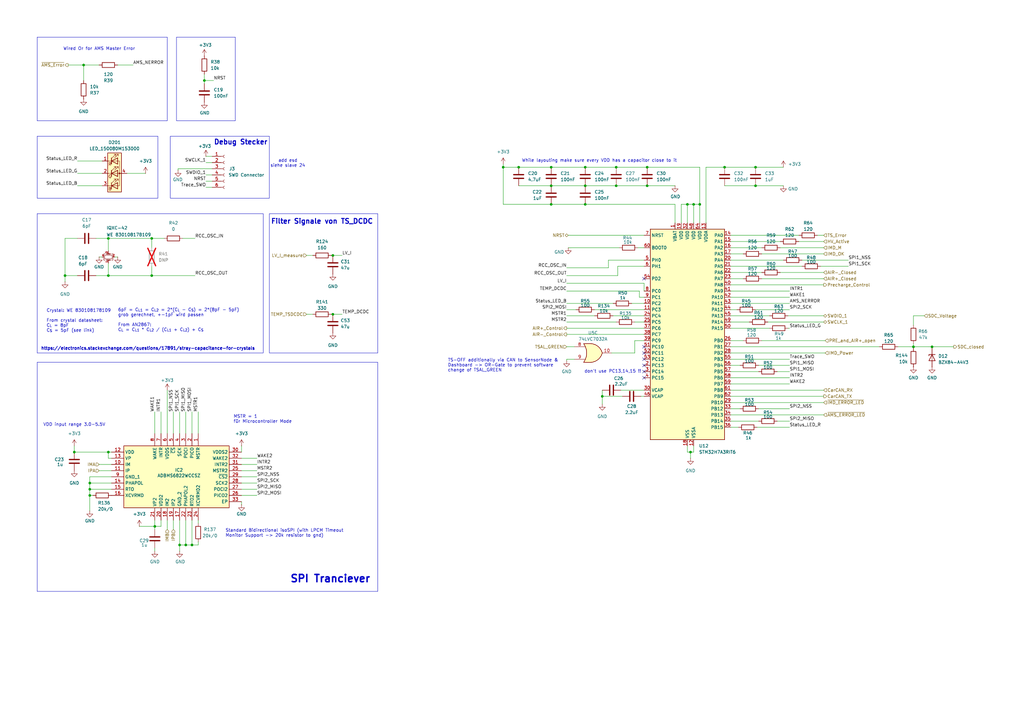
<source format=kicad_sch>
(kicad_sch
	(version 20231120)
	(generator "eeschema")
	(generator_version "8.0")
	(uuid "d4cbd48d-ba2a-4afc-b22e-0d9a16f2e6f3")
	(paper "A3")
	(lib_symbols
		(symbol "4xxx:4071"
			(pin_names
				(offset 1.016)
			)
			(exclude_from_sim no)
			(in_bom yes)
			(on_board yes)
			(property "Reference" "U"
				(at 0 1.27 0)
				(effects
					(font
						(size 1.27 1.27)
					)
				)
			)
			(property "Value" "4071"
				(at 0 -1.27 0)
				(effects
					(font
						(size 1.27 1.27)
					)
				)
			)
			(property "Footprint" ""
				(at 0 0 0)
				(effects
					(font
						(size 1.27 1.27)
					)
					(hide yes)
				)
			)
			(property "Datasheet" "http://www.intersil.com/content/dam/Intersil/documents/cd40/cd4071bms-72bms-75bms.pdf"
				(at 0 0 0)
				(effects
					(font
						(size 1.27 1.27)
					)
					(hide yes)
				)
			)
			(property "Description" "Quad Or 2 inputs"
				(at 0 0 0)
				(effects
					(font
						(size 1.27 1.27)
					)
					(hide yes)
				)
			)
			(property "ki_locked" ""
				(at 0 0 0)
				(effects
					(font
						(size 1.27 1.27)
					)
				)
			)
			(property "ki_keywords" "CMOS OR2"
				(at 0 0 0)
				(effects
					(font
						(size 1.27 1.27)
					)
					(hide yes)
				)
			)
			(property "ki_fp_filters" "DIP?14*"
				(at 0 0 0)
				(effects
					(font
						(size 1.27 1.27)
					)
					(hide yes)
				)
			)
			(symbol "4071_1_1"
				(arc
					(start -3.81 -3.81)
					(mid -2.589 0)
					(end -3.81 3.81)
					(stroke
						(width 0.254)
						(type default)
					)
					(fill
						(type none)
					)
				)
				(arc
					(start -0.6096 -3.81)
					(mid 2.1842 -2.5851)
					(end 3.81 0)
					(stroke
						(width 0.254)
						(type default)
					)
					(fill
						(type background)
					)
				)
				(polyline
					(pts
						(xy -3.81 -3.81) (xy -0.635 -3.81)
					)
					(stroke
						(width 0.254)
						(type default)
					)
					(fill
						(type background)
					)
				)
				(polyline
					(pts
						(xy -3.81 3.81) (xy -0.635 3.81)
					)
					(stroke
						(width 0.254)
						(type default)
					)
					(fill
						(type background)
					)
				)
				(polyline
					(pts
						(xy -0.635 3.81) (xy -3.81 3.81) (xy -3.81 3.81) (xy -3.556 3.4036) (xy -3.0226 2.2606) (xy -2.6924 1.0414)
						(xy -2.6162 -0.254) (xy -2.7686 -1.4986) (xy -3.175 -2.7178) (xy -3.81 -3.81) (xy -3.81 -3.81)
						(xy -0.635 -3.81)
					)
					(stroke
						(width -25.4)
						(type default)
					)
					(fill
						(type background)
					)
				)
				(arc
					(start 3.81 0)
					(mid 2.1915 2.5936)
					(end -0.6096 3.81)
					(stroke
						(width 0.254)
						(type default)
					)
					(fill
						(type background)
					)
				)
				(pin input line
					(at -7.62 2.54 0)
					(length 4.318)
					(name "~"
						(effects
							(font
								(size 1.27 1.27)
							)
						)
					)
					(number "1"
						(effects
							(font
								(size 1.27 1.27)
							)
						)
					)
				)
				(pin input line
					(at -7.62 -2.54 0)
					(length 4.318)
					(name "~"
						(effects
							(font
								(size 1.27 1.27)
							)
						)
					)
					(number "2"
						(effects
							(font
								(size 1.27 1.27)
							)
						)
					)
				)
				(pin output line
					(at 7.62 0 180)
					(length 3.81)
					(name "~"
						(effects
							(font
								(size 1.27 1.27)
							)
						)
					)
					(number "3"
						(effects
							(font
								(size 1.27 1.27)
							)
						)
					)
				)
			)
			(symbol "4071_1_2"
				(arc
					(start 0 -3.81)
					(mid 3.7934 0)
					(end 0 3.81)
					(stroke
						(width 0.254)
						(type default)
					)
					(fill
						(type background)
					)
				)
				(polyline
					(pts
						(xy 0 3.81) (xy -3.81 3.81) (xy -3.81 -3.81) (xy 0 -3.81)
					)
					(stroke
						(width 0.254)
						(type default)
					)
					(fill
						(type background)
					)
				)
				(pin input inverted
					(at -7.62 2.54 0)
					(length 3.81)
					(name "~"
						(effects
							(font
								(size 1.27 1.27)
							)
						)
					)
					(number "1"
						(effects
							(font
								(size 1.27 1.27)
							)
						)
					)
				)
				(pin input inverted
					(at -7.62 -2.54 0)
					(length 3.81)
					(name "~"
						(effects
							(font
								(size 1.27 1.27)
							)
						)
					)
					(number "2"
						(effects
							(font
								(size 1.27 1.27)
							)
						)
					)
				)
				(pin output inverted
					(at 7.62 0 180)
					(length 3.81)
					(name "~"
						(effects
							(font
								(size 1.27 1.27)
							)
						)
					)
					(number "3"
						(effects
							(font
								(size 1.27 1.27)
							)
						)
					)
				)
			)
			(symbol "4071_2_1"
				(arc
					(start -3.81 -3.81)
					(mid -2.589 0)
					(end -3.81 3.81)
					(stroke
						(width 0.254)
						(type default)
					)
					(fill
						(type none)
					)
				)
				(arc
					(start -0.6096 -3.81)
					(mid 2.1842 -2.5851)
					(end 3.81 0)
					(stroke
						(width 0.254)
						(type default)
					)
					(fill
						(type background)
					)
				)
				(polyline
					(pts
						(xy -3.81 -3.81) (xy -0.635 -3.81)
					)
					(stroke
						(width 0.254)
						(type default)
					)
					(fill
						(type background)
					)
				)
				(polyline
					(pts
						(xy -3.81 3.81) (xy -0.635 3.81)
					)
					(stroke
						(width 0.254)
						(type default)
					)
					(fill
						(type background)
					)
				)
				(polyline
					(pts
						(xy -0.635 3.81) (xy -3.81 3.81) (xy -3.81 3.81) (xy -3.556 3.4036) (xy -3.0226 2.2606) (xy -2.6924 1.0414)
						(xy -2.6162 -0.254) (xy -2.7686 -1.4986) (xy -3.175 -2.7178) (xy -3.81 -3.81) (xy -3.81 -3.81)
						(xy -0.635 -3.81)
					)
					(stroke
						(width -25.4)
						(type default)
					)
					(fill
						(type background)
					)
				)
				(arc
					(start 3.81 0)
					(mid 2.1915 2.5936)
					(end -0.6096 3.81)
					(stroke
						(width 0.254)
						(type default)
					)
					(fill
						(type background)
					)
				)
				(pin output line
					(at 7.62 0 180)
					(length 3.81)
					(name "~"
						(effects
							(font
								(size 1.27 1.27)
							)
						)
					)
					(number "4"
						(effects
							(font
								(size 1.27 1.27)
							)
						)
					)
				)
				(pin input line
					(at -7.62 2.54 0)
					(length 4.318)
					(name "~"
						(effects
							(font
								(size 1.27 1.27)
							)
						)
					)
					(number "5"
						(effects
							(font
								(size 1.27 1.27)
							)
						)
					)
				)
				(pin input line
					(at -7.62 -2.54 0)
					(length 4.318)
					(name "~"
						(effects
							(font
								(size 1.27 1.27)
							)
						)
					)
					(number "6"
						(effects
							(font
								(size 1.27 1.27)
							)
						)
					)
				)
			)
			(symbol "4071_2_2"
				(arc
					(start 0 -3.81)
					(mid 3.7934 0)
					(end 0 3.81)
					(stroke
						(width 0.254)
						(type default)
					)
					(fill
						(type background)
					)
				)
				(polyline
					(pts
						(xy 0 3.81) (xy -3.81 3.81) (xy -3.81 -3.81) (xy 0 -3.81)
					)
					(stroke
						(width 0.254)
						(type default)
					)
					(fill
						(type background)
					)
				)
				(pin output inverted
					(at 7.62 0 180)
					(length 3.81)
					(name "~"
						(effects
							(font
								(size 1.27 1.27)
							)
						)
					)
					(number "4"
						(effects
							(font
								(size 1.27 1.27)
							)
						)
					)
				)
				(pin input inverted
					(at -7.62 2.54 0)
					(length 3.81)
					(name "~"
						(effects
							(font
								(size 1.27 1.27)
							)
						)
					)
					(number "5"
						(effects
							(font
								(size 1.27 1.27)
							)
						)
					)
				)
				(pin input inverted
					(at -7.62 -2.54 0)
					(length 3.81)
					(name "~"
						(effects
							(font
								(size 1.27 1.27)
							)
						)
					)
					(number "6"
						(effects
							(font
								(size 1.27 1.27)
							)
						)
					)
				)
			)
			(symbol "4071_3_1"
				(arc
					(start -3.81 -3.81)
					(mid -2.589 0)
					(end -3.81 3.81)
					(stroke
						(width 0.254)
						(type default)
					)
					(fill
						(type none)
					)
				)
				(arc
					(start -0.6096 -3.81)
					(mid 2.1842 -2.5851)
					(end 3.81 0)
					(stroke
						(width 0.254)
						(type default)
					)
					(fill
						(type background)
					)
				)
				(polyline
					(pts
						(xy -3.81 -3.81) (xy -0.635 -3.81)
					)
					(stroke
						(width 0.254)
						(type default)
					)
					(fill
						(type background)
					)
				)
				(polyline
					(pts
						(xy -3.81 3.81) (xy -0.635 3.81)
					)
					(stroke
						(width 0.254)
						(type default)
					)
					(fill
						(type background)
					)
				)
				(polyline
					(pts
						(xy -0.635 3.81) (xy -3.81 3.81) (xy -3.81 3.81) (xy -3.556 3.4036) (xy -3.0226 2.2606) (xy -2.6924 1.0414)
						(xy -2.6162 -0.254) (xy -2.7686 -1.4986) (xy -3.175 -2.7178) (xy -3.81 -3.81) (xy -3.81 -3.81)
						(xy -0.635 -3.81)
					)
					(stroke
						(width -25.4)
						(type default)
					)
					(fill
						(type background)
					)
				)
				(arc
					(start 3.81 0)
					(mid 2.1915 2.5936)
					(end -0.6096 3.81)
					(stroke
						(width 0.254)
						(type default)
					)
					(fill
						(type background)
					)
				)
				(pin output line
					(at 7.62 0 180)
					(length 3.81)
					(name "~"
						(effects
							(font
								(size 1.27 1.27)
							)
						)
					)
					(number "10"
						(effects
							(font
								(size 1.27 1.27)
							)
						)
					)
				)
				(pin input line
					(at -7.62 2.54 0)
					(length 4.318)
					(name "~"
						(effects
							(font
								(size 1.27 1.27)
							)
						)
					)
					(number "8"
						(effects
							(font
								(size 1.27 1.27)
							)
						)
					)
				)
				(pin input line
					(at -7.62 -2.54 0)
					(length 4.318)
					(name "~"
						(effects
							(font
								(size 1.27 1.27)
							)
						)
					)
					(number "9"
						(effects
							(font
								(size 1.27 1.27)
							)
						)
					)
				)
			)
			(symbol "4071_3_2"
				(arc
					(start 0 -3.81)
					(mid 3.7934 0)
					(end 0 3.81)
					(stroke
						(width 0.254)
						(type default)
					)
					(fill
						(type background)
					)
				)
				(polyline
					(pts
						(xy 0 3.81) (xy -3.81 3.81) (xy -3.81 -3.81) (xy 0 -3.81)
					)
					(stroke
						(width 0.254)
						(type default)
					)
					(fill
						(type background)
					)
				)
				(pin output inverted
					(at 7.62 0 180)
					(length 3.81)
					(name "~"
						(effects
							(font
								(size 1.27 1.27)
							)
						)
					)
					(number "10"
						(effects
							(font
								(size 1.27 1.27)
							)
						)
					)
				)
				(pin input inverted
					(at -7.62 2.54 0)
					(length 3.81)
					(name "~"
						(effects
							(font
								(size 1.27 1.27)
							)
						)
					)
					(number "8"
						(effects
							(font
								(size 1.27 1.27)
							)
						)
					)
				)
				(pin input inverted
					(at -7.62 -2.54 0)
					(length 3.81)
					(name "~"
						(effects
							(font
								(size 1.27 1.27)
							)
						)
					)
					(number "9"
						(effects
							(font
								(size 1.27 1.27)
							)
						)
					)
				)
			)
			(symbol "4071_4_1"
				(arc
					(start -3.81 -3.81)
					(mid -2.589 0)
					(end -3.81 3.81)
					(stroke
						(width 0.254)
						(type default)
					)
					(fill
						(type none)
					)
				)
				(arc
					(start -0.6096 -3.81)
					(mid 2.1842 -2.5851)
					(end 3.81 0)
					(stroke
						(width 0.254)
						(type default)
					)
					(fill
						(type background)
					)
				)
				(polyline
					(pts
						(xy -3.81 -3.81) (xy -0.635 -3.81)
					)
					(stroke
						(width 0.254)
						(type default)
					)
					(fill
						(type background)
					)
				)
				(polyline
					(pts
						(xy -3.81 3.81) (xy -0.635 3.81)
					)
					(stroke
						(width 0.254)
						(type default)
					)
					(fill
						(type background)
					)
				)
				(polyline
					(pts
						(xy -0.635 3.81) (xy -3.81 3.81) (xy -3.81 3.81) (xy -3.556 3.4036) (xy -3.0226 2.2606) (xy -2.6924 1.0414)
						(xy -2.6162 -0.254) (xy -2.7686 -1.4986) (xy -3.175 -2.7178) (xy -3.81 -3.81) (xy -3.81 -3.81)
						(xy -0.635 -3.81)
					)
					(stroke
						(width -25.4)
						(type default)
					)
					(fill
						(type background)
					)
				)
				(arc
					(start 3.81 0)
					(mid 2.1915 2.5936)
					(end -0.6096 3.81)
					(stroke
						(width 0.254)
						(type default)
					)
					(fill
						(type background)
					)
				)
				(pin output line
					(at 7.62 0 180)
					(length 3.81)
					(name "~"
						(effects
							(font
								(size 1.27 1.27)
							)
						)
					)
					(number "11"
						(effects
							(font
								(size 1.27 1.27)
							)
						)
					)
				)
				(pin input line
					(at -7.62 2.54 0)
					(length 4.318)
					(name "~"
						(effects
							(font
								(size 1.27 1.27)
							)
						)
					)
					(number "12"
						(effects
							(font
								(size 1.27 1.27)
							)
						)
					)
				)
				(pin input line
					(at -7.62 -2.54 0)
					(length 4.318)
					(name "~"
						(effects
							(font
								(size 1.27 1.27)
							)
						)
					)
					(number "13"
						(effects
							(font
								(size 1.27 1.27)
							)
						)
					)
				)
			)
			(symbol "4071_4_2"
				(arc
					(start 0 -3.81)
					(mid 3.7934 0)
					(end 0 3.81)
					(stroke
						(width 0.254)
						(type default)
					)
					(fill
						(type background)
					)
				)
				(polyline
					(pts
						(xy 0 3.81) (xy -3.81 3.81) (xy -3.81 -3.81) (xy 0 -3.81)
					)
					(stroke
						(width 0.254)
						(type default)
					)
					(fill
						(type background)
					)
				)
				(pin output inverted
					(at 7.62 0 180)
					(length 3.81)
					(name "~"
						(effects
							(font
								(size 1.27 1.27)
							)
						)
					)
					(number "11"
						(effects
							(font
								(size 1.27 1.27)
							)
						)
					)
				)
				(pin input inverted
					(at -7.62 2.54 0)
					(length 3.81)
					(name "~"
						(effects
							(font
								(size 1.27 1.27)
							)
						)
					)
					(number "12"
						(effects
							(font
								(size 1.27 1.27)
							)
						)
					)
				)
				(pin input inverted
					(at -7.62 -2.54 0)
					(length 3.81)
					(name "~"
						(effects
							(font
								(size 1.27 1.27)
							)
						)
					)
					(number "13"
						(effects
							(font
								(size 1.27 1.27)
							)
						)
					)
				)
			)
			(symbol "4071_5_0"
				(pin power_in line
					(at 0 12.7 270)
					(length 5.08)
					(name "VDD"
						(effects
							(font
								(size 1.27 1.27)
							)
						)
					)
					(number "14"
						(effects
							(font
								(size 1.27 1.27)
							)
						)
					)
				)
				(pin power_in line
					(at 0 -12.7 90)
					(length 5.08)
					(name "VSS"
						(effects
							(font
								(size 1.27 1.27)
							)
						)
					)
					(number "7"
						(effects
							(font
								(size 1.27 1.27)
							)
						)
					)
				)
			)
			(symbol "4071_5_1"
				(rectangle
					(start -5.08 7.62)
					(end 5.08 -7.62)
					(stroke
						(width 0.254)
						(type default)
					)
					(fill
						(type background)
					)
				)
			)
		)
		(symbol "ADBMS6822WCCSZ_1"
			(exclude_from_sim no)
			(in_bom yes)
			(on_board yes)
			(property "Reference" "IC"
				(at 31.75 17.78 0)
				(effects
					(font
						(size 1.27 1.27)
					)
					(justify left top)
				)
			)
			(property "Value" "ADBMS6822WCCSZ"
				(at 31.75 15.24 0)
				(effects
					(font
						(size 1.27 1.27)
					)
					(justify left top)
				)
			)
			(property "Footprint" "QFN50P500X500X80-33N-D"
				(at 31.75 -84.76 0)
				(effects
					(font
						(size 1.27 1.27)
					)
					(justify left top)
					(hide yes)
				)
			)
			(property "Datasheet" "https://www.analog.com/ADBMS6822/datasheet"
				(at 31.75 -184.76 0)
				(effects
					(font
						(size 1.27 1.27)
					)
					(justify left top)
					(hide yes)
				)
			)
			(property "Description" " Up to 2 Mbps isolated bidirectional serial data communications  Drop in compatible: single (ADBMS6821) and dual (ADBMS6822)  Fully independent dual transceivers (ADBMS6822)  Simple galvanic isolation using capacitors or transformers  Bidirectional interface over a single twisted pair  Supports cable lengths up to 100 meters  Very low EMI susceptibility and emissions  LPCM support for ADBMS battery monitors  Interrupt output for LPCM system wake-up  4 Mbps unidirectional mode  Requires"
				(at 0 0 0)
				(effects
					(font
						(size 1.27 1.27)
					)
					(hide yes)
				)
			)
			(property "Height" "0.8"
				(at 31.75 -384.76 0)
				(effects
					(font
						(size 1.27 1.27)
					)
					(justify left top)
					(hide yes)
				)
			)
			(property "Manufacturer_Name" "Analog Devices"
				(at 31.75 -484.76 0)
				(effects
					(font
						(size 1.27 1.27)
					)
					(justify left top)
					(hide yes)
				)
			)
			(property "Manufacturer_Part_Number" "ADBMS6822WCCSZ"
				(at 31.75 -584.76 0)
				(effects
					(font
						(size 1.27 1.27)
					)
					(justify left top)
					(hide yes)
				)
			)
			(property "Mouser Part Number" "584-ADBMS6822WCCSZ"
				(at 31.75 -684.76 0)
				(effects
					(font
						(size 1.27 1.27)
					)
					(justify left top)
					(hide yes)
				)
			)
			(property "Mouser Price/Stock" "https://www.mouser.co.uk/ProductDetail/Analog-Devices/ADBMS6822WCCSZ?qs=4ASt3YYao0UVik%252BRUNLybw%3D%3D"
				(at 31.75 -784.76 0)
				(effects
					(font
						(size 1.27 1.27)
					)
					(justify left top)
					(hide yes)
				)
			)
			(property "Arrow Part Number" ""
				(at 31.75 -884.76 0)
				(effects
					(font
						(size 1.27 1.27)
					)
					(justify left top)
					(hide yes)
				)
			)
			(property "Arrow Price/Stock" ""
				(at 31.75 -984.76 0)
				(effects
					(font
						(size 1.27 1.27)
					)
					(justify left top)
					(hide yes)
				)
			)
			(symbol "ADBMS6822WCCSZ_1_1_1"
				(rectangle
					(start 5.08 12.7)
					(end 30.48 -30.48)
					(stroke
						(width 0.254)
						(type default)
					)
					(fill
						(type background)
					)
				)
				(pin passive line
					(at 0 0 0)
					(length 5.08)
					(name "MSTR"
						(effects
							(font
								(size 1.27 1.27)
							)
						)
					)
					(number "1"
						(effects
							(font
								(size 1.27 1.27)
							)
						)
					)
				)
				(pin passive line
					(at 12.7 -35.56 90)
					(length 5.08)
					(name "IM"
						(effects
							(font
								(size 1.27 1.27)
							)
						)
					)
					(number "10"
						(effects
							(font
								(size 1.27 1.27)
							)
						)
					)
				)
				(pin passive line
					(at 15.24 -35.56 90)
					(length 5.08)
					(name "IP"
						(effects
							(font
								(size 1.27 1.27)
							)
						)
					)
					(number "11"
						(effects
							(font
								(size 1.27 1.27)
							)
						)
					)
				)
				(pin passive line
					(at 7.62 -35.56 90)
					(length 5.08)
					(name "VDD"
						(effects
							(font
								(size 1.27 1.27)
							)
						)
					)
					(number "12"
						(effects
							(font
								(size 1.27 1.27)
							)
						)
					)
				)
				(pin passive line
					(at 10.16 -35.56 90)
					(length 5.08)
					(name "VP"
						(effects
							(font
								(size 1.27 1.27)
							)
						)
					)
					(number "13"
						(effects
							(font
								(size 1.27 1.27)
							)
						)
					)
				)
				(pin passive line
					(at 20.32 -35.56 90)
					(length 5.08)
					(name "PHAPOL"
						(effects
							(font
								(size 1.27 1.27)
							)
						)
					)
					(number "14"
						(effects
							(font
								(size 1.27 1.27)
							)
						)
					)
				)
				(pin passive line
					(at 22.86 -35.56 90)
					(length 5.08)
					(name "RTO"
						(effects
							(font
								(size 1.27 1.27)
							)
						)
					)
					(number "15"
						(effects
							(font
								(size 1.27 1.27)
							)
						)
					)
				)
				(pin passive line
					(at 25.4 -35.56 90)
					(length 5.08)
					(name "XCVRMD"
						(effects
							(font
								(size 1.27 1.27)
							)
						)
					)
					(number "16"
						(effects
							(font
								(size 1.27 1.27)
							)
						)
					)
				)
				(pin passive line
					(at 35.56 -7.62 180)
					(length 5.08)
					(name "GND_2"
						(effects
							(font
								(size 1.27 1.27)
							)
						)
					)
					(number "17"
						(effects
							(font
								(size 1.27 1.27)
							)
						)
					)
				)
				(pin passive line
					(at 35.56 -12.7 180)
					(length 5.08)
					(name "IM2"
						(effects
							(font
								(size 1.27 1.27)
							)
						)
					)
					(number "18"
						(effects
							(font
								(size 1.27 1.27)
							)
						)
					)
				)
				(pin passive line
					(at 35.56 -10.16 180)
					(length 5.08)
					(name "IP2"
						(effects
							(font
								(size 1.27 1.27)
							)
						)
					)
					(number "19"
						(effects
							(font
								(size 1.27 1.27)
							)
						)
					)
				)
				(pin passive line
					(at 0 -2.54 0)
					(length 5.08)
					(name "PICO"
						(effects
							(font
								(size 1.27 1.27)
							)
						)
					)
					(number "2"
						(effects
							(font
								(size 1.27 1.27)
							)
						)
					)
				)
				(pin passive line
					(at 35.56 -15.24 180)
					(length 5.08)
					(name "VDD2"
						(effects
							(font
								(size 1.27 1.27)
							)
						)
					)
					(number "20"
						(effects
							(font
								(size 1.27 1.27)
							)
						)
					)
				)
				(pin passive line
					(at 35.56 -17.78 180)
					(length 5.08)
					(name "VP2"
						(effects
							(font
								(size 1.27 1.27)
							)
						)
					)
					(number "21"
						(effects
							(font
								(size 1.27 1.27)
							)
						)
					)
				)
				(pin passive line
					(at 35.56 -5.08 180)
					(length 5.08)
					(name "PHAPOL2"
						(effects
							(font
								(size 1.27 1.27)
							)
						)
					)
					(number "22"
						(effects
							(font
								(size 1.27 1.27)
							)
						)
					)
				)
				(pin passive line
					(at 35.56 -2.54 180)
					(length 5.08)
					(name "RTO2"
						(effects
							(font
								(size 1.27 1.27)
							)
						)
					)
					(number "23"
						(effects
							(font
								(size 1.27 1.27)
							)
						)
					)
				)
				(pin passive line
					(at 35.56 0 180)
					(length 5.08)
					(name "XCVRMD2"
						(effects
							(font
								(size 1.27 1.27)
							)
						)
					)
					(number "24"
						(effects
							(font
								(size 1.27 1.27)
							)
						)
					)
				)
				(pin passive line
					(at 15.24 17.78 270)
					(length 5.08)
					(name "MSTR2"
						(effects
							(font
								(size 1.27 1.27)
							)
						)
					)
					(number "25"
						(effects
							(font
								(size 1.27 1.27)
							)
						)
					)
				)
				(pin passive line
					(at 25.4 17.78 270)
					(length 5.08)
					(name "PICO2"
						(effects
							(font
								(size 1.27 1.27)
							)
						)
					)
					(number "26"
						(effects
							(font
								(size 1.27 1.27)
							)
						)
					)
				)
				(pin passive line
					(at 22.86 17.78 270)
					(length 5.08)
					(name "POCI2"
						(effects
							(font
								(size 1.27 1.27)
							)
						)
					)
					(number "27"
						(effects
							(font
								(size 1.27 1.27)
							)
						)
					)
				)
				(pin passive line
					(at 20.32 17.78 270)
					(length 5.08)
					(name "SCK2"
						(effects
							(font
								(size 1.27 1.27)
							)
						)
					)
					(number "28"
						(effects
							(font
								(size 1.27 1.27)
							)
						)
					)
				)
				(pin passive line
					(at 17.78 17.78 270)
					(length 5.08)
					(name "~{CS2}"
						(effects
							(font
								(size 1.27 1.27)
							)
						)
					)
					(number "29"
						(effects
							(font
								(size 1.27 1.27)
							)
						)
					)
				)
				(pin passive line
					(at 0 -5.08 0)
					(length 5.08)
					(name "POCI"
						(effects
							(font
								(size 1.27 1.27)
							)
						)
					)
					(number "3"
						(effects
							(font
								(size 1.27 1.27)
							)
						)
					)
				)
				(pin passive line
					(at 7.62 17.78 270)
					(length 5.08)
					(name "VDDS2"
						(effects
							(font
								(size 1.27 1.27)
							)
						)
					)
					(number "30"
						(effects
							(font
								(size 1.27 1.27)
							)
						)
					)
				)
				(pin passive line
					(at 12.7 17.78 270)
					(length 5.08)
					(name "INTR2"
						(effects
							(font
								(size 1.27 1.27)
							)
						)
					)
					(number "31"
						(effects
							(font
								(size 1.27 1.27)
							)
						)
					)
				)
				(pin passive line
					(at 10.16 17.78 270)
					(length 5.08)
					(name "WAKE2"
						(effects
							(font
								(size 1.27 1.27)
							)
						)
					)
					(number "32"
						(effects
							(font
								(size 1.27 1.27)
							)
						)
					)
				)
				(pin passive line
					(at 27.94 17.78 270)
					(length 5.08)
					(name "EP"
						(effects
							(font
								(size 1.27 1.27)
							)
						)
					)
					(number "33"
						(effects
							(font
								(size 1.27 1.27)
							)
						)
					)
				)
				(pin passive line
					(at 0 -7.62 0)
					(length 5.08)
					(name "SCK"
						(effects
							(font
								(size 1.27 1.27)
							)
						)
					)
					(number "4"
						(effects
							(font
								(size 1.27 1.27)
							)
						)
					)
				)
				(pin passive line
					(at 0 -10.16 0)
					(length 5.08)
					(name "~{CS}"
						(effects
							(font
								(size 1.27 1.27)
							)
						)
					)
					(number "5"
						(effects
							(font
								(size 1.27 1.27)
							)
						)
					)
				)
				(pin passive line
					(at 0 -12.7 0)
					(length 5.08)
					(name "VDDS"
						(effects
							(font
								(size 1.27 1.27)
							)
						)
					)
					(number "6"
						(effects
							(font
								(size 1.27 1.27)
							)
						)
					)
				)
				(pin passive line
					(at 0 -15.24 0)
					(length 5.08)
					(name "INTR"
						(effects
							(font
								(size 1.27 1.27)
							)
						)
					)
					(number "7"
						(effects
							(font
								(size 1.27 1.27)
							)
						)
					)
				)
				(pin passive line
					(at 0 -17.78 0)
					(length 5.08)
					(name "WAKE"
						(effects
							(font
								(size 1.27 1.27)
							)
						)
					)
					(number "8"
						(effects
							(font
								(size 1.27 1.27)
							)
						)
					)
				)
				(pin passive line
					(at 17.78 -35.56 90)
					(length 5.08)
					(name "GND_1"
						(effects
							(font
								(size 1.27 1.27)
							)
						)
					)
					(number "9"
						(effects
							(font
								(size 1.27 1.27)
							)
						)
					)
				)
			)
		)
		(symbol "Connector:Conn_01x06_Female"
			(pin_names
				(offset 1.016) hide)
			(exclude_from_sim no)
			(in_bom yes)
			(on_board yes)
			(property "Reference" "J"
				(at 0 7.62 0)
				(effects
					(font
						(size 1.27 1.27)
					)
				)
			)
			(property "Value" "Conn_01x06_Female"
				(at 0 -10.16 0)
				(effects
					(font
						(size 1.27 1.27)
					)
				)
			)
			(property "Footprint" ""
				(at 0 0 0)
				(effects
					(font
						(size 1.27 1.27)
					)
					(hide yes)
				)
			)
			(property "Datasheet" "~"
				(at 0 0 0)
				(effects
					(font
						(size 1.27 1.27)
					)
					(hide yes)
				)
			)
			(property "Description" "Generic connector, single row, 01x06, script generated (kicad-library-utils/schlib/autogen/connector/)"
				(at 0 0 0)
				(effects
					(font
						(size 1.27 1.27)
					)
					(hide yes)
				)
			)
			(property "ki_keywords" "connector"
				(at 0 0 0)
				(effects
					(font
						(size 1.27 1.27)
					)
					(hide yes)
				)
			)
			(property "ki_fp_filters" "Connector*:*_1x??_*"
				(at 0 0 0)
				(effects
					(font
						(size 1.27 1.27)
					)
					(hide yes)
				)
			)
			(symbol "Conn_01x06_Female_1_1"
				(arc
					(start 0 -7.112)
					(mid -0.5058 -7.62)
					(end 0 -8.128)
					(stroke
						(width 0.1524)
						(type default)
					)
					(fill
						(type none)
					)
				)
				(arc
					(start 0 -4.572)
					(mid -0.5058 -5.08)
					(end 0 -5.588)
					(stroke
						(width 0.1524)
						(type default)
					)
					(fill
						(type none)
					)
				)
				(arc
					(start 0 -2.032)
					(mid -0.5058 -2.54)
					(end 0 -3.048)
					(stroke
						(width 0.1524)
						(type default)
					)
					(fill
						(type none)
					)
				)
				(polyline
					(pts
						(xy -1.27 -7.62) (xy -0.508 -7.62)
					)
					(stroke
						(width 0.1524)
						(type default)
					)
					(fill
						(type none)
					)
				)
				(polyline
					(pts
						(xy -1.27 -5.08) (xy -0.508 -5.08)
					)
					(stroke
						(width 0.1524)
						(type default)
					)
					(fill
						(type none)
					)
				)
				(polyline
					(pts
						(xy -1.27 -2.54) (xy -0.508 -2.54)
					)
					(stroke
						(width 0.1524)
						(type default)
					)
					(fill
						(type none)
					)
				)
				(polyline
					(pts
						(xy -1.27 0) (xy -0.508 0)
					)
					(stroke
						(width 0.1524)
						(type default)
					)
					(fill
						(type none)
					)
				)
				(polyline
					(pts
						(xy -1.27 2.54) (xy -0.508 2.54)
					)
					(stroke
						(width 0.1524)
						(type default)
					)
					(fill
						(type none)
					)
				)
				(polyline
					(pts
						(xy -1.27 5.08) (xy -0.508 5.08)
					)
					(stroke
						(width 0.1524)
						(type default)
					)
					(fill
						(type none)
					)
				)
				(arc
					(start 0 0.508)
					(mid -0.5058 0)
					(end 0 -0.508)
					(stroke
						(width 0.1524)
						(type default)
					)
					(fill
						(type none)
					)
				)
				(arc
					(start 0 3.048)
					(mid -0.5058 2.54)
					(end 0 2.032)
					(stroke
						(width 0.1524)
						(type default)
					)
					(fill
						(type none)
					)
				)
				(arc
					(start 0 5.588)
					(mid -0.5058 5.08)
					(end 0 4.572)
					(stroke
						(width 0.1524)
						(type default)
					)
					(fill
						(type none)
					)
				)
				(pin passive line
					(at -5.08 5.08 0)
					(length 3.81)
					(name "Pin_1"
						(effects
							(font
								(size 1.27 1.27)
							)
						)
					)
					(number "1"
						(effects
							(font
								(size 1.27 1.27)
							)
						)
					)
				)
				(pin passive line
					(at -5.08 2.54 0)
					(length 3.81)
					(name "Pin_2"
						(effects
							(font
								(size 1.27 1.27)
							)
						)
					)
					(number "2"
						(effects
							(font
								(size 1.27 1.27)
							)
						)
					)
				)
				(pin passive line
					(at -5.08 0 0)
					(length 3.81)
					(name "Pin_3"
						(effects
							(font
								(size 1.27 1.27)
							)
						)
					)
					(number "3"
						(effects
							(font
								(size 1.27 1.27)
							)
						)
					)
				)
				(pin passive line
					(at -5.08 -2.54 0)
					(length 3.81)
					(name "Pin_4"
						(effects
							(font
								(size 1.27 1.27)
							)
						)
					)
					(number "4"
						(effects
							(font
								(size 1.27 1.27)
							)
						)
					)
				)
				(pin passive line
					(at -5.08 -5.08 0)
					(length 3.81)
					(name "Pin_5"
						(effects
							(font
								(size 1.27 1.27)
							)
						)
					)
					(number "5"
						(effects
							(font
								(size 1.27 1.27)
							)
						)
					)
				)
				(pin passive line
					(at -5.08 -7.62 0)
					(length 3.81)
					(name "Pin_6"
						(effects
							(font
								(size 1.27 1.27)
							)
						)
					)
					(number "6"
						(effects
							(font
								(size 1.27 1.27)
							)
						)
					)
				)
			)
		)
		(symbol "Device:C"
			(pin_numbers hide)
			(pin_names
				(offset 0.254)
			)
			(exclude_from_sim no)
			(in_bom yes)
			(on_board yes)
			(property "Reference" "C"
				(at 0.635 2.54 0)
				(effects
					(font
						(size 1.27 1.27)
					)
					(justify left)
				)
			)
			(property "Value" "C"
				(at 0.635 -2.54 0)
				(effects
					(font
						(size 1.27 1.27)
					)
					(justify left)
				)
			)
			(property "Footprint" ""
				(at 0.9652 -3.81 0)
				(effects
					(font
						(size 1.27 1.27)
					)
					(hide yes)
				)
			)
			(property "Datasheet" "~"
				(at 0 0 0)
				(effects
					(font
						(size 1.27 1.27)
					)
					(hide yes)
				)
			)
			(property "Description" "Unpolarized capacitor"
				(at 0 0 0)
				(effects
					(font
						(size 1.27 1.27)
					)
					(hide yes)
				)
			)
			(property "ki_keywords" "cap capacitor"
				(at 0 0 0)
				(effects
					(font
						(size 1.27 1.27)
					)
					(hide yes)
				)
			)
			(property "ki_fp_filters" "C_*"
				(at 0 0 0)
				(effects
					(font
						(size 1.27 1.27)
					)
					(hide yes)
				)
			)
			(symbol "C_0_1"
				(polyline
					(pts
						(xy -2.032 -0.762) (xy 2.032 -0.762)
					)
					(stroke
						(width 0.508)
						(type default)
					)
					(fill
						(type none)
					)
				)
				(polyline
					(pts
						(xy -2.032 0.762) (xy 2.032 0.762)
					)
					(stroke
						(width 0.508)
						(type default)
					)
					(fill
						(type none)
					)
				)
			)
			(symbol "C_1_1"
				(pin passive line
					(at 0 3.81 270)
					(length 2.794)
					(name "~"
						(effects
							(font
								(size 1.27 1.27)
							)
						)
					)
					(number "1"
						(effects
							(font
								(size 1.27 1.27)
							)
						)
					)
				)
				(pin passive line
					(at 0 -3.81 90)
					(length 2.794)
					(name "~"
						(effects
							(font
								(size 1.27 1.27)
							)
						)
					)
					(number "2"
						(effects
							(font
								(size 1.27 1.27)
							)
						)
					)
				)
			)
		)
		(symbol "Device:Crystal_GND24_Small"
			(pin_names
				(offset 1.016) hide)
			(exclude_from_sim no)
			(in_bom yes)
			(on_board yes)
			(property "Reference" "Y"
				(at 1.27 4.445 0)
				(effects
					(font
						(size 1.27 1.27)
					)
					(justify left)
				)
			)
			(property "Value" "Crystal_GND24_Small"
				(at 1.27 2.54 0)
				(effects
					(font
						(size 1.27 1.27)
					)
					(justify left)
				)
			)
			(property "Footprint" ""
				(at 0 0 0)
				(effects
					(font
						(size 1.27 1.27)
					)
					(hide yes)
				)
			)
			(property "Datasheet" "~"
				(at 0 0 0)
				(effects
					(font
						(size 1.27 1.27)
					)
					(hide yes)
				)
			)
			(property "Description" "Four pin crystal, GND on pins 2 and 4, small symbol"
				(at 0 0 0)
				(effects
					(font
						(size 1.27 1.27)
					)
					(hide yes)
				)
			)
			(property "ki_keywords" "quartz ceramic resonator oscillator"
				(at 0 0 0)
				(effects
					(font
						(size 1.27 1.27)
					)
					(hide yes)
				)
			)
			(property "ki_fp_filters" "Crystal*"
				(at 0 0 0)
				(effects
					(font
						(size 1.27 1.27)
					)
					(hide yes)
				)
			)
			(symbol "Crystal_GND24_Small_0_1"
				(rectangle
					(start -0.762 -1.524)
					(end 0.762 1.524)
					(stroke
						(width 0)
						(type default)
					)
					(fill
						(type none)
					)
				)
				(polyline
					(pts
						(xy -1.27 -0.762) (xy -1.27 0.762)
					)
					(stroke
						(width 0.381)
						(type default)
					)
					(fill
						(type none)
					)
				)
				(polyline
					(pts
						(xy 1.27 -0.762) (xy 1.27 0.762)
					)
					(stroke
						(width 0.381)
						(type default)
					)
					(fill
						(type none)
					)
				)
				(polyline
					(pts
						(xy -1.27 -1.27) (xy -1.27 -1.905) (xy 1.27 -1.905) (xy 1.27 -1.27)
					)
					(stroke
						(width 0)
						(type default)
					)
					(fill
						(type none)
					)
				)
				(polyline
					(pts
						(xy -1.27 1.27) (xy -1.27 1.905) (xy 1.27 1.905) (xy 1.27 1.27)
					)
					(stroke
						(width 0)
						(type default)
					)
					(fill
						(type none)
					)
				)
			)
			(symbol "Crystal_GND24_Small_1_1"
				(pin passive line
					(at -2.54 0 0)
					(length 1.27)
					(name "1"
						(effects
							(font
								(size 1.27 1.27)
							)
						)
					)
					(number "1"
						(effects
							(font
								(size 0.762 0.762)
							)
						)
					)
				)
				(pin passive line
					(at 0 -2.54 90)
					(length 0.635)
					(name "2"
						(effects
							(font
								(size 1.27 1.27)
							)
						)
					)
					(number "2"
						(effects
							(font
								(size 0.762 0.762)
							)
						)
					)
				)
				(pin passive line
					(at 2.54 0 180)
					(length 1.27)
					(name "3"
						(effects
							(font
								(size 1.27 1.27)
							)
						)
					)
					(number "3"
						(effects
							(font
								(size 0.762 0.762)
							)
						)
					)
				)
				(pin passive line
					(at 0 2.54 270)
					(length 0.635)
					(name "4"
						(effects
							(font
								(size 1.27 1.27)
							)
						)
					)
					(number "4"
						(effects
							(font
								(size 0.762 0.762)
							)
						)
					)
				)
			)
		)
		(symbol "Device:LED_RGBA"
			(pin_names
				(offset 0) hide)
			(exclude_from_sim no)
			(in_bom yes)
			(on_board yes)
			(property "Reference" "D"
				(at 0 9.398 0)
				(effects
					(font
						(size 1.27 1.27)
					)
				)
			)
			(property "Value" "LED_RGBA"
				(at 0 -8.89 0)
				(effects
					(font
						(size 1.27 1.27)
					)
				)
			)
			(property "Footprint" ""
				(at 0 -1.27 0)
				(effects
					(font
						(size 1.27 1.27)
					)
					(hide yes)
				)
			)
			(property "Datasheet" "~"
				(at 0 -1.27 0)
				(effects
					(font
						(size 1.27 1.27)
					)
					(hide yes)
				)
			)
			(property "Description" "RGB LED, red/green/blue/anode"
				(at 0 0 0)
				(effects
					(font
						(size 1.27 1.27)
					)
					(hide yes)
				)
			)
			(property "ki_keywords" "LED RGB diode"
				(at 0 0 0)
				(effects
					(font
						(size 1.27 1.27)
					)
					(hide yes)
				)
			)
			(property "ki_fp_filters" "LED* LED_SMD:* LED_THT:*"
				(at 0 0 0)
				(effects
					(font
						(size 1.27 1.27)
					)
					(hide yes)
				)
			)
			(symbol "LED_RGBA_0_0"
				(text "B"
					(at -1.905 -6.35 0)
					(effects
						(font
							(size 1.27 1.27)
						)
					)
				)
				(text "G"
					(at -1.905 -1.27 0)
					(effects
						(font
							(size 1.27 1.27)
						)
					)
				)
				(text "R"
					(at -1.905 3.81 0)
					(effects
						(font
							(size 1.27 1.27)
						)
					)
				)
			)
			(symbol "LED_RGBA_0_1"
				(polyline
					(pts
						(xy -1.27 -5.08) (xy -2.54 -5.08)
					)
					(stroke
						(width 0)
						(type default)
					)
					(fill
						(type none)
					)
				)
				(polyline
					(pts
						(xy -1.27 -5.08) (xy 1.27 -5.08)
					)
					(stroke
						(width 0)
						(type default)
					)
					(fill
						(type none)
					)
				)
				(polyline
					(pts
						(xy -1.27 -3.81) (xy -1.27 -6.35)
					)
					(stroke
						(width 0.254)
						(type default)
					)
					(fill
						(type none)
					)
				)
				(polyline
					(pts
						(xy -1.27 0) (xy -2.54 0)
					)
					(stroke
						(width 0)
						(type default)
					)
					(fill
						(type none)
					)
				)
				(polyline
					(pts
						(xy -1.27 1.27) (xy -1.27 -1.27)
					)
					(stroke
						(width 0.254)
						(type default)
					)
					(fill
						(type none)
					)
				)
				(polyline
					(pts
						(xy -1.27 5.08) (xy -2.54 5.08)
					)
					(stroke
						(width 0)
						(type default)
					)
					(fill
						(type none)
					)
				)
				(polyline
					(pts
						(xy -1.27 5.08) (xy 1.27 5.08)
					)
					(stroke
						(width 0)
						(type default)
					)
					(fill
						(type none)
					)
				)
				(polyline
					(pts
						(xy -1.27 6.35) (xy -1.27 3.81)
					)
					(stroke
						(width 0.254)
						(type default)
					)
					(fill
						(type none)
					)
				)
				(polyline
					(pts
						(xy 1.27 0) (xy -1.27 0)
					)
					(stroke
						(width 0)
						(type default)
					)
					(fill
						(type none)
					)
				)
				(polyline
					(pts
						(xy 1.27 0) (xy 2.54 0)
					)
					(stroke
						(width 0)
						(type default)
					)
					(fill
						(type none)
					)
				)
				(polyline
					(pts
						(xy -1.27 1.27) (xy -1.27 -1.27) (xy -1.27 -1.27)
					)
					(stroke
						(width 0)
						(type default)
					)
					(fill
						(type none)
					)
				)
				(polyline
					(pts
						(xy -1.27 6.35) (xy -1.27 3.81) (xy -1.27 3.81)
					)
					(stroke
						(width 0)
						(type default)
					)
					(fill
						(type none)
					)
				)
				(polyline
					(pts
						(xy 1.27 -5.08) (xy 2.032 -5.08) (xy 2.032 5.08) (xy 1.27 5.08)
					)
					(stroke
						(width 0)
						(type default)
					)
					(fill
						(type none)
					)
				)
				(polyline
					(pts
						(xy 1.27 -3.81) (xy 1.27 -6.35) (xy -1.27 -5.08) (xy 1.27 -3.81)
					)
					(stroke
						(width 0.254)
						(type default)
					)
					(fill
						(type none)
					)
				)
				(polyline
					(pts
						(xy 1.27 1.27) (xy 1.27 -1.27) (xy -1.27 0) (xy 1.27 1.27)
					)
					(stroke
						(width 0.254)
						(type default)
					)
					(fill
						(type none)
					)
				)
				(polyline
					(pts
						(xy 1.27 6.35) (xy 1.27 3.81) (xy -1.27 5.08) (xy 1.27 6.35)
					)
					(stroke
						(width 0.254)
						(type default)
					)
					(fill
						(type none)
					)
				)
				(polyline
					(pts
						(xy -1.016 -3.81) (xy 0.508 -2.286) (xy -0.254 -2.286) (xy 0.508 -2.286) (xy 0.508 -3.048)
					)
					(stroke
						(width 0)
						(type default)
					)
					(fill
						(type none)
					)
				)
				(polyline
					(pts
						(xy -1.016 1.27) (xy 0.508 2.794) (xy -0.254 2.794) (xy 0.508 2.794) (xy 0.508 2.032)
					)
					(stroke
						(width 0)
						(type default)
					)
					(fill
						(type none)
					)
				)
				(polyline
					(pts
						(xy -1.016 6.35) (xy 0.508 7.874) (xy -0.254 7.874) (xy 0.508 7.874) (xy 0.508 7.112)
					)
					(stroke
						(width 0)
						(type default)
					)
					(fill
						(type none)
					)
				)
				(polyline
					(pts
						(xy 0 -3.81) (xy 1.524 -2.286) (xy 0.762 -2.286) (xy 1.524 -2.286) (xy 1.524 -3.048)
					)
					(stroke
						(width 0)
						(type default)
					)
					(fill
						(type none)
					)
				)
				(polyline
					(pts
						(xy 0 1.27) (xy 1.524 2.794) (xy 0.762 2.794) (xy 1.524 2.794) (xy 1.524 2.032)
					)
					(stroke
						(width 0)
						(type default)
					)
					(fill
						(type none)
					)
				)
				(polyline
					(pts
						(xy 0 6.35) (xy 1.524 7.874) (xy 0.762 7.874) (xy 1.524 7.874) (xy 1.524 7.112)
					)
					(stroke
						(width 0)
						(type default)
					)
					(fill
						(type none)
					)
				)
				(rectangle
					(start 1.27 -1.27)
					(end 1.27 1.27)
					(stroke
						(width 0)
						(type default)
					)
					(fill
						(type none)
					)
				)
				(rectangle
					(start 1.27 1.27)
					(end 1.27 1.27)
					(stroke
						(width 0)
						(type default)
					)
					(fill
						(type none)
					)
				)
				(rectangle
					(start 1.27 3.81)
					(end 1.27 6.35)
					(stroke
						(width 0)
						(type default)
					)
					(fill
						(type none)
					)
				)
				(rectangle
					(start 1.27 6.35)
					(end 1.27 6.35)
					(stroke
						(width 0)
						(type default)
					)
					(fill
						(type none)
					)
				)
				(circle
					(center 2.032 0)
					(radius 0.254)
					(stroke
						(width 0)
						(type default)
					)
					(fill
						(type outline)
					)
				)
				(rectangle
					(start 2.794 8.382)
					(end -2.794 -7.62)
					(stroke
						(width 0.254)
						(type default)
					)
					(fill
						(type background)
					)
				)
			)
			(symbol "LED_RGBA_1_1"
				(pin passive line
					(at -5.08 5.08 0)
					(length 2.54)
					(name "RK"
						(effects
							(font
								(size 1.27 1.27)
							)
						)
					)
					(number "1"
						(effects
							(font
								(size 1.27 1.27)
							)
						)
					)
				)
				(pin passive line
					(at -5.08 0 0)
					(length 2.54)
					(name "GK"
						(effects
							(font
								(size 1.27 1.27)
							)
						)
					)
					(number "2"
						(effects
							(font
								(size 1.27 1.27)
							)
						)
					)
				)
				(pin passive line
					(at -5.08 -5.08 0)
					(length 2.54)
					(name "BK"
						(effects
							(font
								(size 1.27 1.27)
							)
						)
					)
					(number "3"
						(effects
							(font
								(size 1.27 1.27)
							)
						)
					)
				)
				(pin passive line
					(at 5.08 0 180)
					(length 2.54)
					(name "A"
						(effects
							(font
								(size 1.27 1.27)
							)
						)
					)
					(number "4"
						(effects
							(font
								(size 1.27 1.27)
							)
						)
					)
				)
			)
		)
		(symbol "Device:R"
			(pin_numbers hide)
			(pin_names
				(offset 0)
			)
			(exclude_from_sim no)
			(in_bom yes)
			(on_board yes)
			(property "Reference" "R"
				(at 2.032 0 90)
				(effects
					(font
						(size 1.27 1.27)
					)
				)
			)
			(property "Value" "R"
				(at 0 0 90)
				(effects
					(font
						(size 1.27 1.27)
					)
				)
			)
			(property "Footprint" ""
				(at -1.778 0 90)
				(effects
					(font
						(size 1.27 1.27)
					)
					(hide yes)
				)
			)
			(property "Datasheet" "~"
				(at 0 0 0)
				(effects
					(font
						(size 1.27 1.27)
					)
					(hide yes)
				)
			)
			(property "Description" "Resistor"
				(at 0 0 0)
				(effects
					(font
						(size 1.27 1.27)
					)
					(hide yes)
				)
			)
			(property "ki_keywords" "R res resistor"
				(at 0 0 0)
				(effects
					(font
						(size 1.27 1.27)
					)
					(hide yes)
				)
			)
			(property "ki_fp_filters" "R_*"
				(at 0 0 0)
				(effects
					(font
						(size 1.27 1.27)
					)
					(hide yes)
				)
			)
			(symbol "R_0_1"
				(rectangle
					(start -1.016 -2.54)
					(end 1.016 2.54)
					(stroke
						(width 0.254)
						(type default)
					)
					(fill
						(type none)
					)
				)
			)
			(symbol "R_1_1"
				(pin passive line
					(at 0 3.81 270)
					(length 1.27)
					(name "~"
						(effects
							(font
								(size 1.27 1.27)
							)
						)
					)
					(number "1"
						(effects
							(font
								(size 1.27 1.27)
							)
						)
					)
				)
				(pin passive line
					(at 0 -3.81 90)
					(length 1.27)
					(name "~"
						(effects
							(font
								(size 1.27 1.27)
							)
						)
					)
					(number "2"
						(effects
							(font
								(size 1.27 1.27)
							)
						)
					)
				)
			)
		)
		(symbol "MCU_ST_STM32H7:STM32H7A3R_G-I_Tx"
			(exclude_from_sim no)
			(in_bom yes)
			(on_board yes)
			(property "Reference" "U"
				(at -15.24 44.45 0)
				(effects
					(font
						(size 1.27 1.27)
					)
					(justify left)
				)
			)
			(property "Value" "STM32H7A3R_G-I_Tx"
				(at 10.16 44.45 0)
				(effects
					(font
						(size 1.27 1.27)
					)
					(justify left)
				)
			)
			(property "Footprint" "Package_QFP:LQFP-64_10x10mm_P0.5mm"
				(at -15.24 -43.18 0)
				(effects
					(font
						(size 1.27 1.27)
					)
					(justify right)
					(hide yes)
				)
			)
			(property "Datasheet" "https://www.st.com/resource/en/datasheet/stm32h7a3rg.pdf"
				(at 0 0 0)
				(effects
					(font
						(size 1.27 1.27)
					)
					(hide yes)
				)
			)
			(property "Description" "STMicroelectronics Arm Cortex-M7 MCU, 1024-2048KB flash, 1184KB RAM, 280 MHz, 1.62-3.6V, 49 GPIO, LQFP64"
				(at 0 0 0)
				(effects
					(font
						(size 1.27 1.27)
					)
					(hide yes)
				)
			)
			(property "ki_locked" ""
				(at 0 0 0)
				(effects
					(font
						(size 1.27 1.27)
					)
				)
			)
			(property "ki_keywords" "Arm Cortex-M7 STM32H7 STM32H7A3/7B3"
				(at 0 0 0)
				(effects
					(font
						(size 1.27 1.27)
					)
					(hide yes)
				)
			)
			(property "ki_fp_filters" "LQFP*10x10mm*P0.5mm*"
				(at 0 0 0)
				(effects
					(font
						(size 1.27 1.27)
					)
					(hide yes)
				)
			)
			(symbol "STM32H7A3R_G-I_Tx_0_1"
				(rectangle
					(start -15.24 -43.18)
					(end 15.24 43.18)
					(stroke
						(width 0.254)
						(type default)
					)
					(fill
						(type background)
					)
				)
			)
			(symbol "STM32H7A3R_G-I_Tx_1_1"
				(pin power_in line
					(at -5.08 45.72 270)
					(length 2.54)
					(name "VBAT"
						(effects
							(font
								(size 1.27 1.27)
							)
						)
					)
					(number "1"
						(effects
							(font
								(size 1.27 1.27)
							)
						)
					)
				)
				(pin bidirectional line
					(at -17.78 12.7 0)
					(length 2.54)
					(name "PC2"
						(effects
							(font
								(size 1.27 1.27)
							)
						)
					)
					(number "10"
						(effects
							(font
								(size 1.27 1.27)
							)
						)
					)
					(alternate "ADC1_INN11" bidirectional line)
					(alternate "ADC1_INP12" bidirectional line)
					(alternate "ADC2_INN11" bidirectional line)
					(alternate "ADC2_INP12" bidirectional line)
					(alternate "DFSDM1_CKIN1" bidirectional line)
					(alternate "DFSDM1_CKOUT" bidirectional line)
					(alternate "I2S2_SDI" bidirectional line)
					(alternate "OCTOSPIM_P1_IO2" bidirectional line)
					(alternate "OCTOSPIM_P1_IO5" bidirectional line)
					(alternate "PWR_CSTOP" bidirectional line)
					(alternate "SPI2_MISO" bidirectional line)
					(alternate "USB_OTG_HS_ULPI_DIR" bidirectional line)
				)
				(pin bidirectional line
					(at -17.78 10.16 0)
					(length 2.54)
					(name "PC3"
						(effects
							(font
								(size 1.27 1.27)
							)
						)
					)
					(number "11"
						(effects
							(font
								(size 1.27 1.27)
							)
						)
					)
					(alternate "ADC1_INN12" bidirectional line)
					(alternate "ADC1_INP13" bidirectional line)
					(alternate "ADC2_INN12" bidirectional line)
					(alternate "ADC2_INP13" bidirectional line)
					(alternate "DFSDM1_DATIN1" bidirectional line)
					(alternate "I2S2_SDO" bidirectional line)
					(alternate "OCTOSPIM_P1_IO0" bidirectional line)
					(alternate "OCTOSPIM_P1_IO6" bidirectional line)
					(alternate "PWR_CSLEEP" bidirectional line)
					(alternate "SPI2_MOSI" bidirectional line)
					(alternate "USB_OTG_HS_ULPI_NXT" bidirectional line)
				)
				(pin power_in line
					(at 2.54 -45.72 90)
					(length 2.54)
					(name "VSSA"
						(effects
							(font
								(size 1.27 1.27)
							)
						)
					)
					(number "12"
						(effects
							(font
								(size 1.27 1.27)
							)
						)
					)
				)
				(pin power_in line
					(at 7.62 45.72 270)
					(length 2.54)
					(name "VDDA"
						(effects
							(font
								(size 1.27 1.27)
							)
						)
					)
					(number "13"
						(effects
							(font
								(size 1.27 1.27)
							)
						)
					)
				)
				(pin bidirectional line
					(at 17.78 40.64 180)
					(length 2.54)
					(name "PA0"
						(effects
							(font
								(size 1.27 1.27)
							)
						)
					)
					(number "14"
						(effects
							(font
								(size 1.27 1.27)
							)
						)
					)
					(alternate "ADC1_INP16" bidirectional line)
					(alternate "I2S6_WS" bidirectional line)
					(alternate "PWR_WKUP1" bidirectional line)
					(alternate "SAI2_SD_B" bidirectional line)
					(alternate "SDMMC2_CMD" bidirectional line)
					(alternate "SPI6_NSS" bidirectional line)
					(alternate "TIM15_BKIN" bidirectional line)
					(alternate "TIM2_CH1" bidirectional line)
					(alternate "TIM2_ETR" bidirectional line)
					(alternate "TIM5_CH1" bidirectional line)
					(alternate "TIM8_ETR" bidirectional line)
					(alternate "UART4_TX" bidirectional line)
					(alternate "USART2_CTS" bidirectional line)
					(alternate "USART2_NSS" bidirectional line)
				)
				(pin bidirectional line
					(at 17.78 38.1 180)
					(length 2.54)
					(name "PA1"
						(effects
							(font
								(size 1.27 1.27)
							)
						)
					)
					(number "15"
						(effects
							(font
								(size 1.27 1.27)
							)
						)
					)
					(alternate "ADC1_INN16" bidirectional line)
					(alternate "ADC1_INP17" bidirectional line)
					(alternate "LPTIM3_OUT" bidirectional line)
					(alternate "LTDC_R2" bidirectional line)
					(alternate "OCTOSPIM_P1_DQS" bidirectional line)
					(alternate "OCTOSPIM_P1_IO3" bidirectional line)
					(alternate "SAI2_MCLK_B" bidirectional line)
					(alternate "TIM15_CH1N" bidirectional line)
					(alternate "TIM2_CH2" bidirectional line)
					(alternate "TIM5_CH2" bidirectional line)
					(alternate "UART4_RX" bidirectional line)
					(alternate "USART2_DE" bidirectional line)
					(alternate "USART2_RTS" bidirectional line)
				)
				(pin bidirectional line
					(at 17.78 35.56 180)
					(length 2.54)
					(name "PA2"
						(effects
							(font
								(size 1.27 1.27)
							)
						)
					)
					(number "16"
						(effects
							(font
								(size 1.27 1.27)
							)
						)
					)
					(alternate "ADC1_INP14" bidirectional line)
					(alternate "DFSDM2_CKIN1" bidirectional line)
					(alternate "LTDC_R1" bidirectional line)
					(alternate "MDIOS_MDIO" bidirectional line)
					(alternate "PWR_WKUP2" bidirectional line)
					(alternate "SAI2_SCK_B" bidirectional line)
					(alternate "TIM15_CH1" bidirectional line)
					(alternate "TIM2_CH3" bidirectional line)
					(alternate "TIM5_CH3" bidirectional line)
					(alternate "USART2_TX" bidirectional line)
				)
				(pin bidirectional line
					(at 17.78 33.02 180)
					(length 2.54)
					(name "PA3"
						(effects
							(font
								(size 1.27 1.27)
							)
						)
					)
					(number "17"
						(effects
							(font
								(size 1.27 1.27)
							)
						)
					)
					(alternate "ADC1_INP15" bidirectional line)
					(alternate "I2S6_MCK" bidirectional line)
					(alternate "LTDC_B2" bidirectional line)
					(alternate "LTDC_B5" bidirectional line)
					(alternate "OCTOSPIM_P1_CLK" bidirectional line)
					(alternate "TIM15_CH2" bidirectional line)
					(alternate "TIM2_CH4" bidirectional line)
					(alternate "TIM5_CH4" bidirectional line)
					(alternate "USART2_RX" bidirectional line)
					(alternate "USB_OTG_HS_ULPI_D0" bidirectional line)
				)
				(pin power_in line
					(at 0 -45.72 90)
					(length 2.54)
					(name "VSS"
						(effects
							(font
								(size 1.27 1.27)
							)
						)
					)
					(number "18"
						(effects
							(font
								(size 1.27 1.27)
							)
						)
					)
				)
				(pin power_in line
					(at -2.54 45.72 270)
					(length 2.54)
					(name "VDD"
						(effects
							(font
								(size 1.27 1.27)
							)
						)
					)
					(number "19"
						(effects
							(font
								(size 1.27 1.27)
							)
						)
					)
				)
				(pin bidirectional line
					(at -17.78 -12.7 0)
					(length 2.54)
					(name "PC13"
						(effects
							(font
								(size 1.27 1.27)
							)
						)
					)
					(number "2"
						(effects
							(font
								(size 1.27 1.27)
							)
						)
					)
					(alternate "PWR_WKUP4" bidirectional line)
					(alternate "RTC_OUT_ALARM" bidirectional line)
					(alternate "RTC_OUT_CALIB" bidirectional line)
					(alternate "RTC_TAMP1" bidirectional line)
					(alternate "RTC_TS" bidirectional line)
				)
				(pin bidirectional line
					(at 17.78 30.48 180)
					(length 2.54)
					(name "PA4"
						(effects
							(font
								(size 1.27 1.27)
							)
						)
					)
					(number "20"
						(effects
							(font
								(size 1.27 1.27)
							)
						)
					)
					(alternate "ADC1_INP18" bidirectional line)
					(alternate "DAC1_OUT1" bidirectional line)
					(alternate "DCMI_HSYNC" bidirectional line)
					(alternate "I2S1_WS" bidirectional line)
					(alternate "I2S3_WS" bidirectional line)
					(alternate "I2S6_WS" bidirectional line)
					(alternate "LTDC_VSYNC" bidirectional line)
					(alternate "PSSI_DE" bidirectional line)
					(alternate "SPI1_NSS" bidirectional line)
					(alternate "SPI3_NSS" bidirectional line)
					(alternate "SPI6_NSS" bidirectional line)
					(alternate "TIM5_ETR" bidirectional line)
					(alternate "USART2_CK" bidirectional line)
				)
				(pin bidirectional line
					(at 17.78 27.94 180)
					(length 2.54)
					(name "PA5"
						(effects
							(font
								(size 1.27 1.27)
							)
						)
					)
					(number "21"
						(effects
							(font
								(size 1.27 1.27)
							)
						)
					)
					(alternate "ADC1_INN18" bidirectional line)
					(alternate "ADC1_INP19" bidirectional line)
					(alternate "DAC1_OUT2" bidirectional line)
					(alternate "I2S1_CK" bidirectional line)
					(alternate "I2S6_CK" bidirectional line)
					(alternate "LTDC_R4" bidirectional line)
					(alternate "PSSI_D14" bidirectional line)
					(alternate "PWR_NDSTOP2" bidirectional line)
					(alternate "SPI1_SCK" bidirectional line)
					(alternate "SPI6_SCK" bidirectional line)
					(alternate "TIM2_CH1" bidirectional line)
					(alternate "TIM2_ETR" bidirectional line)
					(alternate "TIM8_CH1N" bidirectional line)
					(alternate "USB_OTG_HS_ULPI_CK" bidirectional line)
				)
				(pin bidirectional line
					(at 17.78 25.4 180)
					(length 2.54)
					(name "PA6"
						(effects
							(font
								(size 1.27 1.27)
							)
						)
					)
					(number "22"
						(effects
							(font
								(size 1.27 1.27)
							)
						)
					)
					(alternate "ADC1_INP3" bidirectional line)
					(alternate "ADC2_INP3" bidirectional line)
					(alternate "DAC2_OUT1" bidirectional line)
					(alternate "DCMI_PIXCLK" bidirectional line)
					(alternate "I2S1_SDI" bidirectional line)
					(alternate "I2S6_SDI" bidirectional line)
					(alternate "LTDC_G2" bidirectional line)
					(alternate "MDIOS_MDC" bidirectional line)
					(alternate "OCTOSPIM_P1_IO3" bidirectional line)
					(alternate "PSSI_PDCK" bidirectional line)
					(alternate "SPI1_MISO" bidirectional line)
					(alternate "SPI6_MISO" bidirectional line)
					(alternate "TIM13_CH1" bidirectional line)
					(alternate "TIM1_BKIN" bidirectional line)
					(alternate "TIM1_BKIN_COMP1" bidirectional line)
					(alternate "TIM3_CH1" bidirectional line)
					(alternate "TIM8_BKIN" bidirectional line)
					(alternate "TIM8_BKIN_COMP1" bidirectional line)
				)
				(pin bidirectional line
					(at 17.78 22.86 180)
					(length 2.54)
					(name "PA7"
						(effects
							(font
								(size 1.27 1.27)
							)
						)
					)
					(number "23"
						(effects
							(font
								(size 1.27 1.27)
							)
						)
					)
					(alternate "ADC1_INN3" bidirectional line)
					(alternate "ADC1_INP7" bidirectional line)
					(alternate "ADC2_INN3" bidirectional line)
					(alternate "ADC2_INP7" bidirectional line)
					(alternate "DFSDM2_DATIN1" bidirectional line)
					(alternate "I2S1_SDO" bidirectional line)
					(alternate "I2S6_SDO" bidirectional line)
					(alternate "LTDC_VSYNC" bidirectional line)
					(alternate "OCTOSPIM_P1_IO2" bidirectional line)
					(alternate "OPAMP1_VINM" bidirectional line)
					(alternate "SPI1_MOSI" bidirectional line)
					(alternate "SPI6_MOSI" bidirectional line)
					(alternate "TIM14_CH1" bidirectional line)
					(alternate "TIM1_CH1N" bidirectional line)
					(alternate "TIM3_CH2" bidirectional line)
					(alternate "TIM8_CH1N" bidirectional line)
				)
				(pin bidirectional line
					(at -17.78 7.62 0)
					(length 2.54)
					(name "PC4"
						(effects
							(font
								(size 1.27 1.27)
							)
						)
					)
					(number "24"
						(effects
							(font
								(size 1.27 1.27)
							)
						)
					)
					(alternate "ADC1_INP4" bidirectional line)
					(alternate "ADC2_INP4" bidirectional line)
					(alternate "COMP1_INM" bidirectional line)
					(alternate "DFSDM1_CKIN2" bidirectional line)
					(alternate "I2S1_MCK" bidirectional line)
					(alternate "LTDC_R7" bidirectional line)
					(alternate "OPAMP1_VOUT" bidirectional line)
					(alternate "SPDIFRX_IN2" bidirectional line)
				)
				(pin bidirectional line
					(at -17.78 5.08 0)
					(length 2.54)
					(name "PC5"
						(effects
							(font
								(size 1.27 1.27)
							)
						)
					)
					(number "25"
						(effects
							(font
								(size 1.27 1.27)
							)
						)
					)
					(alternate "ADC1_INN4" bidirectional line)
					(alternate "ADC1_INP8" bidirectional line)
					(alternate "ADC2_INN4" bidirectional line)
					(alternate "ADC2_INP8" bidirectional line)
					(alternate "COMP1_OUT" bidirectional line)
					(alternate "DFSDM1_DATIN2" bidirectional line)
					(alternate "LTDC_DE" bidirectional line)
					(alternate "OCTOSPIM_P1_DQS" bidirectional line)
					(alternate "OPAMP1_VINM" bidirectional line)
					(alternate "PSSI_D15" bidirectional line)
					(alternate "SPDIFRX_IN3" bidirectional line)
				)
				(pin bidirectional line
					(at 17.78 -2.54 180)
					(length 2.54)
					(name "PB0"
						(effects
							(font
								(size 1.27 1.27)
							)
						)
					)
					(number "26"
						(effects
							(font
								(size 1.27 1.27)
							)
						)
					)
					(alternate "ADC1_INN5" bidirectional line)
					(alternate "ADC1_INP9" bidirectional line)
					(alternate "ADC2_INN5" bidirectional line)
					(alternate "ADC2_INP9" bidirectional line)
					(alternate "COMP1_INP" bidirectional line)
					(alternate "DFSDM1_CKOUT" bidirectional line)
					(alternate "DFSDM2_CKOUT" bidirectional line)
					(alternate "LTDC_G1" bidirectional line)
					(alternate "LTDC_R3" bidirectional line)
					(alternate "OCTOSPIM_P1_IO1" bidirectional line)
					(alternate "OPAMP1_VINP" bidirectional line)
					(alternate "TIM1_CH2N" bidirectional line)
					(alternate "TIM3_CH3" bidirectional line)
					(alternate "TIM8_CH2N" bidirectional line)
					(alternate "UART4_CTS" bidirectional line)
					(alternate "USB_OTG_HS_ULPI_D1" bidirectional line)
				)
				(pin bidirectional line
					(at 17.78 -5.08 180)
					(length 2.54)
					(name "PB1"
						(effects
							(font
								(size 1.27 1.27)
							)
						)
					)
					(number "27"
						(effects
							(font
								(size 1.27 1.27)
							)
						)
					)
					(alternate "ADC1_INP5" bidirectional line)
					(alternate "ADC2_INP5" bidirectional line)
					(alternate "COMP1_INM" bidirectional line)
					(alternate "DFSDM1_DATIN1" bidirectional line)
					(alternate "LTDC_G0" bidirectional line)
					(alternate "LTDC_R6" bidirectional line)
					(alternate "OCTOSPIM_P1_IO0" bidirectional line)
					(alternate "TIM1_CH3N" bidirectional line)
					(alternate "TIM3_CH4" bidirectional line)
					(alternate "TIM8_CH3N" bidirectional line)
					(alternate "USB_OTG_HS_ULPI_D2" bidirectional line)
				)
				(pin bidirectional line
					(at 17.78 -7.62 180)
					(length 2.54)
					(name "PB2"
						(effects
							(font
								(size 1.27 1.27)
							)
						)
					)
					(number "28"
						(effects
							(font
								(size 1.27 1.27)
							)
						)
					)
					(alternate "COMP1_INP" bidirectional line)
					(alternate "DFSDM1_CKIN1" bidirectional line)
					(alternate "I2S3_SDO" bidirectional line)
					(alternate "OCTOSPIM_P1_CLK" bidirectional line)
					(alternate "OCTOSPIM_P1_DQS" bidirectional line)
					(alternate "RTC_OUT_ALARM" bidirectional line)
					(alternate "RTC_OUT_CALIB" bidirectional line)
					(alternate "SPI3_MOSI" bidirectional line)
				)
				(pin bidirectional line
					(at 17.78 -27.94 180)
					(length 2.54)
					(name "PB10"
						(effects
							(font
								(size 1.27 1.27)
							)
						)
					)
					(number "29"
						(effects
							(font
								(size 1.27 1.27)
							)
						)
					)
					(alternate "DFSDM1_DATIN7" bidirectional line)
					(alternate "I2S2_CK" bidirectional line)
					(alternate "LPTIM2_IN1" bidirectional line)
					(alternate "LTDC_G4" bidirectional line)
					(alternate "OCTOSPIM_P1_NCS" bidirectional line)
					(alternate "SPI2_SCK" bidirectional line)
					(alternate "TIM2_CH3" bidirectional line)
					(alternate "USART3_TX" bidirectional line)
					(alternate "USB_OTG_HS_ULPI_D3" bidirectional line)
				)
				(pin bidirectional line
					(at -17.78 -15.24 0)
					(length 2.54)
					(name "PC14"
						(effects
							(font
								(size 1.27 1.27)
							)
						)
					)
					(number "3"
						(effects
							(font
								(size 1.27 1.27)
							)
						)
					)
					(alternate "RCC_OSC32_IN" bidirectional line)
				)
				(pin power_out line
					(at -17.78 -22.86 0)
					(length 2.54)
					(name "VCAP"
						(effects
							(font
								(size 1.27 1.27)
							)
						)
					)
					(number "30"
						(effects
							(font
								(size 1.27 1.27)
							)
						)
					)
				)
				(pin passive line
					(at 0 -45.72 90)
					(length 2.54) hide
					(name "VSS"
						(effects
							(font
								(size 1.27 1.27)
							)
						)
					)
					(number "31"
						(effects
							(font
								(size 1.27 1.27)
							)
						)
					)
				)
				(pin power_in line
					(at 0 45.72 270)
					(length 2.54)
					(name "VDD"
						(effects
							(font
								(size 1.27 1.27)
							)
						)
					)
					(number "32"
						(effects
							(font
								(size 1.27 1.27)
							)
						)
					)
				)
				(pin bidirectional line
					(at 17.78 -30.48 180)
					(length 2.54)
					(name "PB12"
						(effects
							(font
								(size 1.27 1.27)
							)
						)
					)
					(number "33"
						(effects
							(font
								(size 1.27 1.27)
							)
						)
					)
					(alternate "" input line)
					(alternate "DFSDM1_DATIN1" bidirectional line)
					(alternate "DFSDM2_DATIN1" bidirectional line)
					(alternate "FDCAN2_RX" bidirectional line)
					(alternate "I2S2_WS" bidirectional line)
					(alternate "OCTOSPIM_P1_NCLK" bidirectional line)
					(alternate "SPI2_NSS" bidirectional line)
					(alternate "TIM1_BKIN" bidirectional line)
					(alternate "TIM1_BKIN_COMP1" bidirectional line)
					(alternate "UART5_RX" bidirectional line)
					(alternate "USART3_CK" bidirectional line)
					(alternate "USB_OTG_HS_ULPI_D5" bidirectional line)
				)
				(pin bidirectional line
					(at 17.78 -33.02 180)
					(length 2.54)
					(name "PB13"
						(effects
							(font
								(size 1.27 1.27)
							)
						)
					)
					(number "34"
						(effects
							(font
								(size 1.27 1.27)
							)
						)
					)
					(alternate "" input line)
					(alternate "DCMI_D2" bidirectional line)
					(alternate "DFSDM1_CKIN1" bidirectional line)
					(alternate "DFSDM2_CKIN1" bidirectional line)
					(alternate "FDCAN2_TX" bidirectional line)
					(alternate "I2S2_CK" bidirectional line)
					(alternate "LPTIM2_OUT" bidirectional line)
					(alternate "PSSI_D2" bidirectional line)
					(alternate "SDMMC1_D0" bidirectional line)
					(alternate "SPI2_SCK" bidirectional line)
					(alternate "TIM1_CH1N" bidirectional line)
					(alternate "UART5_TX" bidirectional line)
					(alternate "USART3_CTS" bidirectional line)
					(alternate "USART3_NSS" bidirectional line)
					(alternate "USB_OTG_HS_ULPI_D6" bidirectional line)
				)
				(pin bidirectional line
					(at 17.78 -35.56 180)
					(length 2.54)
					(name "PB14"
						(effects
							(font
								(size 1.27 1.27)
							)
						)
					)
					(number "35"
						(effects
							(font
								(size 1.27 1.27)
							)
						)
					)
					(alternate "" input line)
					(alternate "DFSDM1_DATIN2" bidirectional line)
					(alternate "I2S2_SDI" bidirectional line)
					(alternate "LTDC_CLK" bidirectional line)
					(alternate "SDMMC2_D0" bidirectional line)
					(alternate "SPI2_MISO" bidirectional line)
					(alternate "TIM12_CH1" bidirectional line)
					(alternate "TIM1_CH2N" bidirectional line)
					(alternate "TIM8_CH2N" bidirectional line)
					(alternate "UART4_DE" bidirectional line)
					(alternate "UART4_RTS" bidirectional line)
					(alternate "USART1_TX" bidirectional line)
					(alternate "USART3_DE" bidirectional line)
					(alternate "USART3_RTS" bidirectional line)
				)
				(pin bidirectional line
					(at 17.78 -38.1 180)
					(length 2.54)
					(name "PB15"
						(effects
							(font
								(size 1.27 1.27)
							)
						)
					)
					(number "36"
						(effects
							(font
								(size 1.27 1.27)
							)
						)
					)
					(alternate "" input line)
					(alternate "ADC1_EXTI15" bidirectional line)
					(alternate "ADC2_EXTI15" bidirectional line)
					(alternate "DFSDM1_CKIN2" bidirectional line)
					(alternate "I2S2_SDO" bidirectional line)
					(alternate "LTDC_G7" bidirectional line)
					(alternate "RTC_REFIN" bidirectional line)
					(alternate "SDMMC2_D1" bidirectional line)
					(alternate "SPI2_MOSI" bidirectional line)
					(alternate "TIM12_CH2" bidirectional line)
					(alternate "TIM1_CH3N" bidirectional line)
					(alternate "TIM8_CH3N" bidirectional line)
					(alternate "UART4_CTS" bidirectional line)
					(alternate "USART1_RX" bidirectional line)
				)
				(pin bidirectional line
					(at -17.78 2.54 0)
					(length 2.54)
					(name "PC6"
						(effects
							(font
								(size 1.27 1.27)
							)
						)
					)
					(number "37"
						(effects
							(font
								(size 1.27 1.27)
							)
						)
					)
					(alternate "DCMI_D0" bidirectional line)
					(alternate "DFSDM1_CKIN3" bidirectional line)
					(alternate "I2S2_MCK" bidirectional line)
					(alternate "LTDC_HSYNC" bidirectional line)
					(alternate "PSSI_D0" bidirectional line)
					(alternate "SDMMC1_D0DIR" bidirectional line)
					(alternate "SDMMC1_D6" bidirectional line)
					(alternate "SDMMC2_D6" bidirectional line)
					(alternate "SWPMI1_IO" bidirectional line)
					(alternate "TIM3_CH1" bidirectional line)
					(alternate "TIM8_CH1" bidirectional line)
					(alternate "USART6_TX" bidirectional line)
				)
				(pin bidirectional line
					(at -17.78 0 0)
					(length 2.54)
					(name "PC7"
						(effects
							(font
								(size 1.27 1.27)
							)
						)
					)
					(number "38"
						(effects
							(font
								(size 1.27 1.27)
							)
						)
					)
					(alternate "DCMI_D1" bidirectional line)
					(alternate "DEBUG_TRGIO" bidirectional line)
					(alternate "DFSDM1_DATIN3" bidirectional line)
					(alternate "I2S3_MCK" bidirectional line)
					(alternate "LTDC_G6" bidirectional line)
					(alternate "PSSI_D1" bidirectional line)
					(alternate "SDMMC1_D123DIR" bidirectional line)
					(alternate "SDMMC1_D7" bidirectional line)
					(alternate "SDMMC2_D7" bidirectional line)
					(alternate "SWPMI1_TX" bidirectional line)
					(alternate "TIM3_CH2" bidirectional line)
					(alternate "TIM8_CH2" bidirectional line)
					(alternate "USART6_RX" bidirectional line)
				)
				(pin bidirectional line
					(at -17.78 -2.54 0)
					(length 2.54)
					(name "PC9"
						(effects
							(font
								(size 1.27 1.27)
							)
						)
					)
					(number "39"
						(effects
							(font
								(size 1.27 1.27)
							)
						)
					)
					(alternate "DAC1_EXTI9" bidirectional line)
					(alternate "DCMI_D3" bidirectional line)
					(alternate "I2C3_SDA" bidirectional line)
					(alternate "I2S_CKIN" bidirectional line)
					(alternate "LTDC_B2" bidirectional line)
					(alternate "LTDC_G3" bidirectional line)
					(alternate "OCTOSPIM_P1_IO0" bidirectional line)
					(alternate "PSSI_D3" bidirectional line)
					(alternate "RCC_MCO_2" bidirectional line)
					(alternate "SDMMC1_D1" bidirectional line)
					(alternate "SWPMI1_SUSPEND" bidirectional line)
					(alternate "TIM3_CH4" bidirectional line)
					(alternate "TIM8_CH4" bidirectional line)
					(alternate "UART5_CTS" bidirectional line)
				)
				(pin bidirectional line
					(at -17.78 -17.78 0)
					(length 2.54)
					(name "PC15"
						(effects
							(font
								(size 1.27 1.27)
							)
						)
					)
					(number "4"
						(effects
							(font
								(size 1.27 1.27)
							)
						)
					)
					(alternate "ADC1_EXTI15" bidirectional line)
					(alternate "ADC2_EXTI15" bidirectional line)
					(alternate "RCC_OSC32_OUT" bidirectional line)
				)
				(pin bidirectional line
					(at 17.78 20.32 180)
					(length 2.54)
					(name "PA8"
						(effects
							(font
								(size 1.27 1.27)
							)
						)
					)
					(number "40"
						(effects
							(font
								(size 1.27 1.27)
							)
						)
					)
					(alternate "I2C3_SCL" bidirectional line)
					(alternate "LTDC_B3" bidirectional line)
					(alternate "LTDC_R6" bidirectional line)
					(alternate "RCC_MCO_1" bidirectional line)
					(alternate "TIM1_CH1" bidirectional line)
					(alternate "TIM8_BKIN2" bidirectional line)
					(alternate "TIM8_BKIN2_COMP1" bidirectional line)
					(alternate "UART7_RX" bidirectional line)
					(alternate "USART1_CK" bidirectional line)
					(alternate "USB_OTG_HS_SOF" bidirectional line)
				)
				(pin bidirectional line
					(at 17.78 17.78 180)
					(length 2.54)
					(name "PA9"
						(effects
							(font
								(size 1.27 1.27)
							)
						)
					)
					(number "41"
						(effects
							(font
								(size 1.27 1.27)
							)
						)
					)
					(alternate "DAC1_EXTI9" bidirectional line)
					(alternate "DCMI_D0" bidirectional line)
					(alternate "I2C3_SMBA" bidirectional line)
					(alternate "I2S2_CK" bidirectional line)
					(alternate "LPUART1_TX" bidirectional line)
					(alternate "LTDC_R5" bidirectional line)
					(alternate "PSSI_D0" bidirectional line)
					(alternate "SPI2_SCK" bidirectional line)
					(alternate "TIM1_CH2" bidirectional line)
					(alternate "USART1_TX" bidirectional line)
					(alternate "USB_OTG_HS_VBUS" bidirectional line)
				)
				(pin bidirectional line
					(at 17.78 15.24 180)
					(length 2.54)
					(name "PA10"
						(effects
							(font
								(size 1.27 1.27)
							)
						)
					)
					(number "42"
						(effects
							(font
								(size 1.27 1.27)
							)
						)
					)
					(alternate "DCMI_D1" bidirectional line)
					(alternate "LPUART1_RX" bidirectional line)
					(alternate "LTDC_B1" bidirectional line)
					(alternate "LTDC_B4" bidirectional line)
					(alternate "MDIOS_MDIO" bidirectional line)
					(alternate "PSSI_D1" bidirectional line)
					(alternate "TIM1_CH3" bidirectional line)
					(alternate "USART1_RX" bidirectional line)
					(alternate "USB_OTG_HS_ID" bidirectional line)
				)
				(pin bidirectional line
					(at 17.78 12.7 180)
					(length 2.54)
					(name "PA11"
						(effects
							(font
								(size 1.27 1.27)
							)
						)
					)
					(number "43"
						(effects
							(font
								(size 1.27 1.27)
							)
						)
					)
					(alternate "ADC1_EXTI11" bidirectional line)
					(alternate "ADC2_EXTI11" bidirectional line)
					(alternate "FDCAN1_RX" bidirectional line)
					(alternate "I2S2_WS" bidirectional line)
					(alternate "LPUART1_CTS" bidirectional line)
					(alternate "LTDC_R4" bidirectional line)
					(alternate "SPI2_NSS" bidirectional line)
					(alternate "TIM1_CH4" bidirectional line)
					(alternate "UART4_RX" bidirectional line)
					(alternate "USART1_CTS" bidirectional line)
					(alternate "USART1_NSS" bidirectional line)
					(alternate "USB_OTG_HS_DM" bidirectional line)
				)
				(pin bidirectional line
					(at 17.78 10.16 180)
					(length 2.54)
					(name "PA12"
						(effects
							(font
								(size 1.27 1.27)
							)
						)
					)
					(number "44"
						(effects
							(font
								(size 1.27 1.27)
							)
						)
					)
					(alternate "FDCAN1_TX" bidirectional line)
					(alternate "I2S2_CK" bidirectional line)
					(alternate "LPUART1_DE" bidirectional line)
					(alternate "LPUART1_RTS" bidirectional line)
					(alternate "LTDC_R5" bidirectional line)
					(alternate "SAI2_FS_B" bidirectional line)
					(alternate "SPI2_SCK" bidirectional line)
					(alternate "TIM1_ETR" bidirectional line)
					(alternate "UART4_TX" bidirectional line)
					(alternate "USART1_DE" bidirectional line)
					(alternate "USART1_RTS" bidirectional line)
					(alternate "USB_OTG_HS_DP" bidirectional line)
				)
				(pin bidirectional line
					(at 17.78 7.62 180)
					(length 2.54)
					(name "PA13"
						(effects
							(font
								(size 1.27 1.27)
							)
						)
					)
					(number "45"
						(effects
							(font
								(size 1.27 1.27)
							)
						)
					)
					(alternate "DEBUG_JTMS-SWDIO" bidirectional line)
				)
				(pin power_out line
					(at -17.78 -25.4 0)
					(length 2.54)
					(name "VCAP"
						(effects
							(font
								(size 1.27 1.27)
							)
						)
					)
					(number "46"
						(effects
							(font
								(size 1.27 1.27)
							)
						)
					)
				)
				(pin passive line
					(at 0 -45.72 90)
					(length 2.54) hide
					(name "VSS"
						(effects
							(font
								(size 1.27 1.27)
							)
						)
					)
					(number "47"
						(effects
							(font
								(size 1.27 1.27)
							)
						)
					)
				)
				(pin power_in line
					(at 2.54 45.72 270)
					(length 2.54)
					(name "VDD"
						(effects
							(font
								(size 1.27 1.27)
							)
						)
					)
					(number "48"
						(effects
							(font
								(size 1.27 1.27)
							)
						)
					)
				)
				(pin bidirectional line
					(at 17.78 5.08 180)
					(length 2.54)
					(name "PA14"
						(effects
							(font
								(size 1.27 1.27)
							)
						)
					)
					(number "49"
						(effects
							(font
								(size 1.27 1.27)
							)
						)
					)
					(alternate "DEBUG_JTCK-SWCLK" bidirectional line)
				)
				(pin bidirectional line
					(at -17.78 30.48 0)
					(length 2.54)
					(name "PH0"
						(effects
							(font
								(size 1.27 1.27)
							)
						)
					)
					(number "5"
						(effects
							(font
								(size 1.27 1.27)
							)
						)
					)
					(alternate "RCC_OSC_IN" bidirectional line)
				)
				(pin bidirectional line
					(at 17.78 2.54 180)
					(length 2.54)
					(name "PA15"
						(effects
							(font
								(size 1.27 1.27)
							)
						)
					)
					(number "50"
						(effects
							(font
								(size 1.27 1.27)
							)
						)
					)
					(alternate "ADC1_EXTI15" bidirectional line)
					(alternate "ADC2_EXTI15" bidirectional line)
					(alternate "CEC" bidirectional line)
					(alternate "DEBUG_JTDI" bidirectional line)
					(alternate "I2S1_WS" bidirectional line)
					(alternate "I2S3_WS" bidirectional line)
					(alternate "I2S6_WS" bidirectional line)
					(alternate "LTDC_B6" bidirectional line)
					(alternate "LTDC_R3" bidirectional line)
					(alternate "SPI1_NSS" bidirectional line)
					(alternate "SPI3_NSS" bidirectional line)
					(alternate "SPI6_NSS" bidirectional line)
					(alternate "TIM2_CH1" bidirectional line)
					(alternate "TIM2_ETR" bidirectional line)
					(alternate "UART4_DE" bidirectional line)
					(alternate "UART4_RTS" bidirectional line)
					(alternate "UART7_TX" bidirectional line)
				)
				(pin bidirectional line
					(at -17.78 -5.08 0)
					(length 2.54)
					(name "PC10"
						(effects
							(font
								(size 1.27 1.27)
							)
						)
					)
					(number "51"
						(effects
							(font
								(size 1.27 1.27)
							)
						)
					)
					(alternate "DCMI_D8" bidirectional line)
					(alternate "DFSDM1_CKIN5" bidirectional line)
					(alternate "DFSDM2_CKIN0" bidirectional line)
					(alternate "I2S3_CK" bidirectional line)
					(alternate "LTDC_B1" bidirectional line)
					(alternate "LTDC_R2" bidirectional line)
					(alternate "OCTOSPIM_P1_IO1" bidirectional line)
					(alternate "PSSI_D8" bidirectional line)
					(alternate "SDMMC1_D2" bidirectional line)
					(alternate "SPI3_SCK" bidirectional line)
					(alternate "SWPMI1_RX" bidirectional line)
					(alternate "UART4_TX" bidirectional line)
					(alternate "USART3_TX" bidirectional line)
				)
				(pin bidirectional line
					(at -17.78 -7.62 0)
					(length 2.54)
					(name "PC11"
						(effects
							(font
								(size 1.27 1.27)
							)
						)
					)
					(number "52"
						(effects
							(font
								(size 1.27 1.27)
							)
						)
					)
					(alternate "ADC1_EXTI11" bidirectional line)
					(alternate "ADC2_EXTI11" bidirectional line)
					(alternate "DCMI_D4" bidirectional line)
					(alternate "DFSDM1_DATIN5" bidirectional line)
					(alternate "DFSDM2_DATIN0" bidirectional line)
					(alternate "I2S3_SDI" bidirectional line)
					(alternate "LTDC_B4" bidirectional line)
					(alternate "OCTOSPIM_P1_NCS" bidirectional line)
					(alternate "PSSI_D4" bidirectional line)
					(alternate "SDMMC1_D3" bidirectional line)
					(alternate "SPI3_MISO" bidirectional line)
					(alternate "UART4_RX" bidirectional line)
					(alternate "USART3_RX" bidirectional line)
				)
				(pin bidirectional line
					(at -17.78 -10.16 0)
					(length 2.54)
					(name "PC12"
						(effects
							(font
								(size 1.27 1.27)
							)
						)
					)
					(number "53"
						(effects
							(font
								(size 1.27 1.27)
							)
						)
					)
					(alternate "DCMI_D9" bidirectional line)
					(alternate "DEBUG_TRACED3" bidirectional line)
					(alternate "DFSDM2_CKOUT" bidirectional line)
					(alternate "I2S3_SDO" bidirectional line)
					(alternate "I2S6_CK" bidirectional line)
					(alternate "LTDC_R6" bidirectional line)
					(alternate "PSSI_D9" bidirectional line)
					(alternate "SDMMC1_CK" bidirectional line)
					(alternate "SPI3_MOSI" bidirectional line)
					(alternate "SPI6_SCK" bidirectional line)
					(alternate "TIM15_CH1" bidirectional line)
					(alternate "UART5_TX" bidirectional line)
					(alternate "USART3_CK" bidirectional line)
				)
				(pin bidirectional line
					(at -17.78 22.86 0)
					(length 2.54)
					(name "PD2"
						(effects
							(font
								(size 1.27 1.27)
							)
						)
					)
					(number "54"
						(effects
							(font
								(size 1.27 1.27)
							)
						)
					)
					(alternate "DCMI_D11" bidirectional line)
					(alternate "DEBUG_TRACED2" bidirectional line)
					(alternate "LTDC_B2" bidirectional line)
					(alternate "LTDC_B7" bidirectional line)
					(alternate "PSSI_D11" bidirectional line)
					(alternate "SDMMC1_CMD" bidirectional line)
					(alternate "TIM15_BKIN" bidirectional line)
					(alternate "TIM3_ETR" bidirectional line)
					(alternate "UART5_RX" bidirectional line)
				)
				(pin bidirectional line
					(at 17.78 -10.16 180)
					(length 2.54)
					(name "PB3"
						(effects
							(font
								(size 1.27 1.27)
							)
						)
					)
					(number "55"
						(effects
							(font
								(size 1.27 1.27)
							)
						)
					)
					(alternate "CRS_SYNC" bidirectional line)
					(alternate "DEBUG_JTDO-SWO" bidirectional line)
					(alternate "I2S1_CK" bidirectional line)
					(alternate "I2S3_CK" bidirectional line)
					(alternate "I2S6_CK" bidirectional line)
					(alternate "SDMMC2_D2" bidirectional line)
					(alternate "SPI1_SCK" bidirectional line)
					(alternate "SPI3_SCK" bidirectional line)
					(alternate "SPI6_SCK" bidirectional line)
					(alternate "TIM2_CH2" bidirectional line)
					(alternate "UART7_RX" bidirectional line)
				)
				(pin bidirectional line
					(at 17.78 -12.7 180)
					(length 2.54)
					(name "PB4"
						(effects
							(font
								(size 1.27 1.27)
							)
						)
					)
					(number "56"
						(effects
							(font
								(size 1.27 1.27)
							)
						)
					)
					(alternate "" input line)
					(alternate "DEBUG_JTRST" bidirectional line)
					(alternate "I2S1_SDI" bidirectional line)
					(alternate "I2S2_WS" bidirectional line)
					(alternate "I2S3_SDI" bidirectional line)
					(alternate "I2S6_SDI" bidirectional line)
					(alternate "SDMMC2_D3" bidirectional line)
					(alternate "SPI1_MISO" bidirectional line)
					(alternate "SPI2_NSS" bidirectional line)
					(alternate "SPI3_MISO" bidirectional line)
					(alternate "SPI6_MISO" bidirectional line)
					(alternate "TIM16_BKIN" bidirectional line)
					(alternate "TIM3_CH1" bidirectional line)
					(alternate "UART7_TX" bidirectional line)
				)
				(pin bidirectional line
					(at 17.78 -15.24 180)
					(length 2.54)
					(name "PB5"
						(effects
							(font
								(size 1.27 1.27)
							)
						)
					)
					(number "57"
						(effects
							(font
								(size 1.27 1.27)
							)
						)
					)
					(alternate "" input line)
					(alternate "DCMI_D10" bidirectional line)
					(alternate "FDCAN2_RX" bidirectional line)
					(alternate "I2C1_SMBA" bidirectional line)
					(alternate "I2C4_SMBA" bidirectional line)
					(alternate "I2S1_SDO" bidirectional line)
					(alternate "I2S3_SDO" bidirectional line)
					(alternate "I2S6_SDO" bidirectional line)
					(alternate "LTDC_B5" bidirectional line)
					(alternate "PSSI_D10" bidirectional line)
					(alternate "SPI1_MOSI" bidirectional line)
					(alternate "SPI3_MOSI" bidirectional line)
					(alternate "SPI6_MOSI" bidirectional line)
					(alternate "TIM17_BKIN" bidirectional line)
					(alternate "TIM3_CH2" bidirectional line)
					(alternate "UART5_RX" bidirectional line)
					(alternate "USB_OTG_HS_ULPI_D7" bidirectional line)
				)
				(pin bidirectional line
					(at 17.78 -17.78 180)
					(length 2.54)
					(name "PB6"
						(effects
							(font
								(size 1.27 1.27)
							)
						)
					)
					(number "58"
						(effects
							(font
								(size 1.27 1.27)
							)
						)
					)
					(alternate "CEC" bidirectional line)
					(alternate "DCMI_D5" bidirectional line)
					(alternate "DFSDM1_DATIN5" bidirectional line)
					(alternate "FDCAN2_TX" bidirectional line)
					(alternate "I2C1_SCL" bidirectional line)
					(alternate "I2C4_SCL" bidirectional line)
					(alternate "LPUART1_TX" bidirectional line)
					(alternate "OCTOSPIM_P1_NCS" bidirectional line)
					(alternate "PSSI_D5" bidirectional line)
					(alternate "TIM16_CH1N" bidirectional line)
					(alternate "TIM4_CH1" bidirectional line)
					(alternate "UART5_TX" bidirectional line)
					(alternate "USART1_TX" bidirectional line)
				)
				(pin bidirectional line
					(at 17.78 -20.32 180)
					(length 2.54)
					(name "PB7"
						(effects
							(font
								(size 1.27 1.27)
							)
						)
					)
					(number "59"
						(effects
							(font
								(size 1.27 1.27)
							)
						)
					)
					(alternate "DCMI_VSYNC" bidirectional line)
					(alternate "DFSDM1_CKIN5" bidirectional line)
					(alternate "I2C1_SDA" bidirectional line)
					(alternate "I2C4_SDA" bidirectional line)
					(alternate "LPUART1_RX" bidirectional line)
					(alternate "PSSI_RDY" bidirectional line)
					(alternate "PWR_PVD_IN" bidirectional line)
					(alternate "TIM17_CH1N" bidirectional line)
					(alternate "TIM4_CH2" bidirectional line)
					(alternate "USART1_RX" bidirectional line)
				)
				(pin bidirectional line
					(at -17.78 27.94 0)
					(length 2.54)
					(name "PH1"
						(effects
							(font
								(size 1.27 1.27)
							)
						)
					)
					(number "6"
						(effects
							(font
								(size 1.27 1.27)
							)
						)
					)
					(alternate "RCC_OSC_OUT" bidirectional line)
				)
				(pin input line
					(at -17.78 35.56 0)
					(length 2.54)
					(name "BOOT0"
						(effects
							(font
								(size 1.27 1.27)
							)
						)
					)
					(number "60"
						(effects
							(font
								(size 1.27 1.27)
							)
						)
					)
				)
				(pin bidirectional line
					(at 17.78 -22.86 180)
					(length 2.54)
					(name "PB8"
						(effects
							(font
								(size 1.27 1.27)
							)
						)
					)
					(number "61"
						(effects
							(font
								(size 1.27 1.27)
							)
						)
					)
					(alternate "DCMI_D6" bidirectional line)
					(alternate "DFSDM1_CKIN7" bidirectional line)
					(alternate "FDCAN1_RX" bidirectional line)
					(alternate "I2C1_SCL" bidirectional line)
					(alternate "I2C4_SCL" bidirectional line)
					(alternate "LTDC_B6" bidirectional line)
					(alternate "PSSI_D6" bidirectional line)
					(alternate "SDMMC1_CKIN" bidirectional line)
					(alternate "SDMMC1_D4" bidirectional line)
					(alternate "SDMMC2_D4" bidirectional line)
					(alternate "TIM16_CH1" bidirectional line)
					(alternate "TIM4_CH3" bidirectional line)
					(alternate "UART4_RX" bidirectional line)
				)
				(pin bidirectional line
					(at 17.78 -25.4 180)
					(length 2.54)
					(name "PB9"
						(effects
							(font
								(size 1.27 1.27)
							)
						)
					)
					(number "62"
						(effects
							(font
								(size 1.27 1.27)
							)
						)
					)
					(alternate "DAC1_EXTI9" bidirectional line)
					(alternate "DCMI_D7" bidirectional line)
					(alternate "DFSDM1_DATIN7" bidirectional line)
					(alternate "FDCAN1_TX" bidirectional line)
					(alternate "I2C1_SDA" bidirectional line)
					(alternate "I2C4_SDA" bidirectional line)
					(alternate "I2C4_SMBA" bidirectional line)
					(alternate "I2S2_WS" bidirectional line)
					(alternate "LTDC_B7" bidirectional line)
					(alternate "PSSI_D7" bidirectional line)
					(alternate "SDMMC1_CDIR" bidirectional line)
					(alternate "SDMMC1_D5" bidirectional line)
					(alternate "SDMMC2_D5" bidirectional line)
					(alternate "SPI2_NSS" bidirectional line)
					(alternate "TIM17_CH1" bidirectional line)
					(alternate "TIM4_CH4" bidirectional line)
					(alternate "UART4_TX" bidirectional line)
				)
				(pin passive line
					(at 0 -45.72 90)
					(length 2.54) hide
					(name "VSS"
						(effects
							(font
								(size 1.27 1.27)
							)
						)
					)
					(number "63"
						(effects
							(font
								(size 1.27 1.27)
							)
						)
					)
				)
				(pin power_in line
					(at 5.08 45.72 270)
					(length 2.54)
					(name "VDD"
						(effects
							(font
								(size 1.27 1.27)
							)
						)
					)
					(number "64"
						(effects
							(font
								(size 1.27 1.27)
							)
						)
					)
				)
				(pin input line
					(at -17.78 40.64 0)
					(length 2.54)
					(name "NRST"
						(effects
							(font
								(size 1.27 1.27)
							)
						)
					)
					(number "7"
						(effects
							(font
								(size 1.27 1.27)
							)
						)
					)
				)
				(pin bidirectional line
					(at -17.78 17.78 0)
					(length 2.54)
					(name "PC0"
						(effects
							(font
								(size 1.27 1.27)
							)
						)
					)
					(number "8"
						(effects
							(font
								(size 1.27 1.27)
							)
						)
					)
					(alternate "ADC1_INP10" bidirectional line)
					(alternate "ADC2_INP10" bidirectional line)
					(alternate "DFSDM1_CKIN0" bidirectional line)
					(alternate "DFSDM1_DATIN4" bidirectional line)
					(alternate "LTDC_G2" bidirectional line)
					(alternate "LTDC_R5" bidirectional line)
					(alternate "SAI2_FS_B" bidirectional line)
					(alternate "USB_OTG_HS_ULPI_STP" bidirectional line)
				)
				(pin bidirectional line
					(at -17.78 15.24 0)
					(length 2.54)
					(name "PC1"
						(effects
							(font
								(size 1.27 1.27)
							)
						)
					)
					(number "9"
						(effects
							(font
								(size 1.27 1.27)
							)
						)
					)
					(alternate "ADC1_INN10" bidirectional line)
					(alternate "ADC1_INP11" bidirectional line)
					(alternate "ADC2_INN10" bidirectional line)
					(alternate "ADC2_INP11" bidirectional line)
					(alternate "DEBUG_TRACED0" bidirectional line)
					(alternate "DFSDM1_CKIN4" bidirectional line)
					(alternate "DFSDM1_DATIN0" bidirectional line)
					(alternate "I2S2_SDO" bidirectional line)
					(alternate "LTDC_G5" bidirectional line)
					(alternate "MDIOS_MDC" bidirectional line)
					(alternate "OCTOSPIM_P1_IO4" bidirectional line)
					(alternate "PWR_WKUP6" bidirectional line)
					(alternate "RTC_TAMP3" bidirectional line)
					(alternate "SDMMC2_CK" bidirectional line)
					(alternate "SPI2_MOSI" bidirectional line)
				)
			)
		)
		(symbol "Master:BZX84-A3V3"
			(pin_numbers hide)
			(pin_names
				(offset 1.016) hide)
			(exclude_from_sim no)
			(in_bom yes)
			(on_board yes)
			(property "Reference" "D"
				(at 0 2.54 0)
				(effects
					(font
						(size 1.27 1.27)
					)
				)
			)
			(property "Value" "BZX84-A3V3"
				(at 0 -2.54 0)
				(effects
					(font
						(size 1.27 1.27)
					)
				)
			)
			(property "Footprint" "Package_TO_SOT_SMD:SOT-23-3"
				(at 0 5.08 0)
				(effects
					(font
						(size 1.27 1.27)
					)
					(hide yes)
				)
			)
			(property "Datasheet" "~"
				(at 0 0 0)
				(effects
					(font
						(size 1.27 1.27)
					)
					(hide yes)
				)
			)
			(property "Description" "Zener diode 3.3V SOT-23"
				(at 0 0 0)
				(effects
					(font
						(size 1.27 1.27)
					)
					(hide yes)
				)
			)
			(property "ki_keywords" "diode"
				(at 0 0 0)
				(effects
					(font
						(size 1.27 1.27)
					)
					(hide yes)
				)
			)
			(property "ki_fp_filters" "TO-???* *_Diode_* *SingleDiode* D_*"
				(at 0 0 0)
				(effects
					(font
						(size 1.27 1.27)
					)
					(hide yes)
				)
			)
			(symbol "BZX84-A3V3_0_1"
				(polyline
					(pts
						(xy 1.27 0) (xy -1.27 0)
					)
					(stroke
						(width 0)
						(type default)
					)
					(fill
						(type none)
					)
				)
				(polyline
					(pts
						(xy -1.27 -1.27) (xy -1.27 1.27) (xy -0.762 1.27)
					)
					(stroke
						(width 0.254)
						(type default)
					)
					(fill
						(type none)
					)
				)
				(polyline
					(pts
						(xy 1.27 -1.27) (xy 1.27 1.27) (xy -1.27 0) (xy 1.27 -1.27)
					)
					(stroke
						(width 0.254)
						(type default)
					)
					(fill
						(type none)
					)
				)
			)
			(symbol "BZX84-A3V3_1_1"
				(pin passive line
					(at 3.81 0 180)
					(length 2.54)
					(name "A"
						(effects
							(font
								(size 1.27 1.27)
							)
						)
					)
					(number "1"
						(effects
							(font
								(size 1.27 1.27)
							)
						)
					)
				)
				(pin passive line
					(at -3.81 0 0)
					(length 2.54)
					(name "K"
						(effects
							(font
								(size 1.27 1.27)
							)
						)
					)
					(number "3"
						(effects
							(font
								(size 1.27 1.27)
							)
						)
					)
				)
			)
		)
		(symbol "power:+3V3"
			(power)
			(pin_numbers hide)
			(pin_names
				(offset 0) hide)
			(exclude_from_sim no)
			(in_bom yes)
			(on_board yes)
			(property "Reference" "#PWR"
				(at 0 -3.81 0)
				(effects
					(font
						(size 1.27 1.27)
					)
					(hide yes)
				)
			)
			(property "Value" "+3V3"
				(at 0 3.556 0)
				(effects
					(font
						(size 1.27 1.27)
					)
				)
			)
			(property "Footprint" ""
				(at 0 0 0)
				(effects
					(font
						(size 1.27 1.27)
					)
					(hide yes)
				)
			)
			(property "Datasheet" ""
				(at 0 0 0)
				(effects
					(font
						(size 1.27 1.27)
					)
					(hide yes)
				)
			)
			(property "Description" "Power symbol creates a global label with name \"+3V3\""
				(at 0 0 0)
				(effects
					(font
						(size 1.27 1.27)
					)
					(hide yes)
				)
			)
			(property "ki_keywords" "global power"
				(at 0 0 0)
				(effects
					(font
						(size 1.27 1.27)
					)
					(hide yes)
				)
			)
			(symbol "+3V3_0_1"
				(polyline
					(pts
						(xy -0.762 1.27) (xy 0 2.54)
					)
					(stroke
						(width 0)
						(type default)
					)
					(fill
						(type none)
					)
				)
				(polyline
					(pts
						(xy 0 0) (xy 0 2.54)
					)
					(stroke
						(width 0)
						(type default)
					)
					(fill
						(type none)
					)
				)
				(polyline
					(pts
						(xy 0 2.54) (xy 0.762 1.27)
					)
					(stroke
						(width 0)
						(type default)
					)
					(fill
						(type none)
					)
				)
			)
			(symbol "+3V3_1_1"
				(pin power_in line
					(at 0 0 90)
					(length 0)
					(name "~"
						(effects
							(font
								(size 1.27 1.27)
							)
						)
					)
					(number "1"
						(effects
							(font
								(size 1.27 1.27)
							)
						)
					)
				)
			)
		)
		(symbol "power:GND"
			(power)
			(pin_numbers hide)
			(pin_names
				(offset 0) hide)
			(exclude_from_sim no)
			(in_bom yes)
			(on_board yes)
			(property "Reference" "#PWR"
				(at 0 -6.35 0)
				(effects
					(font
						(size 1.27 1.27)
					)
					(hide yes)
				)
			)
			(property "Value" "GND"
				(at 0 -3.81 0)
				(effects
					(font
						(size 1.27 1.27)
					)
				)
			)
			(property "Footprint" ""
				(at 0 0 0)
				(effects
					(font
						(size 1.27 1.27)
					)
					(hide yes)
				)
			)
			(property "Datasheet" ""
				(at 0 0 0)
				(effects
					(font
						(size 1.27 1.27)
					)
					(hide yes)
				)
			)
			(property "Description" "Power symbol creates a global label with name \"GND\" , ground"
				(at 0 0 0)
				(effects
					(font
						(size 1.27 1.27)
					)
					(hide yes)
				)
			)
			(property "ki_keywords" "global power"
				(at 0 0 0)
				(effects
					(font
						(size 1.27 1.27)
					)
					(hide yes)
				)
			)
			(symbol "GND_0_1"
				(polyline
					(pts
						(xy 0 0) (xy 0 -1.27) (xy 1.27 -1.27) (xy 0 -2.54) (xy -1.27 -1.27) (xy 0 -1.27)
					)
					(stroke
						(width 0)
						(type default)
					)
					(fill
						(type none)
					)
				)
			)
			(symbol "GND_1_1"
				(pin power_in line
					(at 0 0 270)
					(length 0)
					(name "~"
						(effects
							(font
								(size 1.27 1.27)
							)
						)
					)
					(number "1"
						(effects
							(font
								(size 1.27 1.27)
							)
						)
					)
				)
			)
		)
	)
	(junction
		(at 240.03 68.58)
		(diameter 0)
		(color 0 0 0 0)
		(uuid "03a3759d-7942-4573-b695-5b912c863175")
	)
	(junction
		(at 78.74 223.52)
		(diameter 0)
		(color 0 0 0 0)
		(uuid "0bdcac3e-efd7-49c2-8417-9c1bb6eb2a97")
	)
	(junction
		(at 76.2 223.52)
		(diameter 0)
		(color 0 0 0 0)
		(uuid "15a233be-d1cb-4e15-a56c-21e440155066")
	)
	(junction
		(at 136.525 128.905)
		(diameter 0)
		(color 0 0 0 0)
		(uuid "165bc477-af5d-4c5b-b6aa-d62516b40bb7")
	)
	(junction
		(at 265.43 68.58)
		(diameter 0)
		(color 0 0 0 0)
		(uuid "1ac0d86b-3346-4380-9c4e-fd84eda5ff34")
	)
	(junction
		(at 281.94 83.82)
		(diameter 0)
		(color 0 0 0 0)
		(uuid "1cadb882-39af-42e7-9c67-f905bc76f91b")
	)
	(junction
		(at 63.5 215.9)
		(diameter 0)
		(color 0 0 0 0)
		(uuid "2114b612-ee51-4a65-a2e0-fde9060d55d9")
	)
	(junction
		(at 30.48 185.42)
		(diameter 0)
		(color 0 0 0 0)
		(uuid "2d649f02-74d9-4331-9753-1e414e6ad364")
	)
	(junction
		(at 226.06 68.58)
		(diameter 0)
		(color 0 0 0 0)
		(uuid "2dadbd81-6752-4a2d-bcfc-7e356c694396")
	)
	(junction
		(at 265.43 76.2)
		(diameter 0)
		(color 0 0 0 0)
		(uuid "324a3ec4-9c79-484f-ae41-c370eff054f6")
	)
	(junction
		(at 226.06 76.2)
		(diameter 0)
		(color 0 0 0 0)
		(uuid "35fab18d-4b89-49f0-8e62-384749737e82")
	)
	(junction
		(at 240.03 83.82)
		(diameter 0)
		(color 0 0 0 0)
		(uuid "42a8f210-badb-468f-94fa-81e5736d4256")
	)
	(junction
		(at 36.83 200.66)
		(diameter 0)
		(color 0 0 0 0)
		(uuid "438d390c-af45-4f22-9095-2eba56b4992a")
	)
	(junction
		(at 212.725 68.58)
		(diameter 0)
		(color 0 0 0 0)
		(uuid "45398bb8-6a78-40fa-be38-94a86f90e4ae")
	)
	(junction
		(at 247.015 162.56)
		(diameter 0)
		(color 0 0 0 0)
		(uuid "4671708f-c373-4145-bfa1-4cfd8dda75a8")
	)
	(junction
		(at 44.45 185.42)
		(diameter 0)
		(color 0 0 0 0)
		(uuid "486a2831-f324-4d13-87c1-b5e52f36a9fe")
	)
	(junction
		(at 34.29 26.67)
		(diameter 0)
		(color 0 0 0 0)
		(uuid "48bb254d-2b9e-45bb-b8ae-b26c606ff031")
	)
	(junction
		(at 73.66 223.52)
		(diameter 0)
		(color 0 0 0 0)
		(uuid "5086481a-28db-4982-a30a-4151f5393db9")
	)
	(junction
		(at 83.82 33.02)
		(diameter 0)
		(color 0 0 0 0)
		(uuid "532dad08-8663-4e1e-9c1f-8b44124c8313")
	)
	(junction
		(at 36.83 203.2)
		(diameter 0)
		(color 0 0 0 0)
		(uuid "5f06b2f7-39fc-4fc5-800f-01686ad793e3")
	)
	(junction
		(at 44.45 97.79)
		(diameter 0)
		(color 0 0 0 0)
		(uuid "61ea1dbc-0d03-4d1b-958f-ab760b1feb79")
	)
	(junction
		(at 62.23 97.79)
		(diameter 0)
		(color 0 0 0 0)
		(uuid "62f11a41-7da3-420c-b990-e1adb728237e")
	)
	(junction
		(at 62.23 113.03)
		(diameter 0)
		(color 0 0 0 0)
		(uuid "7536a4ed-ffca-4408-a8bf-f575f0e80888")
	)
	(junction
		(at 240.03 76.2)
		(diameter 0)
		(color 0 0 0 0)
		(uuid "759aff39-a69a-4266-9a6a-d6415f40e298")
	)
	(junction
		(at 297.18 68.58)
		(diameter 0)
		(color 0 0 0 0)
		(uuid "77a56be9-955f-4571-9ad3-0e7454908812")
	)
	(junction
		(at 226.06 83.82)
		(diameter 0)
		(color 0 0 0 0)
		(uuid "7b1bedb7-da78-402f-81ac-23e0862798bd")
	)
	(junction
		(at 284.48 83.82)
		(diameter 0)
		(color 0 0 0 0)
		(uuid "83a1a13f-8f95-4fd7-993a-410e5767a6e5")
	)
	(junction
		(at 36.83 198.12)
		(diameter 0)
		(color 0 0 0 0)
		(uuid "8b23486f-ba01-4e11-bb05-a57dac40a2fd")
	)
	(junction
		(at 44.45 113.03)
		(diameter 0)
		(color 0 0 0 0)
		(uuid "946bddeb-f542-47b4-8419-d10fd34a40d1")
	)
	(junction
		(at 252.73 76.2)
		(diameter 0)
		(color 0 0 0 0)
		(uuid "98983af6-1101-48a2-b256-db30160608b2")
	)
	(junction
		(at 382.27 142.24)
		(diameter 0)
		(color 0 0 0 0)
		(uuid "9a023309-2643-4375-a693-c4919439ed19")
	)
	(junction
		(at 309.88 76.2)
		(diameter 0)
		(color 0 0 0 0)
		(uuid "a5806e8a-d37e-4948-a53a-b6afb68ef21b")
	)
	(junction
		(at 287.02 83.82)
		(diameter 0)
		(color 0 0 0 0)
		(uuid "b0e8881d-6617-4536-ba53-a3732dec8500")
	)
	(junction
		(at 26.67 113.03)
		(diameter 0)
		(color 0 0 0 0)
		(uuid "c822f036-2704-4c86-afb0-23139aeb37a4")
	)
	(junction
		(at 374.65 142.24)
		(diameter 0)
		(color 0 0 0 0)
		(uuid "cfc23479-1c19-4a44-8caa-cf59e3b08709")
	)
	(junction
		(at 283.21 185.42)
		(diameter 0)
		(color 0 0 0 0)
		(uuid "d2ebf59c-22bf-43e2-bef8-48cc74b1becc")
	)
	(junction
		(at 136.525 104.775)
		(diameter 0)
		(color 0 0 0 0)
		(uuid "e248cf90-c2bb-4850-8441-b8d883a996e7")
	)
	(junction
		(at 252.73 68.58)
		(diameter 0)
		(color 0 0 0 0)
		(uuid "f2b79fa5-4967-4f5c-8e54-15e2d092b7d8")
	)
	(junction
		(at 309.88 68.58)
		(diameter 0)
		(color 0 0 0 0)
		(uuid "f5ba06c7-f412-4dc9-a9e5-3f8b0dc45b8c")
	)
	(junction
		(at 206.375 68.58)
		(diameter 0)
		(color 0 0 0 0)
		(uuid "f8cd8aad-e10e-4f71-8ff1-e1a485f1cf10")
	)
	(no_connect
		(at 264.16 152.4)
		(uuid "09782c6c-ff33-476e-a56b-a618e4fbf1a2")
	)
	(no_connect
		(at 264.16 149.86)
		(uuid "108a9a41-46b4-4dec-91b8-109c1209fe26")
	)
	(no_connect
		(at 264.16 142.24)
		(uuid "43d10757-0d33-4fc0-b2ce-24c52d3a008e")
	)
	(no_connect
		(at 264.16 147.32)
		(uuid "4803c1d0-8786-40db-9594-df5fcebcf2ca")
	)
	(no_connect
		(at 264.16 154.94)
		(uuid "733a0102-f356-47b8-8fec-082fe40bdc77")
	)
	(no_connect
		(at 264.16 114.3)
		(uuid "b184f892-72e9-45d8-b1e6-a06dba188098")
	)
	(no_connect
		(at 264.16 144.78)
		(uuid "d8a10bae-fe23-4de8-948e-da4248197c1a")
	)
	(wire
		(pts
			(xy 63.5 168.91) (xy 63.5 177.8)
		)
		(stroke
			(width 0)
			(type default)
		)
		(uuid "00680034-97a5-4bd5-bdf4-467ada102e37")
	)
	(wire
		(pts
			(xy 299.72 157.48) (xy 323.85 157.48)
		)
		(stroke
			(width 0)
			(type default)
		)
		(uuid "00780eb1-200a-4a3c-a7b3-5dce6b99c1fb")
	)
	(wire
		(pts
			(xy 31.75 66.04) (xy 41.91 66.04)
		)
		(stroke
			(width 0)
			(type default)
		)
		(uuid "00a9b31c-e82d-453a-be58-b4abc5ac351d")
	)
	(wire
		(pts
			(xy 299.72 106.68) (xy 321.31 106.68)
		)
		(stroke
			(width 0)
			(type default)
		)
		(uuid "02f7b788-3c8f-4b6f-aae5-cd2a41936084")
	)
	(wire
		(pts
			(xy 299.72 134.62) (xy 315.595 134.62)
		)
		(stroke
			(width 0)
			(type default)
		)
		(uuid "03c91292-e56b-4a61-b3ab-d1babc930d6b")
	)
	(wire
		(pts
			(xy 287.02 83.82) (xy 284.48 83.82)
		)
		(stroke
			(width 0)
			(type default)
		)
		(uuid "05bfeaa0-df4f-428a-b82c-80c6e1c08c26")
	)
	(wire
		(pts
			(xy 44.45 107.95) (xy 44.45 113.03)
		)
		(stroke
			(width 0)
			(type default)
		)
		(uuid "05dacf05-9574-44b2-bdb6-b8e1e819a626")
	)
	(wire
		(pts
			(xy 323.85 147.32) (xy 299.72 147.32)
		)
		(stroke
			(width 0)
			(type default)
		)
		(uuid "063a7988-9534-41f9-a2cb-597aec8ea15d")
	)
	(wire
		(pts
			(xy 99.06 207.01) (xy 99.06 205.74)
		)
		(stroke
			(width 0)
			(type default)
		)
		(uuid "07ec716f-8648-4939-87cf-2f7ae3cdb109")
	)
	(wire
		(pts
			(xy 52.07 71.12) (xy 59.69 71.12)
		)
		(stroke
			(width 0)
			(type default)
		)
		(uuid "093536f8-5053-4960-ae82-b79e98fbf0c3")
	)
	(wire
		(pts
			(xy 309.88 127) (xy 323.85 127)
		)
		(stroke
			(width 0)
			(type default)
		)
		(uuid "093d2c78-4708-457d-a40e-f76975ada812")
	)
	(wire
		(pts
			(xy 105.41 203.2) (xy 99.06 203.2)
		)
		(stroke
			(width 0)
			(type default)
		)
		(uuid "09d9000c-4013-45ce-9be9-6a959d0461f9")
	)
	(wire
		(pts
			(xy 40.64 26.67) (xy 34.29 26.67)
		)
		(stroke
			(width 0)
			(type default)
		)
		(uuid "0c9f274e-3616-4c1a-b856-4198cde2b8ac")
	)
	(wire
		(pts
			(xy 281.94 83.82) (xy 281.94 91.44)
		)
		(stroke
			(width 0)
			(type default)
		)
		(uuid "0db05391-ac84-42d0-b65f-6b929c530013")
	)
	(wire
		(pts
			(xy 36.83 203.2) (xy 38.1 203.2)
		)
		(stroke
			(width 0)
			(type default)
		)
		(uuid "0ec3642d-6dcf-401b-a706-a8ba81976b81")
	)
	(wire
		(pts
			(xy 62.23 97.79) (xy 67.31 97.79)
		)
		(stroke
			(width 0)
			(type default)
		)
		(uuid "0f718aac-c884-4e5c-b7df-20e8927e2457")
	)
	(wire
		(pts
			(xy 318.77 152.4) (xy 323.85 152.4)
		)
		(stroke
			(width 0)
			(type default)
		)
		(uuid "0fd940ff-2edc-4728-b47f-40fa11c3948c")
	)
	(wire
		(pts
			(xy 36.83 200.66) (xy 45.72 200.66)
		)
		(stroke
			(width 0)
			(type default)
		)
		(uuid "118fe7bc-9767-45f8-903d-1810437ca54d")
	)
	(wire
		(pts
			(xy 265.43 68.58) (xy 252.73 68.58)
		)
		(stroke
			(width 0)
			(type default)
		)
		(uuid "12477c27-c8bf-457d-92b6-181d550bc1a2")
	)
	(wire
		(pts
			(xy 84.455 64.135) (xy 86.995 64.135)
		)
		(stroke
			(width 0)
			(type default)
		)
		(uuid "143b2090-2db0-4539-b3f4-b3e9700d7a87")
	)
	(wire
		(pts
			(xy 63.5 226.06) (xy 63.5 224.79)
		)
		(stroke
			(width 0)
			(type default)
		)
		(uuid "14915c9f-a9d5-45f2-97fd-6c2d802f9fcc")
	)
	(wire
		(pts
			(xy 73.025 69.215) (xy 86.995 69.215)
		)
		(stroke
			(width 0)
			(type default)
		)
		(uuid "1664bc48-c024-413e-bf74-ef0a86a409f2")
	)
	(wire
		(pts
			(xy 262.255 119.38) (xy 232.41 119.38)
		)
		(stroke
			(width 0)
			(type default)
		)
		(uuid "178934d5-c390-4560-b6ac-a89cf04c89a8")
	)
	(wire
		(pts
			(xy 125.73 104.775) (xy 128.27 104.775)
		)
		(stroke
			(width 0)
			(type default)
		)
		(uuid "17f30114-74f4-44bd-b25f-cc7e9837e654")
	)
	(wire
		(pts
			(xy 76.2 213.36) (xy 76.2 223.52)
		)
		(stroke
			(width 0)
			(type default)
		)
		(uuid "194cd2ba-0305-483f-aa18-7024c02537e1")
	)
	(wire
		(pts
			(xy 297.18 68.58) (xy 309.88 68.58)
		)
		(stroke
			(width 0)
			(type default)
		)
		(uuid "1d28ca35-75b3-43fb-a999-b944f387b3eb")
	)
	(wire
		(pts
			(xy 335.28 96.52) (xy 337.82 96.52)
		)
		(stroke
			(width 0)
			(type default)
		)
		(uuid "1d43c982-4421-4ee2-99a4-8b8985d009e4")
	)
	(wire
		(pts
			(xy 81.28 214.63) (xy 81.28 213.36)
		)
		(stroke
			(width 0)
			(type default)
		)
		(uuid "2049c6bc-b2fc-4f0a-b35c-7de66158ae11")
	)
	(wire
		(pts
			(xy 252.73 68.58) (xy 240.03 68.58)
		)
		(stroke
			(width 0)
			(type default)
		)
		(uuid "225eb5af-3b1d-435c-869c-85ac75a03f1e")
	)
	(polyline
		(pts
			(xy 15.24 15.24) (xy 15.24 49.53)
		)
		(stroke
			(width 0)
			(type default)
		)
		(uuid "238526c7-f555-4ce0-b311-d60e0694135e")
	)
	(wire
		(pts
			(xy 34.29 33.02) (xy 34.29 26.67)
		)
		(stroke
			(width 0)
			(type default)
		)
		(uuid "23ebeaff-3812-4872-b1ba-2dc51a5a126b")
	)
	(wire
		(pts
			(xy 105.41 187.96) (xy 99.06 187.96)
		)
		(stroke
			(width 0)
			(type default)
		)
		(uuid "24eee8e6-f3a3-42c4-8c7f-a53c166148e9")
	)
	(wire
		(pts
			(xy 27.94 26.67) (xy 34.29 26.67)
		)
		(stroke
			(width 0)
			(type default)
		)
		(uuid "2788495c-0df5-4c4b-92cf-214e951539aa")
	)
	(wire
		(pts
			(xy 299.72 165.1) (xy 337.82 165.1)
		)
		(stroke
			(width 0)
			(type default)
		)
		(uuid "2a029748-095e-42ea-828b-180af345b971")
	)
	(wire
		(pts
			(xy 249.555 109.855) (xy 249.555 106.68)
		)
		(stroke
			(width 0)
			(type default)
		)
		(uuid "2a7f6a50-afd3-492e-bd70-7b409c8673a9")
	)
	(wire
		(pts
			(xy 287.02 91.44) (xy 287.02 83.82)
		)
		(stroke
			(width 0)
			(type default)
		)
		(uuid "2aa30e83-edec-4e18-999d-d058d4aeeb9e")
	)
	(wire
		(pts
			(xy 281.94 185.42) (xy 281.94 182.88)
		)
		(stroke
			(width 0)
			(type default)
		)
		(uuid "2e49942b-ac45-44b6-bed9-cd4a503b4422")
	)
	(wire
		(pts
			(xy 374.65 142.24) (xy 368.3 142.24)
		)
		(stroke
			(width 0)
			(type default)
		)
		(uuid "2f04480a-e03d-4813-bb05-547edc72750d")
	)
	(wire
		(pts
			(xy 320.04 111.76) (xy 337.82 111.76)
		)
		(stroke
			(width 0)
			(type default)
		)
		(uuid "2f4a5107-f814-46aa-99a4-a10adc9460ab")
	)
	(wire
		(pts
			(xy 226.06 83.82) (xy 240.03 83.82)
		)
		(stroke
			(width 0)
			(type default)
		)
		(uuid "2fe411ab-e7de-4ab0-b3cb-83b3bf707ab6")
	)
	(wire
		(pts
			(xy 299.72 167.64) (xy 303.53 167.64)
		)
		(stroke
			(width 0)
			(type default)
		)
		(uuid "308f70fb-ed3c-435e-b194-18230da38494")
	)
	(wire
		(pts
			(xy 83.82 33.02) (xy 83.82 30.48)
		)
		(stroke
			(width 0)
			(type default)
		)
		(uuid "318a4035-f6bc-47f1-9fc9-9de77f999fac")
	)
	(wire
		(pts
			(xy 62.23 97.79) (xy 62.23 101.6)
		)
		(stroke
			(width 0)
			(type default)
		)
		(uuid "33a4dcd9-2e04-4396-b9b6-d477cfbcc6aa")
	)
	(wire
		(pts
			(xy 309.88 68.58) (xy 321.31 68.58)
		)
		(stroke
			(width 0)
			(type default)
		)
		(uuid "33f361c7-0379-4bc0-af57-6f9045b3aca3")
	)
	(wire
		(pts
			(xy 206.375 68.58) (xy 206.375 83.82)
		)
		(stroke
			(width 0)
			(type default)
		)
		(uuid "36b84adb-d320-4c6e-bf82-b57c31cb2ce0")
	)
	(wire
		(pts
			(xy 250.825 144.78) (xy 260.35 144.78)
		)
		(stroke
			(width 0)
			(type default)
		)
		(uuid "3a6a8bb0-d9b1-4d15-b59c-fc266e250ebd")
	)
	(wire
		(pts
			(xy 289.56 68.58) (xy 289.56 91.44)
		)
		(stroke
			(width 0)
			(type default)
		)
		(uuid "3bfb1518-a944-4c61-8f2e-0dc2788576ae")
	)
	(wire
		(pts
			(xy 299.72 109.22) (xy 328.93 109.22)
		)
		(stroke
			(width 0)
			(type default)
		)
		(uuid "3e690463-c5b7-4f63-b5df-223b6c7357fb")
	)
	(wire
		(pts
			(xy 309.88 76.2) (xy 321.31 76.2)
		)
		(stroke
			(width 0)
			(type default)
		)
		(uuid "3eb11b06-3b87-4e88-a93e-7ca5db894309")
	)
	(wire
		(pts
			(xy 299.72 152.4) (xy 311.15 152.4)
		)
		(stroke
			(width 0)
			(type default)
		)
		(uuid "3f1a0e57-8ded-4e73-ab9b-99415d1c8e10")
	)
	(wire
		(pts
			(xy 73.66 223.52) (xy 73.66 226.06)
		)
		(stroke
			(width 0)
			(type default)
		)
		(uuid "409dddb9-0fa7-4df1-897d-ecb55481ba4b")
	)
	(wire
		(pts
			(xy 314.96 132.08) (xy 337.82 132.08)
		)
		(stroke
			(width 0)
			(type default)
		)
		(uuid "43925c8b-cf1b-493f-be95-3cff1dac5591")
	)
	(wire
		(pts
			(xy 323.85 175.26) (xy 310.515 175.26)
		)
		(stroke
			(width 0)
			(type default)
		)
		(uuid "45e4f02e-1490-4cb8-8916-130ca7ed7d02")
	)
	(wire
		(pts
			(xy 247.015 165.735) (xy 247.015 162.56)
		)
		(stroke
			(width 0)
			(type default)
		)
		(uuid "463a761d-a43f-4a8a-85d3-3045350e75b6")
	)
	(wire
		(pts
			(xy 299.72 121.92) (xy 323.85 121.92)
		)
		(stroke
			(width 0)
			(type default)
		)
		(uuid "4671f80b-3da7-49f2-916d-03fcbff02cab")
	)
	(wire
		(pts
			(xy 136.525 104.775) (xy 140.335 104.775)
		)
		(stroke
			(width 0)
			(type default)
		)
		(uuid "47a18d77-d110-4968-bbc7-542184421870")
	)
	(wire
		(pts
			(xy 279.4 83.82) (xy 281.94 83.82)
		)
		(stroke
			(width 0)
			(type default)
		)
		(uuid "488a6a2e-3720-4c0c-a765-55417eac8b23")
	)
	(wire
		(pts
			(xy 264.16 116.205) (xy 264.16 119.38)
		)
		(stroke
			(width 0)
			(type default)
		)
		(uuid "48a1f6da-f452-4451-ab46-4a3b58b74ab0")
	)
	(wire
		(pts
			(xy 36.83 195.58) (xy 36.83 198.12)
		)
		(stroke
			(width 0)
			(type default)
		)
		(uuid "49579628-2159-4a0f-a0e8-e79f648f259f")
	)
	(wire
		(pts
			(xy 136.525 128.905) (xy 140.335 128.905)
		)
		(stroke
			(width 0)
			(type default)
		)
		(uuid "4c94e72a-6dde-49c6-b0ec-9b622f11efed")
	)
	(wire
		(pts
			(xy 260.35 132.08) (xy 264.16 132.08)
		)
		(stroke
			(width 0)
			(type default)
		)
		(uuid "4cbf7ad5-8041-44d5-9a00-810e7f13420d")
	)
	(wire
		(pts
			(xy 45.72 185.42) (xy 44.45 185.42)
		)
		(stroke
			(width 0)
			(type default)
		)
		(uuid "4d92dedc-d545-4f84-bcae-6701d8379726")
	)
	(wire
		(pts
			(xy 78.74 213.36) (xy 78.74 223.52)
		)
		(stroke
			(width 0)
			(type default)
		)
		(uuid "4dd6d879-a044-4359-bc44-2695a68743e8")
	)
	(wire
		(pts
			(xy 264.16 121.92) (xy 262.255 121.92)
		)
		(stroke
			(width 0)
			(type default)
		)
		(uuid "4e0b7e54-ff49-4a6d-890c-0e0c5cd5fb38")
	)
	(wire
		(pts
			(xy 374.65 129.54) (xy 379.095 129.54)
		)
		(stroke
			(width 0)
			(type default)
		)
		(uuid "52a6f410-c16b-4dc7-949f-33ce1b591997")
	)
	(wire
		(pts
			(xy 84.455 74.295) (xy 86.995 74.295)
		)
		(stroke
			(width 0)
			(type default)
		)
		(uuid "555c0108-78ef-4070-800a-3e514b075b40")
	)
	(wire
		(pts
			(xy 374.65 133.35) (xy 374.65 129.54)
		)
		(stroke
			(width 0)
			(type default)
		)
		(uuid "55fe2fc1-0386-4040-a24e-57af6ecf00a4")
	)
	(wire
		(pts
			(xy 76.2 168.91) (xy 76.2 177.8)
		)
		(stroke
			(width 0)
			(type default)
		)
		(uuid "56a750c9-864c-4959-bcc2-a7bedb427b8e")
	)
	(wire
		(pts
			(xy 318.77 172.72) (xy 323.85 172.72)
		)
		(stroke
			(width 0)
			(type default)
		)
		(uuid "576240cf-4f25-4953-8054-c7c3265420e0")
	)
	(wire
		(pts
			(xy 240.03 76.2) (xy 226.06 76.2)
		)
		(stroke
			(width 0)
			(type default)
		)
		(uuid "59ed0714-c9cc-4967-b971-dcfc6b84dc4b")
	)
	(wire
		(pts
			(xy 81.28 168.91) (xy 81.28 177.8)
		)
		(stroke
			(width 0)
			(type default)
		)
		(uuid "5a36365f-b208-4493-a2cb-328ddd8939ac")
	)
	(wire
		(pts
			(xy 31.75 71.12) (xy 41.91 71.12)
		)
		(stroke
			(width 0)
			(type default)
		)
		(uuid "5b76c094-66e3-4ab5-a0c2-cc286faf2f27")
	)
	(wire
		(pts
			(xy 26.67 113.03) (xy 31.75 113.03)
		)
		(stroke
			(width 0)
			(type default)
		)
		(uuid "5cd6c35e-d59f-486c-bbdf-15e5cba5e7d4")
	)
	(wire
		(pts
			(xy 40.64 105.41) (xy 41.91 105.41)
		)
		(stroke
			(width 0)
			(type default)
		)
		(uuid "5d1e16a2-d53e-437a-9917-ca4ed0b0af1a")
	)
	(wire
		(pts
			(xy 284.48 83.82) (xy 284.48 91.44)
		)
		(stroke
			(width 0)
			(type default)
		)
		(uuid "5e32db61-448c-4888-99e6-547b5f404cfa")
	)
	(wire
		(pts
			(xy 382.27 142.24) (xy 391.16 142.24)
		)
		(stroke
			(width 0)
			(type default)
		)
		(uuid "5f6a5bac-3f06-4a85-9787-fa7e5da6d6a8")
	)
	(wire
		(pts
			(xy 71.12 213.36) (xy 71.12 217.17)
		)
		(stroke
			(width 0)
			(type default)
		)
		(uuid "601b796b-692d-4529-a284-6a0c29c8ccf4")
	)
	(wire
		(pts
			(xy 304.8 139.7) (xy 299.72 139.7)
		)
		(stroke
			(width 0)
			(type default)
		)
		(uuid "602900bf-ac3f-4e12-b454-716e438dfd31")
	)
	(wire
		(pts
			(xy 62.23 113.03) (xy 80.01 113.03)
		)
		(stroke
			(width 0)
			(type default)
		)
		(uuid "62ab04d7-fb92-452d-a050-cb4fb23ac2c2")
	)
	(wire
		(pts
			(xy 105.41 198.12) (xy 99.06 198.12)
		)
		(stroke
			(width 0)
			(type default)
		)
		(uuid "6422c38a-a32c-4b10-9e29-9fd1b01cbf8c")
	)
	(wire
		(pts
			(xy 44.45 97.79) (xy 44.45 102.87)
		)
		(stroke
			(width 0)
			(type default)
		)
		(uuid "64ed5c78-bd95-48d1-9437-3b33e17547a7")
	)
	(wire
		(pts
			(xy 284.48 185.42) (xy 283.21 185.42)
		)
		(stroke
			(width 0)
			(type default)
		)
		(uuid "64fc87ff-b976-491c-afb0-d9fab13051a7")
	)
	(wire
		(pts
			(xy 83.82 34.29) (xy 83.82 33.02)
		)
		(stroke
			(width 0)
			(type default)
		)
		(uuid "6590619b-87da-4786-90fe-ee4e26f56ff5")
	)
	(wire
		(pts
			(xy 63.5 215.9) (xy 66.04 215.9)
		)
		(stroke
			(width 0)
			(type default)
		)
		(uuid "671a02a0-7df9-4b8c-ab7b-4412d64d033f")
	)
	(wire
		(pts
			(xy 63.5 213.36) (xy 63.5 215.9)
		)
		(stroke
			(width 0)
			(type default)
		)
		(uuid "6964b913-71bf-4ab1-9199-65221011348c")
	)
	(wire
		(pts
			(xy 105.41 190.5) (xy 99.06 190.5)
		)
		(stroke
			(width 0)
			(type default)
		)
		(uuid "6a7eca51-750e-4920-b286-cdee17a00b1d")
	)
	(wire
		(pts
			(xy 251.46 129.54) (xy 264.16 129.54)
		)
		(stroke
			(width 0)
			(type default)
		)
		(uuid "6b99a32a-8938-4658-ba70-3ac1430f5122")
	)
	(polyline
		(pts
			(xy 15.24 15.24) (xy 68.58 15.24)
		)
		(stroke
			(width 0)
			(type default)
		)
		(uuid "6bff358d-5b0d-49a0-a8e1-d1f6fe2262f2")
	)
	(wire
		(pts
			(xy 299.72 170.18) (xy 337.82 170.18)
		)
		(stroke
			(width 0)
			(type default)
		)
		(uuid "6c75816e-4368-4389-90f4-46da2a72b1ca")
	)
	(wire
		(pts
			(xy 84.455 66.675) (xy 86.995 66.675)
		)
		(stroke
			(width 0)
			(type default)
		)
		(uuid "6d560220-9c03-4e28-8967-84de80a8a673")
	)
	(wire
		(pts
			(xy 30.48 185.42) (xy 44.45 185.42)
		)
		(stroke
			(width 0)
			(type default)
		)
		(uuid "6d591816-b053-4ff8-8d12-742f838cf6ce")
	)
	(wire
		(pts
			(xy 260.35 144.78) (xy 260.35 139.7)
		)
		(stroke
			(width 0)
			(type default)
		)
		(uuid "6e9dbc53-e860-4916-b34c-00d74d6a3cc6")
	)
	(wire
		(pts
			(xy 36.83 209.55) (xy 36.83 203.2)
		)
		(stroke
			(width 0)
			(type default)
		)
		(uuid "6f9bcdce-4831-4fa2-bc80-96c517c912cf")
	)
	(wire
		(pts
			(xy 249.555 106.68) (xy 264.16 106.68)
		)
		(stroke
			(width 0)
			(type default)
		)
		(uuid "7032e00b-c3ce-4f7f-937d-dfa230d59276")
	)
	(wire
		(pts
			(xy 73.66 213.36) (xy 73.66 223.52)
		)
		(stroke
			(width 0)
			(type default)
		)
		(uuid "714c41b3-cb70-4860-bd28-3a190e0fdf68")
	)
	(wire
		(pts
			(xy 299.72 101.6) (xy 312.42 101.6)
		)
		(stroke
			(width 0)
			(type default)
		)
		(uuid "7201b30b-9769-4c49-9460-b5e17cc0df7c")
	)
	(wire
		(pts
			(xy 105.41 195.58) (xy 99.06 195.58)
		)
		(stroke
			(width 0)
			(type default)
		)
		(uuid "7428e4b6-948c-4fd1-baf4-e28e44882cb6")
	)
	(wire
		(pts
			(xy 287.02 68.58) (xy 287.02 83.82)
		)
		(stroke
			(width 0)
			(type default)
		)
		(uuid "74ee2d01-107f-472a-b515-6bc56d09988f")
	)
	(wire
		(pts
			(xy 320.04 101.6) (xy 337.82 101.6)
		)
		(stroke
			(width 0)
			(type default)
		)
		(uuid "76018a57-848e-4eb7-a19f-e29d7ba32310")
	)
	(wire
		(pts
			(xy 233.045 96.52) (xy 264.16 96.52)
		)
		(stroke
			(width 0)
			(type default)
		)
		(uuid "77f672f0-77ca-49e0-a6cd-c782bcb95a7d")
	)
	(wire
		(pts
			(xy 40.64 190.5) (xy 45.72 190.5)
		)
		(stroke
			(width 0)
			(type default)
		)
		(uuid "78d2cc2e-73b4-4de8-90ef-1313dab530cf")
	)
	(wire
		(pts
			(xy 44.45 113.03) (xy 62.23 113.03)
		)
		(stroke
			(width 0)
			(type default)
		)
		(uuid "7a16b3bc-f197-4011-bc2e-a943809abec5")
	)
	(wire
		(pts
			(xy 36.83 198.12) (xy 36.83 200.66)
		)
		(stroke
			(width 0)
			(type default)
		)
		(uuid "7c7e692e-0cb0-45c8-add6-458b74d9e863")
	)
	(polyline
		(pts
			(xy 68.58 49.53) (xy 68.58 15.24)
		)
		(stroke
			(width 0)
			(type default)
		)
		(uuid "7ce1cde6-cb3b-49cc-9e1e-9dc9fca4ce8d")
	)
	(wire
		(pts
			(xy 262.255 121.92) (xy 262.255 119.38)
		)
		(stroke
			(width 0)
			(type default)
		)
		(uuid "7e4aa4ec-62ae-471d-9905-16b1653e9fae")
	)
	(wire
		(pts
			(xy 30.48 182.88) (xy 30.48 185.42)
		)
		(stroke
			(width 0)
			(type default)
		)
		(uuid "7ea3fb13-52fb-4bed-9167-c203dcff5bb8")
	)
	(wire
		(pts
			(xy 63.5 215.9) (xy 63.5 217.17)
		)
		(stroke
			(width 0)
			(type default)
		)
		(uuid "7f7ee88d-dd53-46de-97ce-d0367a038a39")
	)
	(wire
		(pts
			(xy 337.82 160.02) (xy 299.72 160.02)
		)
		(stroke
			(width 0)
			(type default)
		)
		(uuid "8186ff37-c7a7-4d11-a409-c60fc5790a67")
	)
	(wire
		(pts
			(xy 73.66 168.91) (xy 73.66 177.8)
		)
		(stroke
			(width 0)
			(type default)
		)
		(uuid "819891ee-3ee8-4d63-990c-4fbf7535b907")
	)
	(wire
		(pts
			(xy 265.43 68.58) (xy 287.02 68.58)
		)
		(stroke
			(width 0)
			(type default)
		)
		(uuid "821f441e-ffc6-4064-ae78-862156d91918")
	)
	(wire
		(pts
			(xy 232.41 142.24) (xy 235.585 142.24)
		)
		(stroke
			(width 0)
			(type default)
		)
		(uuid "8261c03a-c7a5-47bd-8097-6064ec2a5eed")
	)
	(wire
		(pts
			(xy 299.72 114.3) (xy 304.8 114.3)
		)
		(stroke
			(width 0)
			(type default)
		)
		(uuid "8410ccea-65fd-484b-ac05-461166d0cd1f")
	)
	(wire
		(pts
			(xy 262.89 162.56) (xy 264.16 162.56)
		)
		(stroke
			(width 0)
			(type default)
		)
		(uuid "886dd26c-bf97-45c1-a735-e778e27c1ab1")
	)
	(wire
		(pts
			(xy 39.37 113.03) (xy 44.45 113.03)
		)
		(stroke
			(width 0)
			(type default)
		)
		(uuid "88c366cc-f529-42cb-bd04-cab4d5a10e0b")
	)
	(wire
		(pts
			(xy 276.86 76.2) (xy 265.43 76.2)
		)
		(stroke
			(width 0)
			(type default)
		)
		(uuid "8b553a5b-83d8-4866-990e-992de37eb78a")
	)
	(wire
		(pts
			(xy 253.365 109.22) (xy 264.16 109.22)
		)
		(stroke
			(width 0)
			(type default)
		)
		(uuid "8c30bb87-143f-4f6d-acc6-139cb40b24f1")
	)
	(wire
		(pts
			(xy 374.65 142.24) (xy 382.27 142.24)
		)
		(stroke
			(width 0)
			(type default)
		)
		(uuid "8d107da1-a234-4ec1-bbdb-edc35cc62c0f")
	)
	(wire
		(pts
			(xy 233.045 101.6) (xy 254 101.6)
		)
		(stroke
			(width 0)
			(type default)
		)
		(uuid "8d6bc934-2623-493c-ba2e-d4781f31b4d0")
	)
	(wire
		(pts
			(xy 232.41 137.16) (xy 264.16 137.16)
		)
		(stroke
			(width 0)
			(type default)
		)
		(uuid "8d98db1d-0174-47b2-abb8-91e2f684b928")
	)
	(wire
		(pts
			(xy 232.41 127) (xy 236.22 127)
		)
		(stroke
			(width 0)
			(type default)
		)
		(uuid "8e978312-91e2-4f25-b27d-fd57067143ff")
	)
	(wire
		(pts
			(xy 382.27 142.24) (xy 382.27 142.875)
		)
		(stroke
			(width 0)
			(type default)
		)
		(uuid "8eaa8a79-867d-446e-8884-e6b1a104abad")
	)
	(wire
		(pts
			(xy 299.72 144.78) (xy 338.455 144.78)
		)
		(stroke
			(width 0)
			(type default)
		)
		(uuid "91551266-d158-4424-aca0-1f83f024e001")
	)
	(wire
		(pts
			(xy 299.72 124.46) (xy 323.85 124.46)
		)
		(stroke
			(width 0)
			(type default)
		)
		(uuid "9202fbb0-074e-4659-ac4c-dc4924563fa1")
	)
	(wire
		(pts
			(xy 232.41 116.205) (xy 264.16 116.205)
		)
		(stroke
			(width 0)
			(type default)
		)
		(uuid "9360e03d-2b73-41c3-b564-efd0ab6cfe4a")
	)
	(wire
		(pts
			(xy 232.41 132.08) (xy 252.73 132.08)
		)
		(stroke
			(width 0)
			(type default)
		)
		(uuid "93b17a71-3d0e-4e94-a9e2-23f5763fc743")
	)
	(wire
		(pts
			(xy 264.16 124.46) (xy 259.08 124.46)
		)
		(stroke
			(width 0)
			(type default)
		)
		(uuid "93c84bdb-1b47-4cc6-b9d2-ea09c1ac1412")
	)
	(wire
		(pts
			(xy 299.72 111.76) (xy 312.42 111.76)
		)
		(stroke
			(width 0)
			(type default)
		)
		(uuid "94b36d62-d9f1-419a-b7e7-d468924ccee7")
	)
	(wire
		(pts
			(xy 252.73 76.2) (xy 265.43 76.2)
		)
		(stroke
			(width 0)
			(type default)
		)
		(uuid "95fb3ba3-9573-40e7-aae5-543478fed1d1")
	)
	(wire
		(pts
			(xy 206.375 68.58) (xy 212.725 68.58)
		)
		(stroke
			(width 0)
			(type default)
		)
		(uuid "9628c997-3bfd-4491-96ca-b6e35412e8b5")
	)
	(wire
		(pts
			(xy 99.06 182.88) (xy 99.06 185.42)
		)
		(stroke
			(width 0)
			(type default)
		)
		(uuid "973ffe2e-94a8-4e1b-be37-3a25d97339df")
	)
	(wire
		(pts
			(xy 105.41 193.04) (xy 99.06 193.04)
		)
		(stroke
			(width 0)
			(type default)
		)
		(uuid "97ac9df8-f3d5-4b10-84bc-b7ff1f6aa78f")
	)
	(wire
		(pts
			(xy 212.725 76.2) (xy 226.06 76.2)
		)
		(stroke
			(width 0)
			(type default)
		)
		(uuid "9cc5b5ec-750d-40cd-addb-c25d294c87bd")
	)
	(wire
		(pts
			(xy 299.72 119.38) (xy 323.85 119.38)
		)
		(stroke
			(width 0)
			(type default)
		)
		(uuid "9e7be555-ac21-4093-8ad1-6563b4ec0657")
	)
	(wire
		(pts
			(xy 232.41 147.32) (xy 232.41 147.955)
		)
		(stroke
			(width 0)
			(type default)
		)
		(uuid "a0d5fc65-2728-49a0-a5be-390ea3f7cfd2")
	)
	(wire
		(pts
			(xy 312.42 114.3) (xy 337.82 114.3)
		)
		(stroke
			(width 0)
			(type default)
		)
		(uuid "a26c7003-6aa9-4e21-a5a3-1f2c6b5e0de1")
	)
	(wire
		(pts
			(xy 136.525 128.905) (xy 135.89 128.905)
		)
		(stroke
			(width 0)
			(type default)
		)
		(uuid "a70ad883-f13c-4265-bda1-7ce449d51bf2")
	)
	(wire
		(pts
			(xy 283.21 185.42) (xy 281.94 185.42)
		)
		(stroke
			(width 0)
			(type default)
		)
		(uuid "a72c0a77-4be5-45af-a008-1cda44090ce1")
	)
	(wire
		(pts
			(xy 40.64 193.04) (xy 45.72 193.04)
		)
		(stroke
			(width 0)
			(type default)
		)
		(uuid "a768caf3-100e-4844-8771-4e8581013d3e")
	)
	(wire
		(pts
			(xy 311.15 167.64) (xy 323.85 167.64)
		)
		(stroke
			(width 0)
			(type default)
		)
		(uuid "a7c5ef54-5336-4e6b-bd58-2f92a2a49f7f")
	)
	(wire
		(pts
			(xy 48.26 105.41) (xy 46.99 105.41)
		)
		(stroke
			(width 0)
			(type default)
		)
		(uuid "a845cea9-eee9-47b2-8af2-d701394402f8")
	)
	(wire
		(pts
			(xy 299.72 127) (xy 302.26 127)
		)
		(stroke
			(width 0)
			(type default)
		)
		(uuid "a854ab30-e064-4dc1-a8bf-8ebf30e2bf48")
	)
	(wire
		(pts
			(xy 284.48 182.88) (xy 284.48 185.42)
		)
		(stroke
			(width 0)
			(type default)
		)
		(uuid "a894724d-e091-4009-a574-afc80066a688")
	)
	(wire
		(pts
			(xy 253.365 113.03) (xy 253.365 109.22)
		)
		(stroke
			(width 0)
			(type default)
		)
		(uuid "a97359d4-18eb-4586-a884-8bd807983874")
	)
	(wire
		(pts
			(xy 337.82 99.06) (xy 327.66 99.06)
		)
		(stroke
			(width 0)
			(type default)
		)
		(uuid "abd8be7d-4126-4958-96f8-2b1559f2fb8b")
	)
	(wire
		(pts
			(xy 299.72 104.14) (xy 304.8 104.14)
		)
		(stroke
			(width 0)
			(type default)
		)
		(uuid "ad2c8321-709c-447a-91e2-7405ffd32447")
	)
	(polyline
		(pts
			(xy 15.24 49.53) (xy 68.58 49.53)
		)
		(stroke
			(width 0)
			(type default)
		)
		(uuid "ae3be15b-8a87-45dc-a314-b14ef35d879c")
	)
	(wire
		(pts
			(xy 78.74 168.91) (xy 78.74 177.8)
		)
		(stroke
			(width 0)
			(type default)
		)
		(uuid "aed65595-c1c2-4f02-b83a-bee51c1f608c")
	)
	(wire
		(pts
			(xy 73.66 223.52) (xy 76.2 223.52)
		)
		(stroke
			(width 0)
			(type default)
		)
		(uuid "aeec8b62-3e62-4b57-9896-85ce763a1ddc")
	)
	(wire
		(pts
			(xy 66.04 168.91) (xy 66.04 177.8)
		)
		(stroke
			(width 0)
			(type default)
		)
		(uuid "af56463d-e3b3-4c7f-8ed8-b5471067946e")
	)
	(wire
		(pts
			(xy 136.525 104.775) (xy 135.89 104.775)
		)
		(stroke
			(width 0)
			(type default)
		)
		(uuid "afee4df3-9388-47a0-a7ad-a7239289b31b")
	)
	(wire
		(pts
			(xy 299.72 162.56) (xy 337.82 162.56)
		)
		(stroke
			(width 0)
			(type default)
		)
		(uuid "b202fc2e-96ab-4625-a058-becd93e81b29")
	)
	(wire
		(pts
			(xy 299.72 129.54) (xy 315.595 129.54)
		)
		(stroke
			(width 0)
			(type default)
		)
		(uuid "b2c9efe6-5b57-4256-a72c-445eaa8b923c")
	)
	(wire
		(pts
			(xy 87.63 33.02) (xy 83.82 33.02)
		)
		(stroke
			(width 0)
			(type default)
		)
		(uuid "b4cfe1ae-0797-4b24-bf6d-aec115b93efb")
	)
	(wire
		(pts
			(xy 81.28 223.52) (xy 81.28 222.25)
		)
		(stroke
			(width 0)
			(type default)
		)
		(uuid "b7b6b2a0-2c79-4df0-a96d-0b2aac6349e3")
	)
	(wire
		(pts
			(xy 26.67 97.79) (xy 31.75 97.79)
		)
		(stroke
			(width 0)
			(type default)
		)
		(uuid "b9e52ab1-5e34-40bd-8aef-135522409b3e")
	)
	(wire
		(pts
			(xy 39.37 97.79) (xy 44.45 97.79)
		)
		(stroke
			(width 0)
			(type default)
		)
		(uuid "bae548aa-7029-4420-b4d5-3541936e55f7")
	)
	(wire
		(pts
			(xy 276.86 91.44) (xy 276.86 83.82)
		)
		(stroke
			(width 0)
			(type default)
		)
		(uuid "c04905ea-6609-439a-b26f-4713cd2c8b8c")
	)
	(wire
		(pts
			(xy 48.26 26.67) (xy 54.61 26.67)
		)
		(stroke
			(width 0)
			(type default)
		)
		(uuid "c11f4eb9-fcdd-49fb-8b59-8a691c10c71d")
	)
	(wire
		(pts
			(xy 240.03 76.2) (xy 252.73 76.2)
		)
		(stroke
			(width 0)
			(type default)
		)
		(uuid "c2b0a863-aceb-496c-8a9a-d82e34c7dbf9")
	)
	(wire
		(pts
			(xy 240.03 68.58) (xy 226.06 68.58)
		)
		(stroke
			(width 0)
			(type default)
		)
		(uuid "c2e5480f-88f5-42e0-afa2-f932a2115ebe")
	)
	(wire
		(pts
			(xy 84.455 76.835) (xy 86.995 76.835)
		)
		(stroke
			(width 0)
			(type default)
		)
		(uuid "c3338174-5e28-45e0-b995-a1aaadedfa37")
	)
	(wire
		(pts
			(xy 283.21 187.96) (xy 283.21 185.42)
		)
		(stroke
			(width 0)
			(type default)
		)
		(uuid "c3d256da-1982-49da-940a-45acb9046de1")
	)
	(wire
		(pts
			(xy 247.015 162.56) (xy 255.27 162.56)
		)
		(stroke
			(width 0)
			(type default)
		)
		(uuid "c4c97c7c-0b80-40b0-bf63-f8cf73be6035")
	)
	(wire
		(pts
			(xy 336.55 109.22) (xy 347.98 109.22)
		)
		(stroke
			(width 0)
			(type default)
		)
		(uuid "c613292a-0c3f-4df5-ad89-2d39abc209ef")
	)
	(wire
		(pts
			(xy 279.4 91.44) (xy 279.4 83.82)
		)
		(stroke
			(width 0)
			(type default)
		)
		(uuid "c62fdded-9d68-4edb-ba22-11d076b0e3e4")
	)
	(wire
		(pts
			(xy 232.41 109.855) (xy 249.555 109.855)
		)
		(stroke
			(width 0)
			(type default)
		)
		(uuid "c7376b2d-9b39-414c-a357-05438afe2c48")
	)
	(wire
		(pts
			(xy 297.18 76.2) (xy 309.88 76.2)
		)
		(stroke
			(width 0)
			(type default)
		)
		(uuid "c829b08e-29c9-4564-87cf-588196fc8a5b")
	)
	(wire
		(pts
			(xy 44.45 187.96) (xy 44.45 185.42)
		)
		(stroke
			(width 0)
			(type default)
		)
		(uuid "c8b6f21f-03ca-4d67-ab84-820988eeb4b8")
	)
	(wire
		(pts
			(xy 347.98 106.68) (xy 328.93 106.68)
		)
		(stroke
			(width 0)
			(type default)
		)
		(uuid "c999a408-58ab-470b-b2f9-7599717d89de")
	)
	(wire
		(pts
			(xy 62.23 109.22) (xy 62.23 113.03)
		)
		(stroke
			(width 0)
			(type default)
		)
		(uuid "c9d8804f-48ba-4266-b67f-13b9f8bb055f")
	)
	(wire
		(pts
			(xy 323.215 129.54) (xy 337.82 129.54)
		)
		(stroke
			(width 0)
			(type default)
		)
		(uuid "ca723bc7-ab4e-4d1b-846f-c09837a610cf")
	)
	(wire
		(pts
			(xy 299.72 149.86) (xy 303.53 149.86)
		)
		(stroke
			(width 0)
			(type default)
		)
		(uuid "ca779f2e-bffd-4970-a61d-0a26416f9bcf")
	)
	(wire
		(pts
			(xy 81.28 223.52) (xy 78.74 223.52)
		)
		(stroke
			(width 0)
			(type default)
		)
		(uuid "cacc5763-53de-43ce-ac62-da6a7d63c1f8")
	)
	(wire
		(pts
			(xy 68.58 160.02) (xy 68.58 177.8)
		)
		(stroke
			(width 0)
			(type default)
		)
		(uuid "cb3b7945-6d50-45b5-a5bc-f89cbbe9f563")
	)
	(wire
		(pts
			(xy 260.35 139.7) (xy 264.16 139.7)
		)
		(stroke
			(width 0)
			(type default)
		)
		(uuid "cc0f4502-3190-469d-bd54-1779882dcc3b")
	)
	(wire
		(pts
			(xy 45.72 195.58) (xy 36.83 195.58)
		)
		(stroke
			(width 0)
			(type default)
		)
		(uuid "ccf171b5-ab01-449c-810b-8f679d089f44")
	)
	(wire
		(pts
			(xy 235.585 147.32) (xy 232.41 147.32)
		)
		(stroke
			(width 0)
			(type default)
		)
		(uuid "cd137ba2-1bf7-4ae1-9779-78a34420da37")
	)
	(wire
		(pts
			(xy 125.73 128.905) (xy 128.27 128.905)
		)
		(stroke
			(width 0)
			(type default)
		)
		(uuid "cf35d2e0-b4c8-4104-b8f8-905d37d98d22")
	)
	(wire
		(pts
			(xy 374.65 142.875) (xy 374.65 142.24)
		)
		(stroke
			(width 0)
			(type default)
		)
		(uuid "d07fca59-10e9-464a-a96d-61970eb2a6d3")
	)
	(wire
		(pts
			(xy 240.03 83.82) (xy 276.86 83.82)
		)
		(stroke
			(width 0)
			(type default)
		)
		(uuid "d1f87efd-6531-4256-bb1d-19ae58c7afeb")
	)
	(wire
		(pts
			(xy 26.67 115.57) (xy 26.67 113.03)
		)
		(stroke
			(width 0)
			(type default)
		)
		(uuid "d2d3df8f-a191-4fb3-85a7-4d31d32a9aa0")
	)
	(wire
		(pts
			(xy 311.15 149.86) (xy 323.85 149.86)
		)
		(stroke
			(width 0)
			(type default)
		)
		(uuid "d3da293d-94cf-446c-a49e-c76e53db308a")
	)
	(wire
		(pts
			(xy 71.12 168.91) (xy 71.12 177.8)
		)
		(stroke
			(width 0)
			(type default)
		)
		(uuid "d3f57a03-3b5a-4e6f-90d6-d5e6b50a5eb9")
	)
	(wire
		(pts
			(xy 232.41 134.62) (xy 264.16 134.62)
		)
		(stroke
			(width 0)
			(type default)
		)
		(uuid "d5448e5e-72d9-44b8-be9e-26894df3ebd9")
	)
	(wire
		(pts
			(xy 26.67 113.03) (xy 26.67 97.79)
		)
		(stroke
			(width 0)
			(type default)
		)
		(uuid "d711bd9c-056a-484f-9cda-ec7e3a307d8c")
	)
	(wire
		(pts
			(xy 232.41 113.03) (xy 253.365 113.03)
		)
		(stroke
			(width 0)
			(type default)
		)
		(uuid "d725fe05-c23b-4d74-b35c-3c05fb4f30f2")
	)
	(wire
		(pts
			(xy 299.72 142.24) (xy 360.68 142.24)
		)
		(stroke
			(width 0)
			(type default)
		)
		(uuid "d8023fbd-3c27-4349-929b-4891ac77ed0d")
	)
	(wire
		(pts
			(xy 299.72 175.26) (xy 302.895 175.26)
		)
		(stroke
			(width 0)
			(type default)
		)
		(uuid "d89534e6-f1e2-461b-8761-3c999ebdafb3")
	)
	(wire
		(pts
			(xy 44.45 97.79) (xy 62.23 97.79)
		)
		(stroke
			(width 0)
			(type default)
		)
		(uuid "d8e2eeae-70c7-4e54-b2c0-e5e9ee5f06cf")
	)
	(wire
		(pts
			(xy 36.83 200.66) (xy 36.83 203.2)
		)
		(stroke
			(width 0)
			(type default)
		)
		(uuid "d9cce0c3-a7b1-4cac-bcb5-5f1b5b7623bf")
	)
	(wire
		(pts
			(xy 68.58 213.36) (xy 68.58 217.17)
		)
		(stroke
			(width 0)
			(type default)
		)
		(uuid "dc2a8e11-49ba-4b63-a866-03ac925739af")
	)
	(wire
		(pts
			(xy 299.72 99.06) (xy 320.04 99.06)
		)
		(stroke
			(width 0)
			(type default)
		)
		(uuid "dc967991-495a-4b57-883b-5ba32f074b87")
	)
	(wire
		(pts
			(xy 74.93 97.79) (xy 80.01 97.79)
		)
		(stroke
			(width 0)
			(type default)
		)
		(uuid "dce3b5b2-1f9e-4a8e-8853-1b53050362b6")
	)
	(wire
		(pts
			(xy 299.72 96.52) (xy 327.66 96.52)
		)
		(stroke
			(width 0)
			(type default)
		)
		(uuid "dd0e19e9-07dd-44ba-8c76-650348866886")
	)
	(wire
		(pts
			(xy 206.375 67.31) (xy 206.375 68.58)
		)
		(stroke
			(width 0)
			(type default)
		)
		(uuid "de3f274b-fcf5-4542-a789-2fcc2d0c75b2")
	)
	(wire
		(pts
			(xy 251.46 124.46) (xy 232.41 124.46)
		)
		(stroke
			(width 0)
			(type default)
		)
		(uuid "dfdca4a5-df82-4f3e-8b42-fae6a364f92d")
	)
	(wire
		(pts
			(xy 212.725 68.58) (xy 226.06 68.58)
		)
		(stroke
			(width 0)
			(type default)
		)
		(uuid "e23ca724-df9d-47fa-850e-747b99af52eb")
	)
	(wire
		(pts
			(xy 281.94 83.82) (xy 284.48 83.82)
		)
		(stroke
			(width 0)
			(type default)
		)
		(uuid "e35d6260-564f-4158-a083-cbbe9aec6e62")
	)
	(wire
		(pts
			(xy 206.375 83.82) (xy 226.06 83.82)
		)
		(stroke
			(width 0)
			(type default)
		)
		(uuid "e3b5871c-774e-48f5-9ab7-aef1443c682d")
	)
	(wire
		(pts
			(xy 31.75 76.2) (xy 41.91 76.2)
		)
		(stroke
			(width 0)
			(type default)
		)
		(uuid "e7fec06b-21a0-4ad9-afc6-9ee9dbba137b")
	)
	(wire
		(pts
			(xy 247.015 162.56) (xy 247.015 160.02)
		)
		(stroke
			(width 0)
			(type default)
		)
		(uuid "e878333f-f0fa-4b69-b035-4cf75057348c")
	)
	(wire
		(pts
			(xy 66.04 215.9) (xy 66.04 213.36)
		)
		(stroke
			(width 0)
			(type default)
		)
		(uuid "eb6fe030-bc94-4d4c-be9e-f662bd0de3df")
	)
	(wire
		(pts
			(xy 299.72 172.72) (xy 311.15 172.72)
		)
		(stroke
			(width 0)
			(type default)
		)
		(uuid "ed1d5492-a526-4c65-91ba-052040847c80")
	)
	(wire
		(pts
			(xy 36.83 198.12) (xy 45.72 198.12)
		)
		(stroke
			(width 0)
			(type default)
		)
		(uuid "ed49040e-1723-441e-bde0-d286a48d67da")
	)
	(wire
		(pts
			(xy 254.635 160.02) (xy 264.16 160.02)
		)
		(stroke
			(width 0)
			(type default)
		)
		(uuid "ee1e557c-ca67-4439-b31c-65f7beff3e2a")
	)
	(wire
		(pts
			(xy 289.56 68.58) (xy 297.18 68.58)
		)
		(stroke
			(width 0)
			(type default)
		)
		(uuid "ee39e3b4-be4e-4244-a4ca-1816b8f0d9c1")
	)
	(wire
		(pts
			(xy 299.72 154.94) (xy 323.85 154.94)
		)
		(stroke
			(width 0)
			(type default)
		)
		(uuid "eeb15aeb-bd22-45a3-bed3-e2a19ce41e72")
	)
	(wire
		(pts
			(xy 261.62 101.6) (xy 264.16 101.6)
		)
		(stroke
			(width 0)
			(type default)
		)
		(uuid "f13b1680-2d68-4d7e-afdb-8feb4605ad3c")
	)
	(wire
		(pts
			(xy 63.5 215.9) (xy 57.15 215.9)
		)
		(stroke
			(width 0)
			(type default)
		)
		(uuid "f285faad-0695-4908-ac2e-5fabb62dfe15")
	)
	(wire
		(pts
			(xy 105.41 200.66) (xy 99.06 200.66)
		)
		(stroke
			(width 0)
			(type default)
		)
		(uuid "f501eee9-da25-49ec-aba0-8a2ac2ec216e")
	)
	(wire
		(pts
			(xy 299.72 116.84) (xy 337.82 116.84)
		)
		(stroke
			(width 0)
			(type default)
		)
		(uuid "f55da30d-901b-4bac-953d-2becdbd0bec1")
	)
	(wire
		(pts
			(xy 243.84 127) (xy 264.16 127)
		)
		(stroke
			(width 0)
			(type default)
		)
		(uuid "f64d6326-5aea-4056-9411-3f55762503f7")
	)
	(wire
		(pts
			(xy 73.025 69.215) (xy 73.025 69.85)
		)
		(stroke
			(width 0)
			(type default)
		)
		(uuid "f82df9e3-9147-4838-aed0-ae892a36f4a4")
	)
	(wire
		(pts
			(xy 45.72 187.96) (xy 44.45 187.96)
		)
		(stroke
			(width 0)
			(type default)
		)
		(uuid "f8a9e8dd-ed01-40bd-bfc4-63473af40e11")
	)
	(wire
		(pts
			(xy 76.2 223.52) (xy 78.74 223.52)
		)
		(stroke
			(width 0)
			(type default)
		)
		(uuid "f8f4f403-393d-4062-9fb5-bac281b074c5")
	)
	(wire
		(pts
			(xy 232.41 129.54) (xy 243.84 129.54)
		)
		(stroke
			(width 0)
			(type default)
		)
		(uuid "f9576b7b-7552-4f33-a79c-bb56dd543937")
	)
	(wire
		(pts
			(xy 323.85 134.62) (xy 323.215 134.62)
		)
		(stroke
			(width 0)
			(type default)
		)
		(uuid "f9744f0c-5bd9-480a-91ba-9d8943a15494")
	)
	(wire
		(pts
			(xy 338.455 139.7) (xy 312.42 139.7)
		)
		(stroke
			(width 0)
			(type default)
		)
		(uuid "f97980a9-24e2-4761-82e2-2739792b72df")
	)
	(wire
		(pts
			(xy 84.455 71.755) (xy 86.995 71.755)
		)
		(stroke
			(width 0)
			(type default)
		)
		(uuid "fd373f4f-105a-4970-b502-f92f59eae0b3")
	)
	(wire
		(pts
			(xy 312.42 104.14) (xy 337.82 104.14)
		)
		(stroke
			(width 0)
			(type default)
		)
		(uuid "fedc9c41-97cf-4045-b6d4-5b5c65556ea1")
	)
	(wire
		(pts
			(xy 299.72 132.08) (xy 307.34 132.08)
		)
		(stroke
			(width 0)
			(type default)
		)
		(uuid "ff058e6f-e303-4931-89b4-c195d2efe7a9")
	)
	(wire
		(pts
			(xy 374.65 140.97) (xy 374.65 142.24)
		)
		(stroke
			(width 0)
			(type default)
		)
		(uuid "ff59141d-f4f1-4504-9b57-186365826933")
	)
	(rectangle
		(start 15.24 55.88)
		(end 64.77 81.28)
		(stroke
			(width 0)
			(type default)
		)
		(fill
			(type none)
		)
		(uuid 24cc132e-96e4-4dee-ac8d-5f18fd44235a)
	)
	(rectangle
		(start 72.39 15.24)
		(end 96.52 49.53)
		(stroke
			(width 0)
			(type default)
		)
		(fill
			(type none)
		)
		(uuid 36b5b729-083c-4118-9f4b-1d39271868e9)
	)
	(rectangle
		(start 110.49 87.63)
		(end 154.94 144.78)
		(stroke
			(width 0)
			(type default)
		)
		(fill
			(type none)
		)
		(uuid 45e99d9b-2bcc-464f-be7e-cea30d9e179a)
	)
	(rectangle
		(start 15.24 148.59)
		(end 154.94 242.57)
		(stroke
			(width 0)
			(type default)
		)
		(fill
			(type none)
		)
		(uuid 715da868-c7e9-4354-b8df-aae78f4150b7)
	)
	(rectangle
		(start 15.24 87.63)
		(end 107.95 144.78)
		(stroke
			(width 0)
			(type default)
		)
		(fill
			(type none)
		)
		(uuid 78363354-d059-469d-88ec-9dc2312f7ab3)
	)
	(rectangle
		(start 69.85 55.88)
		(end 110.49 81.28)
		(stroke
			(width 0)
			(type default)
		)
		(fill
			(type none)
		)
		(uuid ae13ac18-7df4-4699-bde5-487ea5d40f4a)
	)
	(text "SPI Tranciever"
		(exclude_from_sim no)
		(at 118.872 237.49 0)
		(effects
			(font
				(size 3 3)
				(bold yes)
			)
			(justify left)
		)
		(uuid "1ceb448b-fde3-4082-9604-1acfaed4ec4f")
	)
	(text "Filter Signale von TS_DCDC"
		(exclude_from_sim no)
		(at 132.08 90.932 0)
		(effects
			(font
				(size 2 2)
				(thickness 0.4)
				(bold yes)
			)
		)
		(uuid "302db82b-de90-4e55-a830-3886c7f42f59")
	)
	(text "https://electronics.stackexchange.com/questions/17891/stray-capacitance-for-crystals"
		(exclude_from_sim no)
		(at 16.764 143.764 0)
		(effects
			(font
				(size 1.27 1.27)
				(bold yes)
			)
			(justify left bottom)
			(href "https://electronics.stackexchange.com/questions/17891/stray-capacitance-for-crystals")
		)
		(uuid "3373a35d-0c1b-46ef-a989-264468458983")
	)
	(text "Standard Bidirectional isoSPI (with LPCM Timeout\nMonitor Support -> 20k resistor to gnd)"
		(exclude_from_sim no)
		(at 92.456 218.694 0)
		(effects
			(font
				(size 1.27 1.27)
			)
			(justify left)
		)
		(uuid "52a4d8ca-7c48-46ee-8006-dd003349bf17")
	)
	(text "Debug Stecker"
		(exclude_from_sim no)
		(at 87.63 58.42 0)
		(effects
			(font
				(size 2 2)
				(bold yes)
			)
			(justify left)
		)
		(uuid "67930a2e-0bb8-4fc8-bbed-af8e5b969339")
	)
	(text "TS-OFF additionally via CAN to SensorNode &\nDashboard -> OR-Gate to prevent software \nchange of TSAL_GREEN"
		(exclude_from_sim no)
		(at 183.642 149.86 0)
		(effects
			(font
				(size 1.27 1.27)
			)
			(justify left)
		)
		(uuid "688c7cbb-cea8-4832-b297-6aaa84ad028f")
	)
	(text "add esd\nsiehe slave 24\n"
		(exclude_from_sim no)
		(at 118.0724 66.9687 0)
		(effects
			(font
				(size 1.27 1.27)
			)
		)
		(uuid "7c65a27b-51de-4286-8a4c-71d2d5270354")
	)
	(text "VDD input range 3.0-5.5V"
		(exclude_from_sim no)
		(at 30.48 174.244 0)
		(effects
			(font
				(size 1.27 1.27)
			)
		)
		(uuid "884a3d0a-e8af-4476-b996-6cf3a8fb5b5e")
	)
	(text "Crystal: WE 830108178109\n\nFrom crystal datasheet:\nC_{L} = 8pF\nC_{S} = 5pF (see link)\n"
		(exclude_from_sim no)
		(at 19.05 136.398 0)
		(effects
			(font
				(size 1.27 1.27)
			)
			(justify left bottom)
		)
		(uuid "8efc2e74-53bd-4969-8fbf-e99f82ffce09")
	)
	(text "Wired Or for AMS Master Error"
		(exclude_from_sim no)
		(at 25.908 20.828 0)
		(effects
			(font
				(size 1.27 1.27)
			)
			(justify left bottom)
		)
		(uuid "9fd650b1-b87e-408d-9a57-648982643e5b")
	)
	(text "6pF = C_{L1} = C_{L2} = 2*(C_{L} - C_{S}) = 2*(8pF − 5pF)\ngrob gerechnet, +-1pF wird passen\n\nFrom AN2867:\nC_{L} = C_{L1} * C_{L2} / (C_{L1} + C_{L2}) + C_{S}"
		(exclude_from_sim no)
		(at 48.387 131.318 0)
		(effects
			(font
				(size 1.27 1.27)
			)
			(justify left)
		)
		(uuid "a92f2408-0a04-48a9-849a-d82923ca8b53")
	)
	(text "don't use PC13,14,15 !!"
		(exclude_from_sim no)
		(at 263.017 152.4 0)
		(effects
			(font
				(size 1.27 1.27)
			)
			(justify right)
		)
		(uuid "cec651d2-8081-47c0-a3ef-5dd0037f6f56")
	)
	(text "MSTR = 1 \nfür Microcontroller Mode"
		(exclude_from_sim no)
		(at 95.758 171.958 0)
		(effects
			(font
				(size 1.27 1.27)
			)
			(justify left)
		)
		(uuid "d0f91a6d-8cf7-48aa-9072-28d7da597213")
	)
	(text "While layouting make sure every VDD has a capacitor close to it"
		(exclude_from_sim no)
		(at 213.995 66.675 0)
		(effects
			(font
				(size 1.27 1.27)
			)
			(justify left bottom)
		)
		(uuid "ea16109f-6ffd-4346-b474-df69dc170d5f")
	)
	(label "MSTR2"
		(at 105.41 193.04 0)
		(fields_autoplaced yes)
		(effects
			(font
				(size 1.27 1.27)
			)
			(justify left bottom)
		)
		(uuid "010b198c-5a32-4115-96a7-1cb798f7ae09")
	)
	(label "SWDIO_1"
		(at 84.455 71.755 180)
		(fields_autoplaced yes)
		(effects
			(font
				(size 1.27 1.27)
			)
			(justify right bottom)
		)
		(uuid "01713fa8-7906-4c5f-aba3-991d5e1fa8fb")
	)
	(label "Trace_SWO"
		(at 84.455 76.835 180)
		(fields_autoplaced yes)
		(effects
			(font
				(size 1.27 1.27)
			)
			(justify right bottom)
		)
		(uuid "1252ba17-3f1a-4e12-bca9-0acbe01049c2")
	)
	(label "Status_LED_R"
		(at 323.85 175.26 0)
		(fields_autoplaced yes)
		(effects
			(font
				(size 1.27 1.27)
			)
			(justify left bottom)
		)
		(uuid "220a362e-8280-4cbf-aeb0-08bd6642e0bd")
	)
	(label "SPI1_MISO"
		(at 76.2 168.91 90)
		(fields_autoplaced yes)
		(effects
			(font
				(size 1.27 1.27)
			)
			(justify left bottom)
		)
		(uuid "254f7977-2335-425f-a298-0dc31440500f")
	)
	(label "WAKE2"
		(at 323.85 157.48 0)
		(fields_autoplaced yes)
		(effects
			(font
				(size 1.27 1.27)
			)
			(justify left bottom)
		)
		(uuid "2b975f86-2055-465e-8b37-301e2636fa85")
	)
	(label "INTR1"
		(at 323.85 119.38 0)
		(fields_autoplaced yes)
		(effects
			(font
				(size 1.27 1.27)
			)
			(justify left bottom)
		)
		(uuid "329c4c6d-7928-40ab-bb1f-01304284f32b")
	)
	(label "INTR1"
		(at 66.04 168.91 90)
		(fields_autoplaced yes)
		(effects
			(font
				(size 1.27 1.27)
			)
			(justify left bottom)
		)
		(uuid "35f83b64-de88-41e4-9543-827eda9a4155")
	)
	(label "RCC_OSC_OUT"
		(at 80.01 113.03 0)
		(fields_autoplaced yes)
		(effects
			(font
				(size 1.27 1.27)
			)
			(justify left bottom)
		)
		(uuid "3f43ac44-0632-4be4-bfc2-078ad9b699f4")
	)
	(label "SPI2_SCK"
		(at 323.85 127 0)
		(fields_autoplaced yes)
		(effects
			(font
				(size 1.27 1.27)
			)
			(justify left bottom)
		)
		(uuid "422c2679-f5d1-4aef-8a41-95127b307d82")
	)
	(label "LV_I"
		(at 140.335 104.775 0)
		(fields_autoplaced yes)
		(effects
			(font
				(size 1.27 1.27)
			)
			(justify left bottom)
		)
		(uuid "485dc992-5e7b-4331-9252-a0011dfb3bf0")
	)
	(label "Status_LED_G"
		(at 31.75 71.12 180)
		(fields_autoplaced yes)
		(effects
			(font
				(size 1.27 1.27)
			)
			(justify right bottom)
		)
		(uuid "49c0010e-cee6-45fc-b4aa-5bf42931e6c9")
	)
	(label "MSTR1"
		(at 232.41 129.54 180)
		(fields_autoplaced yes)
		(effects
			(font
				(size 1.27 1.27)
			)
			(justify right bottom)
		)
		(uuid "4baef994-4b61-4aa0-a9ff-0fd68d3009f6")
	)
	(label "WAKE1"
		(at 63.5 168.91 90)
		(fields_autoplaced yes)
		(effects
			(font
				(size 1.27 1.27)
			)
			(justify left bottom)
		)
		(uuid "4fdeb0e9-a635-409d-85b9-faad5cfb8c69")
	)
	(label "SPI1_MOSI"
		(at 78.74 168.91 90)
		(fields_autoplaced yes)
		(effects
			(font
				(size 1.27 1.27)
			)
			(justify left bottom)
		)
		(uuid "57d4af28-cd0a-4e7a-bc2d-9626616bac2d")
	)
	(label "AMS_NERROR"
		(at 323.85 124.46 0)
		(fields_autoplaced yes)
		(effects
			(font
				(size 1.27 1.27)
			)
			(justify left bottom)
		)
		(uuid "587e8c23-657a-43ad-be64-fb5a7ece4941")
	)
	(label "TEMP_DCDC"
		(at 232.41 119.38 180)
		(fields_autoplaced yes)
		(effects
			(font
				(size 1.27 1.27)
			)
			(justify right bottom)
		)
		(uuid "62fa7efa-d6cb-4818-b8ca-e7aa2c172173")
	)
	(label "SPI1_MOSI"
		(at 323.85 152.4 0)
		(fields_autoplaced yes)
		(effects
			(font
				(size 1.27 1.27)
			)
			(justify left bottom)
		)
		(uuid "70d7103e-29ca-48ae-b6ff-29d8f9896770")
	)
	(label "INTR2"
		(at 323.85 154.94 0)
		(fields_autoplaced yes)
		(effects
			(font
				(size 1.27 1.27)
			)
			(justify left bottom)
		)
		(uuid "751f4dad-6b0e-437c-9614-2a6ae1d8328c")
	)
	(label "SPI1_NSS"
		(at 71.12 168.91 90)
		(fields_autoplaced yes)
		(effects
			(font
				(size 1.27 1.27)
			)
			(justify left bottom)
		)
		(uuid "79d88022-8273-4dd8-bcb3-ba0109cd35bf")
	)
	(label "SPI2_MISO"
		(at 105.41 200.66 0)
		(fields_autoplaced yes)
		(effects
			(font
				(size 1.27 1.27)
			)
			(justify left bottom)
		)
		(uuid "7dde4eb9-aa84-484e-bc17-c8a25f4f5855")
	)
	(label "MSTR2"
		(at 232.41 132.08 180)
		(fields_autoplaced yes)
		(effects
			(font
				(size 1.27 1.27)
			)
			(justify right bottom)
		)
		(uuid "7e8816e7-2b52-4c58-9ebd-9ca210d6c59c")
	)
	(label "WAKE2"
		(at 105.41 187.96 0)
		(fields_autoplaced yes)
		(effects
			(font
				(size 1.27 1.27)
			)
			(justify left bottom)
		)
		(uuid "8293bdd2-78b8-482a-b094-868ab75aa838")
	)
	(label "RCC_OSC_OUT"
		(at 232.41 113.03 180)
		(fields_autoplaced yes)
		(effects
			(font
				(size 1.27 1.27)
			)
			(justify right bottom)
		)
		(uuid "83b44fc1-fc52-4348-a1af-0b129163435e")
	)
	(label "SPI1_SCK"
		(at 347.98 109.22 0)
		(fields_autoplaced yes)
		(effects
			(font
				(size 1.27 1.27)
			)
			(justify left bottom)
		)
		(uuid "8467620f-8ac4-4001-a038-ee9dddfb45af")
	)
	(label "Status_LED_R"
		(at 31.75 66.04 180)
		(fields_autoplaced yes)
		(effects
			(font
				(size 1.27 1.27)
			)
			(justify right bottom)
		)
		(uuid "84e33d1b-426c-4190-920e-fe824615a0d6")
	)
	(label "Status_LED_B"
		(at 31.75 76.2 180)
		(fields_autoplaced yes)
		(effects
			(font
				(size 1.27 1.27)
			)
			(justify right bottom)
		)
		(uuid "883308c2-b816-4ca0-be0a-c9978efeb5d9")
	)
	(label "RCC_OSC_IN"
		(at 80.01 97.79 0)
		(fields_autoplaced yes)
		(effects
			(font
				(size 1.27 1.27)
			)
			(justify left bottom)
		)
		(uuid "91c80e1f-1277-4901-941d-d489c04a8081")
	)
	(label "MSTR1"
		(at 81.28 168.91 90)
		(fields_autoplaced yes)
		(effects
			(font
				(size 1.27 1.27)
			)
			(justify left bottom)
		)
		(uuid "94049ac2-fe8b-4de0-b813-ee8037fde95f")
	)
	(label "SPI2_MOSI"
		(at 232.41 127 180)
		(fields_autoplaced yes)
		(effects
			(font
				(size 1.27 1.27)
			)
			(justify right bottom)
		)
		(uuid "acc5f971-7f40-4c48-ad28-3c465d4e7746")
	)
	(label "WAKE1"
		(at 323.85 121.92 0)
		(fields_autoplaced yes)
		(effects
			(font
				(size 1.27 1.27)
			)
			(justify left bottom)
		)
		(uuid "acfe8797-d30f-43d6-8ac0-95e366091914")
	)
	(label "SPI1_NSS"
		(at 347.98 106.68 0)
		(fields_autoplaced yes)
		(effects
			(font
				(size 1.27 1.27)
			)
			(justify left bottom)
		)
		(uuid "b631ac8d-4e47-48e3-8e97-94b0b05d1c7a")
	)
	(label "SPI2_NSS"
		(at 323.85 167.64 0)
		(fields_autoplaced yes)
		(effects
			(font
				(size 1.27 1.27)
			)
			(justify left bottom)
		)
		(uuid "b8e1131c-a177-4b75-8092-985e767ed928")
	)
	(label "SPI1_SCK"
		(at 73.66 168.91 90)
		(fields_autoplaced yes)
		(effects
			(font
				(size 1.27 1.27)
			)
			(justify left bottom)
		)
		(uuid "b8ff71d1-b6b0-47a0-b812-008dbc31a742")
	)
	(label "LV_I"
		(at 232.41 116.205 180)
		(fields_autoplaced yes)
		(effects
			(font
				(size 1.27 1.27)
			)
			(justify right bottom)
		)
		(uuid "c217542b-c009-4d96-8c0c-29aa5d5b2309")
	)
	(label "SPI2_NSS"
		(at 105.41 195.58 0)
		(fields_autoplaced yes)
		(effects
			(font
				(size 1.27 1.27)
			)
			(justify left bottom)
		)
		(uuid "c36b82a9-ed5b-4e11-8828-ced3e9cebb24")
	)
	(label "AMS_NERROR"
		(at 54.61 26.67 0)
		(fields_autoplaced yes)
		(effects
			(font
				(size 1.27 1.27)
			)
			(justify left bottom)
		)
		(uuid "c59a907a-7c6f-4ce9-bc68-76de30572896")
	)
	(label "Status_LED_G"
		(at 323.85 134.62 0)
		(fields_autoplaced yes)
		(effects
			(font
				(size 1.27 1.27)
			)
			(justify left bottom)
		)
		(uuid "c66bb3bd-eb71-4a4d-9079-287aebddda61")
	)
	(label "INTR2"
		(at 105.41 190.5 0)
		(fields_autoplaced yes)
		(effects
			(font
				(size 1.27 1.27)
			)
			(justify left bottom)
		)
		(uuid "c9753a8f-4c7c-4e8a-a72a-cb5c0ff2ead8")
	)
	(label "RCC_OSC_IN"
		(at 232.41 109.855 180)
		(fields_autoplaced yes)
		(effects
			(font
				(size 1.27 1.27)
			)
			(justify right bottom)
		)
		(uuid "cab7187e-e16c-4bab-9563-0b0a208cde88")
	)
	(label "SPI1_MISO"
		(at 323.85 149.86 0)
		(fields_autoplaced yes)
		(effects
			(font
				(size 1.27 1.27)
			)
			(justify left bottom)
		)
		(uuid "cc681e50-98ab-4a66-8615-093bf9bcf8d2")
	)
	(label "SPI2_MISO"
		(at 323.85 172.72 0)
		(fields_autoplaced yes)
		(effects
			(font
				(size 1.27 1.27)
			)
			(justify left bottom)
		)
		(uuid "d79ed1bd-8c41-4ab4-b249-b8ed66a0c06a")
	)
	(label "NRST"
		(at 84.455 74.295 180)
		(fields_autoplaced yes)
		(effects
			(font
				(size 1.27 1.27)
			)
			(justify right bottom)
		)
		(uuid "d82fec34-e55e-4758-a73e-d52cc5543d85")
	)
	(label "SPI2_MOSI"
		(at 105.41 203.2 0)
		(fields_autoplaced yes)
		(effects
			(font
				(size 1.27 1.27)
			)
			(justify left bottom)
		)
		(uuid "e2205022-0361-49de-85b3-98379076b657")
	)
	(label "Trace_SWO"
		(at 323.85 147.32 0)
		(fields_autoplaced yes)
		(effects
			(font
				(size 1.27 1.27)
			)
			(justify left bottom)
		)
		(uuid "e9777e9e-ee5f-4125-b567-08667a811952")
	)
	(label "SPI2_SCK"
		(at 105.41 198.12 0)
		(fields_autoplaced yes)
		(effects
			(font
				(size 1.27 1.27)
			)
			(justify left bottom)
		)
		(uuid "ece54ac6-cd53-40bb-85b7-aaaf96165ebc")
	)
	(label "NRST"
		(at 87.63 33.02 0)
		(fields_autoplaced yes)
		(effects
			(font
				(size 1.27 1.27)
			)
			(justify left bottom)
		)
		(uuid "ef097420-457c-4f1d-9e2c-ad701cba28c5")
	)
	(label "SWCLK_1"
		(at 84.455 66.675 180)
		(fields_autoplaced yes)
		(effects
			(font
				(size 1.27 1.27)
			)
			(justify right bottom)
		)
		(uuid "f1e73047-89e9-4335-80bf-54af91ba4a16")
	)
	(label "Status_LED_B"
		(at 232.41 124.46 180)
		(fields_autoplaced yes)
		(effects
			(font
				(size 1.27 1.27)
			)
			(justify right bottom)
		)
		(uuid "f321171c-864b-448a-9d11-49976ae91db6")
	)
	(label "TEMP_DCDC"
		(at 140.335 128.905 0)
		(fields_autoplaced yes)
		(effects
			(font
				(size 1.27 1.27)
			)
			(justify left bottom)
		)
		(uuid "f5637579-3137-4bfb-a8fc-69ebefc3dea8")
	)
	(hierarchical_label "~{IMD_ERROR_LED}"
		(shape input)
		(at 337.82 165.1 0)
		(fields_autoplaced yes)
		(effects
			(font
				(size 1.27 1.27)
			)
			(justify left)
		)
		(uuid "04ee346b-dffa-49e0-8e83-753ad155d7a7")
	)
	(hierarchical_label "IMD_M"
		(shape input)
		(at 337.82 101.6 0)
		(fields_autoplaced yes)
		(effects
			(font
				(size 1.27 1.27)
			)
			(justify left)
		)
		(uuid "0c68e1d5-b16d-4b1f-9eee-43bb2bc7ea1b")
	)
	(hierarchical_label "AIR+_Closed"
		(shape input)
		(at 337.82 114.3 0)
		(fields_autoplaced yes)
		(effects
			(font
				(size 1.27 1.27)
			)
			(justify left)
		)
		(uuid "15c93435-1178-4495-9aea-739d0afdaf13")
	)
	(hierarchical_label "HV_Active"
		(shape input)
		(at 337.82 99.06 0)
		(fields_autoplaced yes)
		(effects
			(font
				(size 1.27 1.27)
			)
			(justify left)
		)
		(uuid "19a8e102-2b76-4104-b2ba-3cf85262d606")
	)
	(hierarchical_label "AIR+_Control"
		(shape output)
		(at 232.41 134.62 180)
		(fields_autoplaced yes)
		(effects
			(font
				(size 1.27 1.27)
			)
			(justify right)
		)
		(uuid "241047d7-8f3d-44e4-baaa-d0391d844c79")
	)
	(hierarchical_label "AIR-_Closed"
		(shape input)
		(at 337.82 111.76 0)
		(fields_autoplaced yes)
		(effects
			(font
				(size 1.27 1.27)
			)
			(justify left)
		)
		(uuid "2c077708-6a29-4dc4-98e9-f3fae9f55a2a")
	)
	(hierarchical_label "IPA"
		(shape input)
		(at 40.64 193.04 180)
		(fields_autoplaced yes)
		(effects
			(font
				(size 1.27 1.27)
			)
			(justify right)
		)
		(uuid "378fb778-68e7-4096-b3e3-bbfba50ba406")
	)
	(hierarchical_label "SDC_Voltage"
		(shape input)
		(at 379.095 129.54 0)
		(fields_autoplaced yes)
		(effects
			(font
				(size 1.27 1.27)
			)
			(justify left)
		)
		(uuid "3f975b32-c0a3-49c4-920d-1e28ca10fd54")
	)
	(hierarchical_label "IMD_OK"
		(shape input)
		(at 337.82 104.14 0)
		(fields_autoplaced yes)
		(effects
			(font
				(size 1.27 1.27)
			)
			(justify left)
		)
		(uuid "4c7400c3-4d57-45df-89eb-08924745cccd")
	)
	(hierarchical_label "IMB"
		(shape input)
		(at 68.58 217.17 270)
		(fields_autoplaced yes)
		(effects
			(font
				(size 1.27 1.27)
			)
			(justify right)
		)
		(uuid "4ff1d1c2-6266-4f47-8950-4aff5e99b6a0")
	)
	(hierarchical_label "AIR-_Control"
		(shape output)
		(at 232.41 137.16 180)
		(fields_autoplaced yes)
		(effects
			(font
				(size 1.27 1.27)
			)
			(justify right)
		)
		(uuid "66f67ad9-c9f0-4a8b-878a-9de35878ae34")
	)
	(hierarchical_label "TS_Error"
		(shape input)
		(at 337.82 96.52 0)
		(fields_autoplaced yes)
		(effects
			(font
				(size 1.27 1.27)
			)
			(justify left)
		)
		(uuid "6ef88591-840e-41f5-91e5-57a05c10aecb")
	)
	(hierarchical_label "LV_I_measure"
		(shape input)
		(at 125.73 104.775 180)
		(fields_autoplaced yes)
		(effects
			(font
				(size 1.27 1.27)
			)
			(justify right)
		)
		(uuid "6fc4462f-1982-4678-9a27-08379fffcddd")
	)
	(hierarchical_label "IPB"
		(shape input)
		(at 71.12 217.17 270)
		(fields_autoplaced yes)
		(effects
			(font
				(size 1.27 1.27)
			)
			(justify right)
		)
		(uuid "8375c0ae-c22f-40f6-8193-3a523e62f0cc")
	)
	(hierarchical_label "~{AMS_ERROR_LED}"
		(shape input)
		(at 337.82 170.18 0)
		(fields_autoplaced yes)
		(effects
			(font
				(size 1.27 1.27)
			)
			(justify left)
		)
		(uuid "8dd34728-07fe-4dfd-8a06-e5cddf5e49a3")
	)
	(hierarchical_label "~{AMS_Error}"
		(shape output)
		(at 27.94 26.67 180)
		(fields_autoplaced yes)
		(effects
			(font
				(size 1.27 1.27)
			)
			(justify right)
		)
		(uuid "a2dba740-59b9-42e7-9ac2-be68df0d9e75")
	)
	(hierarchical_label "SWCLK_1"
		(shape bidirectional)
		(at 337.82 132.08 0)
		(fields_autoplaced yes)
		(effects
			(font
				(size 1.27 1.27)
			)
			(justify left)
		)
		(uuid "a700e13c-a8b0-4674-85c0-5046701fb676")
	)
	(hierarchical_label "PRE_and_AIR+_open"
		(shape input)
		(at 338.455 139.7 0)
		(fields_autoplaced yes)
		(effects
			(font
				(size 1.27 1.27)
			)
			(justify left)
		)
		(uuid "b542b520-7db1-4377-80b4-4daeb2d3520b")
	)
	(hierarchical_label "TEMP_TSDCDC"
		(shape input)
		(at 125.73 128.905 180)
		(fields_autoplaced yes)
		(effects
			(font
				(size 1.27 1.27)
			)
			(justify right)
		)
		(uuid "b5954a87-e22e-41bf-9f12-d24643d92896")
	)
	(hierarchical_label "CarCAN_RX"
		(shape input)
		(at 337.82 160.02 0)
		(fields_autoplaced yes)
		(effects
			(font
				(size 1.27 1.27)
			)
			(justify left)
		)
		(uuid "c30b5850-5fb7-417e-a4b4-fa33925a3cf6")
	)
	(hierarchical_label "SDC_closed"
		(shape output)
		(at 391.16 142.24 0)
		(fields_autoplaced yes)
		(effects
			(font
				(size 1.27 1.27)
			)
			(justify left)
		)
		(uuid "cc1afb8d-6520-4aa4-a018-33dcd3251613")
	)
	(hierarchical_label "Precharge_Control"
		(shape output)
		(at 337.82 116.84 0)
		(fields_autoplaced yes)
		(effects
			(font
				(size 1.27 1.27)
			)
			(justify left)
		)
		(uuid "d746a58a-55a9-469b-a55e-4c34a4d90911")
	)
	(hierarchical_label "CarCAN_TX"
		(shape output)
		(at 337.82 162.56 0)
		(fields_autoplaced yes)
		(effects
			(font
				(size 1.27 1.27)
			)
			(justify left)
		)
		(uuid "d9acc05a-3ed3-488b-a568-084c848440f6")
	)
	(hierarchical_label "TSAL_GREEN"
		(shape input)
		(at 232.41 142.24 180)
		(fields_autoplaced yes)
		(effects
			(font
				(size 1.27 1.27)
			)
			(justify right)
		)
		(uuid "da818e4a-bf7b-4e8d-a73b-46e7ee1a1563")
	)
	(hierarchical_label "IMD_Power"
		(shape input)
		(at 338.455 144.78 0)
		(fields_autoplaced yes)
		(effects
			(font
				(size 1.27 1.27)
			)
			(justify left)
		)
		(uuid "e48e63f1-84aa-4ab2-9a8c-f179e2138e3c")
	)
	(hierarchical_label "SWDIO_1"
		(shape bidirectional)
		(at 337.82 129.54 0)
		(fields_autoplaced yes)
		(effects
			(font
				(size 1.27 1.27)
			)
			(justify left)
		)
		(uuid "f0ce5453-9054-4c2d-a4a1-f2d136391819")
	)
	(hierarchical_label "NRST"
		(shape bidirectional)
		(at 233.045 96.52 180)
		(fields_autoplaced yes)
		(effects
			(font
				(size 1.27 1.27)
			)
			(justify right)
		)
		(uuid "f560c901-d01c-46a1-a60c-3553d2419660")
	)
	(hierarchical_label "IMA"
		(shape input)
		(at 40.64 190.5 180)
		(fields_autoplaced yes)
		(effects
			(font
				(size 1.27 1.27)
			)
			(justify right)
		)
		(uuid "fd6c8995-d6af-4691-ac55-8836c0bb0f84")
	)
	(symbol
		(lib_id "Device:R")
		(at 308.61 114.3 90)
		(unit 1)
		(exclude_from_sim no)
		(in_bom yes)
		(on_board yes)
		(dnp no)
		(uuid "064c949d-eea2-4bb1-a5d5-82d9f9f2a6fb")
		(property "Reference" "R57"
			(at 308.61 110.236 90)
			(effects
				(font
					(size 1.27 1.27)
				)
			)
		)
		(property "Value" "120"
			(at 308.61 112.268 90)
			(effects
				(font
					(size 1.27 1.27)
				)
			)
		)
		(property "Footprint" "Resistor_SMD:R_0603_1608Metric"
			(at 308.61 116.078 90)
			(effects
				(font
					(size 1.27 1.27)
				)
				(hide yes)
			)
		)
		(property "Datasheet" "~"
			(at 308.61 114.3 0)
			(effects
				(font
					(size 1.27 1.27)
				)
				(hide yes)
			)
		)
		(property "Description" "Resistor"
			(at 308.61 114.3 0)
			(effects
				(font
					(size 1.27 1.27)
				)
				(hide yes)
			)
		)
		(property "Sim.Device" ""
			(at 308.61 114.3 0)
			(effects
				(font
					(size 1.27 1.27)
				)
				(hide yes)
			)
		)
		(property "Sim.Pins" ""
			(at 308.61 114.3 0)
			(effects
				(font
					(size 1.27 1.27)
				)
				(hide yes)
			)
		)
		(property "Sim.Type" ""
			(at 308.61 114.3 0)
			(effects
				(font
					(size 1.27 1.27)
				)
				(hide yes)
			)
		)
		(pin "1"
			(uuid "ac38cdc7-9c22-45ae-8db1-20496c70b278")
		)
		(pin "2"
			(uuid "3834666a-37d3-4b09-848d-78befc215e07")
		)
		(instances
			(project "Master_FT25"
				(path "/e63e39d7-6ac0-4ffd-8aa3-1841a4541b55/9b70877c-37a9-427a-bda0-c62874ddc559"
					(reference "R57")
					(unit 1)
				)
			)
		)
	)
	(symbol
		(lib_id "Device:R")
		(at 255.27 124.46 270)
		(mirror x)
		(unit 1)
		(exclude_from_sim no)
		(in_bom yes)
		(on_board yes)
		(dnp no)
		(uuid "066001e5-c115-4500-86e9-46091f130d27")
		(property "Reference" "R50"
			(at 255.397 120.142 90)
			(effects
				(font
					(size 1.27 1.27)
				)
			)
		)
		(property "Value" "1k"
			(at 255.397 122.174 90)
			(effects
				(font
					(size 1.27 1.27)
				)
			)
		)
		(property "Footprint" "Resistor_SMD:R_0603_1608Metric"
			(at 255.27 126.238 90)
			(effects
				(font
					(size 1.27 1.27)
				)
				(hide yes)
			)
		)
		(property "Datasheet" "~"
			(at 255.27 124.46 0)
			(effects
				(font
					(size 1.27 1.27)
				)
				(hide yes)
			)
		)
		(property "Description" "Resistor"
			(at 255.27 124.46 0)
			(effects
				(font
					(size 1.27 1.27)
				)
				(hide yes)
			)
		)
		(property "Sim.Device" ""
			(at 255.27 124.46 0)
			(effects
				(font
					(size 1.27 1.27)
				)
				(hide yes)
			)
		)
		(property "Sim.Pins" ""
			(at 255.27 124.46 0)
			(effects
				(font
					(size 1.27 1.27)
				)
				(hide yes)
			)
		)
		(property "Sim.Type" ""
			(at 255.27 124.46 0)
			(effects
				(font
					(size 1.27 1.27)
				)
				(hide yes)
			)
		)
		(pin "1"
			(uuid "c25a162c-6431-48dd-a829-d68025899820")
		)
		(pin "2"
			(uuid "a0b62d8e-54e2-4b9c-a814-8d394eb8a39b")
		)
		(instances
			(project "Master_FT25"
				(path "/e63e39d7-6ac0-4ffd-8aa3-1841a4541b55/9b70877c-37a9-427a-bda0-c62874ddc559"
					(reference "R50")
					(unit 1)
				)
			)
		)
	)
	(symbol
		(lib_id "power:+3V3")
		(at 30.48 182.88 0)
		(unit 1)
		(exclude_from_sim no)
		(in_bom yes)
		(on_board yes)
		(dnp no)
		(fields_autoplaced yes)
		(uuid "06a3dc68-148f-4552-9f84-048796c62978")
		(property "Reference" "#PWR0125"
			(at 30.48 186.69 0)
			(effects
				(font
					(size 1.27 1.27)
				)
				(hide yes)
			)
		)
		(property "Value" "+3V3"
			(at 30.48 177.8 0)
			(effects
				(font
					(size 1.27 1.27)
				)
			)
		)
		(property "Footprint" ""
			(at 30.48 182.88 0)
			(effects
				(font
					(size 1.27 1.27)
				)
				(hide yes)
			)
		)
		(property "Datasheet" ""
			(at 30.48 182.88 0)
			(effects
				(font
					(size 1.27 1.27)
				)
				(hide yes)
			)
		)
		(property "Description" "Power symbol creates a global label with name \"+3V3\""
			(at 30.48 182.88 0)
			(effects
				(font
					(size 1.27 1.27)
				)
				(hide yes)
			)
		)
		(pin "1"
			(uuid "e43e3cd2-b355-47d7-8c42-d20e29d54d52")
		)
		(instances
			(project "Master_FT25"
				(path "/e63e39d7-6ac0-4ffd-8aa3-1841a4541b55/9b70877c-37a9-427a-bda0-c62874ddc559"
					(reference "#PWR0125")
					(unit 1)
				)
			)
		)
	)
	(symbol
		(lib_id "power:+3V3")
		(at 68.58 160.02 0)
		(unit 1)
		(exclude_from_sim no)
		(in_bom yes)
		(on_board yes)
		(dnp no)
		(uuid "0a285d31-5b67-48d4-9414-bb62934be341")
		(property "Reference" "#PWR0124"
			(at 68.58 163.83 0)
			(effects
				(font
					(size 1.27 1.27)
				)
				(hide yes)
			)
		)
		(property "Value" "+3V3"
			(at 68.58 155.956 0)
			(effects
				(font
					(size 1.27 1.27)
				)
			)
		)
		(property "Footprint" ""
			(at 68.58 160.02 0)
			(effects
				(font
					(size 1.27 1.27)
				)
				(hide yes)
			)
		)
		(property "Datasheet" ""
			(at 68.58 160.02 0)
			(effects
				(font
					(size 1.27 1.27)
				)
				(hide yes)
			)
		)
		(property "Description" "Power symbol creates a global label with name \"+3V3\""
			(at 68.58 160.02 0)
			(effects
				(font
					(size 1.27 1.27)
				)
				(hide yes)
			)
		)
		(pin "1"
			(uuid "25bfa019-1d79-49d7-8dd2-4697f610cd18")
		)
		(instances
			(project "Master_FT25"
				(path "/e63e39d7-6ac0-4ffd-8aa3-1841a4541b55/9b70877c-37a9-427a-bda0-c62874ddc559"
					(reference "#PWR0124")
					(unit 1)
				)
			)
		)
	)
	(symbol
		(lib_id "Device:R")
		(at 311.15 132.08 90)
		(unit 1)
		(exclude_from_sim no)
		(in_bom yes)
		(on_board yes)
		(dnp no)
		(uuid "0b9484ee-153d-4051-92e0-897846bfcc59")
		(property "Reference" "R61"
			(at 311.15 128.27 90)
			(effects
				(font
					(size 1.27 1.27)
				)
			)
		)
		(property "Value" "120"
			(at 311.15 130.048 90)
			(effects
				(font
					(size 1.27 1.27)
				)
			)
		)
		(property "Footprint" "Resistor_SMD:R_0603_1608Metric"
			(at 311.15 133.858 90)
			(effects
				(font
					(size 1.27 1.27)
				)
				(hide yes)
			)
		)
		(property "Datasheet" "~"
			(at 311.15 132.08 0)
			(effects
				(font
					(size 1.27 1.27)
				)
				(hide yes)
			)
		)
		(property "Description" "Resistor"
			(at 311.15 132.08 0)
			(effects
				(font
					(size 1.27 1.27)
				)
				(hide yes)
			)
		)
		(property "Sim.Device" ""
			(at 311.15 132.08 0)
			(effects
				(font
					(size 1.27 1.27)
				)
				(hide yes)
			)
		)
		(property "Sim.Pins" ""
			(at 311.15 132.08 0)
			(effects
				(font
					(size 1.27 1.27)
				)
				(hide yes)
			)
		)
		(property "Sim.Type" ""
			(at 311.15 132.08 0)
			(effects
				(font
					(size 1.27 1.27)
				)
				(hide yes)
			)
		)
		(pin "1"
			(uuid "b0b941f4-c669-452d-857c-3b262489b871")
		)
		(pin "2"
			(uuid "9ef009ae-4f7a-4a67-8f73-a9b3d0d4586c")
		)
		(instances
			(project "Master_FT25"
				(path "/e63e39d7-6ac0-4ffd-8aa3-1841a4541b55/9b70877c-37a9-427a-bda0-c62874ddc559"
					(reference "R61")
					(unit 1)
				)
			)
		)
	)
	(symbol
		(lib_id "power:GND")
		(at 283.21 187.96 0)
		(unit 1)
		(exclude_from_sim no)
		(in_bom yes)
		(on_board yes)
		(dnp no)
		(fields_autoplaced yes)
		(uuid "16b2d37b-5987-4b36-a608-b4fde0a585f5")
		(property "Reference" "#PWR055"
			(at 283.21 194.31 0)
			(effects
				(font
					(size 1.27 1.27)
				)
				(hide yes)
			)
		)
		(property "Value" "GND"
			(at 283.21 193.04 0)
			(effects
				(font
					(size 1.27 1.27)
				)
			)
		)
		(property "Footprint" ""
			(at 283.21 187.96 0)
			(effects
				(font
					(size 1.27 1.27)
				)
				(hide yes)
			)
		)
		(property "Datasheet" ""
			(at 283.21 187.96 0)
			(effects
				(font
					(size 1.27 1.27)
				)
				(hide yes)
			)
		)
		(property "Description" "Power symbol creates a global label with name \"GND\" , ground"
			(at 283.21 187.96 0)
			(effects
				(font
					(size 1.27 1.27)
				)
				(hide yes)
			)
		)
		(pin "1"
			(uuid "1f168581-f70c-444c-8ef3-279ce82c2d04")
		)
		(instances
			(project "Master_FT25"
				(path "/e63e39d7-6ac0-4ffd-8aa3-1841a4541b55/9b70877c-37a9-427a-bda0-c62874ddc559"
					(reference "#PWR055")
					(unit 1)
				)
			)
		)
	)
	(symbol
		(lib_id "Device:LED_RGBA")
		(at 46.99 71.12 0)
		(unit 1)
		(exclude_from_sim no)
		(in_bom yes)
		(on_board yes)
		(dnp no)
		(fields_autoplaced yes)
		(uuid "1e8f1cb5-14ea-42ec-8bf8-65661effa044")
		(property "Reference" "D201"
			(at 46.99 58.42 0)
			(effects
				(font
					(size 1.27 1.27)
				)
			)
		)
		(property "Value" "LED_150080M153000"
			(at 46.99 60.96 0)
			(effects
				(font
					(size 1.27 1.27)
				)
			)
		)
		(property "Footprint" "LED_150080M153000:LED_150080M153000"
			(at 46.99 72.39 0)
			(effects
				(font
					(size 1.27 1.27)
				)
				(hide yes)
			)
		)
		(property "Datasheet" "https://www.we-online.com/components/products/datasheet/150080M153000.pdf"
			(at 46.99 72.39 0)
			(effects
				(font
					(size 1.27 1.27)
				)
				(hide yes)
			)
		)
		(property "Description" "RGB LED, red/green/blue/anode"
			(at 46.99 71.12 0)
			(effects
				(font
					(size 1.27 1.27)
				)
				(hide yes)
			)
		)
		(property "Sim.Device" ""
			(at 46.99 71.12 0)
			(effects
				(font
					(size 1.27 1.27)
				)
				(hide yes)
			)
		)
		(property "Sim.Pins" ""
			(at 46.99 71.12 0)
			(effects
				(font
					(size 1.27 1.27)
				)
				(hide yes)
			)
		)
		(property "Sim.Type" ""
			(at 46.99 71.12 0)
			(effects
				(font
					(size 1.27 1.27)
				)
				(hide yes)
			)
		)
		(pin "2"
			(uuid "5f1be21a-5b9a-4eb3-a19d-5854095eeba5")
		)
		(pin "1"
			(uuid "f684f20d-7b30-487b-a3ed-391707d99c70")
		)
		(pin "3"
			(uuid "27b8a7e9-0bc0-4442-8edc-249ea2e3bb1e")
		)
		(pin "4"
			(uuid "93ebcfb8-4138-4275-9af7-317674ff299f")
		)
		(instances
			(project "MVBMS"
				(path "/7e6153c6-9bda-478e-a814-ab2130d6c479/c9c61e68-b415-4cd1-882c-ffe913533997"
					(reference "D201")
					(unit 1)
				)
			)
			(project "Master_FT25"
				(path "/e63e39d7-6ac0-4ffd-8aa3-1841a4541b55/9b70877c-37a9-427a-bda0-c62874ddc559"
					(reference "D10")
					(unit 1)
				)
			)
		)
	)
	(symbol
		(lib_id "power:GND")
		(at 99.06 207.01 0)
		(unit 1)
		(exclude_from_sim no)
		(in_bom yes)
		(on_board yes)
		(dnp no)
		(uuid "1fe44ecb-7bac-42fb-829f-0572b8415ad8")
		(property "Reference" "#PWR056"
			(at 99.06 213.36 0)
			(effects
				(font
					(size 1.27 1.27)
				)
				(hide yes)
			)
		)
		(property "Value" "GND"
			(at 99.06 210.82 0)
			(effects
				(font
					(size 1.27 1.27)
				)
			)
		)
		(property "Footprint" ""
			(at 99.06 207.01 0)
			(effects
				(font
					(size 1.27 1.27)
				)
				(hide yes)
			)
		)
		(property "Datasheet" ""
			(at 99.06 207.01 0)
			(effects
				(font
					(size 1.27 1.27)
				)
				(hide yes)
			)
		)
		(property "Description" "Power symbol creates a global label with name \"GND\" , ground"
			(at 99.06 207.01 0)
			(effects
				(font
					(size 1.27 1.27)
				)
				(hide yes)
			)
		)
		(pin "1"
			(uuid "c21a9991-1511-465c-8761-bdb9bea8fb66")
		)
		(instances
			(project "Master_FT25"
				(path "/e63e39d7-6ac0-4ffd-8aa3-1841a4541b55/9b70877c-37a9-427a-bda0-c62874ddc559"
					(reference "#PWR056")
					(unit 1)
				)
			)
		)
	)
	(symbol
		(lib_id "power:GND")
		(at 321.31 76.2 0)
		(unit 1)
		(exclude_from_sim no)
		(in_bom yes)
		(on_board yes)
		(dnp no)
		(fields_autoplaced yes)
		(uuid "245ddd0b-74b2-4d71-a6a5-01cdd3047c3f")
		(property "Reference" "#PWR058"
			(at 321.31 82.55 0)
			(effects
				(font
					(size 1.27 1.27)
				)
				(hide yes)
			)
		)
		(property "Value" "GND"
			(at 323.215 77.47 0)
			(effects
				(font
					(size 1.27 1.27)
				)
				(justify left)
			)
		)
		(property "Footprint" ""
			(at 321.31 76.2 0)
			(effects
				(font
					(size 1.27 1.27)
				)
				(hide yes)
			)
		)
		(property "Datasheet" ""
			(at 321.31 76.2 0)
			(effects
				(font
					(size 1.27 1.27)
				)
				(hide yes)
			)
		)
		(property "Description" "Power symbol creates a global label with name \"GND\" , ground"
			(at 321.31 76.2 0)
			(effects
				(font
					(size 1.27 1.27)
				)
				(hide yes)
			)
		)
		(pin "1"
			(uuid "f19c5913-e14f-4a5b-8be6-becf220dea9a")
		)
		(instances
			(project "Master_FT25"
				(path "/e63e39d7-6ac0-4ffd-8aa3-1841a4541b55/9b70877c-37a9-427a-bda0-c62874ddc559"
					(reference "#PWR058")
					(unit 1)
				)
			)
		)
	)
	(symbol
		(lib_id "Device:R")
		(at 364.49 142.24 270)
		(mirror x)
		(unit 1)
		(exclude_from_sim no)
		(in_bom yes)
		(on_board yes)
		(dnp no)
		(uuid "28f64c68-b7fc-47b0-bde4-d49cf11a1670")
		(property "Reference" "R65"
			(at 364.49 137.414 90)
			(effects
				(font
					(size 1.27 1.27)
				)
			)
		)
		(property "Value" "120"
			(at 364.49 139.954 90)
			(effects
				(font
					(size 1.27 1.27)
				)
			)
		)
		(property "Footprint" "Resistor_SMD:R_0603_1608Metric"
			(at 364.49 144.018 90)
			(effects
				(font
					(size 1.27 1.27)
				)
				(hide yes)
			)
		)
		(property "Datasheet" "~"
			(at 364.49 142.24 0)
			(effects
				(font
					(size 1.27 1.27)
				)
				(hide yes)
			)
		)
		(property "Description" "Resistor"
			(at 364.49 142.24 0)
			(effects
				(font
					(size 1.27 1.27)
				)
				(hide yes)
			)
		)
		(property "Sim.Device" ""
			(at 364.49 142.24 0)
			(effects
				(font
					(size 1.27 1.27)
				)
				(hide yes)
			)
		)
		(property "Sim.Pins" ""
			(at 364.49 142.24 0)
			(effects
				(font
					(size 1.27 1.27)
				)
				(hide yes)
			)
		)
		(property "Sim.Type" ""
			(at 364.49 142.24 0)
			(effects
				(font
					(size 1.27 1.27)
				)
				(hide yes)
			)
		)
		(pin "1"
			(uuid "25013d5e-d5c0-472d-b54a-9e1541597fc6")
		)
		(pin "2"
			(uuid "08fa59f6-4851-491f-b6fb-621e08b88259")
		)
		(instances
			(project "Master_FT25"
				(path "/e63e39d7-6ac0-4ffd-8aa3-1841a4541b55/9b70877c-37a9-427a-bda0-c62874ddc559"
					(reference "R65")
					(unit 1)
				)
			)
		)
	)
	(symbol
		(lib_id "Device:C")
		(at 63.5 220.98 180)
		(unit 1)
		(exclude_from_sim no)
		(in_bom yes)
		(on_board yes)
		(dnp no)
		(uuid "293f3939-3c61-4126-a325-0857ac37f57e")
		(property "Reference" "C29"
			(at 57.15 221.742 0)
			(effects
				(font
					(size 1.27 1.27)
				)
				(justify right)
			)
		)
		(property "Value" "1u"
			(at 57.912 223.52 0)
			(effects
				(font
					(size 1.27 1.27)
				)
				(justify right)
			)
		)
		(property "Footprint" "Capacitor_SMD:C_0603_1608Metric"
			(at 62.5348 217.17 0)
			(effects
				(font
					(size 1.27 1.27)
				)
				(hide yes)
			)
		)
		(property "Datasheet" "~"
			(at 63.5 220.98 0)
			(effects
				(font
					(size 1.27 1.27)
				)
				(hide yes)
			)
		)
		(property "Description" "Unpolarized capacitor"
			(at 63.5 220.98 0)
			(effects
				(font
					(size 1.27 1.27)
				)
				(hide yes)
			)
		)
		(property "Sim.Device" ""
			(at 63.5 220.98 0)
			(effects
				(font
					(size 1.27 1.27)
				)
				(hide yes)
			)
		)
		(property "Sim.Pins" ""
			(at 63.5 220.98 0)
			(effects
				(font
					(size 1.27 1.27)
				)
				(hide yes)
			)
		)
		(property "Sim.Type" ""
			(at 63.5 220.98 0)
			(effects
				(font
					(size 1.27 1.27)
				)
				(hide yes)
			)
		)
		(pin "2"
			(uuid "a3ee983e-767d-49b0-bec0-1175099827d5")
		)
		(pin "1"
			(uuid "aef4d778-b63a-4e83-83f2-5d4a711e5299")
		)
		(instances
			(project "Master_FT25"
				(path "/e63e39d7-6ac0-4ffd-8aa3-1841a4541b55/9b70877c-37a9-427a-bda0-c62874ddc559"
					(reference "C29")
					(unit 1)
				)
			)
		)
	)
	(symbol
		(lib_id "Device:R")
		(at 308.61 104.14 90)
		(unit 1)
		(exclude_from_sim no)
		(in_bom yes)
		(on_board yes)
		(dnp no)
		(uuid "2aaa09f1-76a0-4c27-b768-e82a965ddfd8")
		(property "Reference" "R56"
			(at 308.61 99.06 90)
			(effects
				(font
					(size 1.27 1.27)
				)
			)
		)
		(property "Value" "120"
			(at 308.61 101.6 90)
			(effects
				(font
					(size 1.27 1.27)
				)
			)
		)
		(property "Footprint" "Resistor_SMD:R_0603_1608Metric"
			(at 308.61 105.918 90)
			(effects
				(font
					(size 1.27 1.27)
				)
				(hide yes)
			)
		)
		(property "Datasheet" "~"
			(at 308.61 104.14 0)
			(effects
				(font
					(size 1.27 1.27)
				)
				(hide yes)
			)
		)
		(property "Description" "Resistor"
			(at 308.61 104.14 0)
			(effects
				(font
					(size 1.27 1.27)
				)
				(hide yes)
			)
		)
		(property "Sim.Device" ""
			(at 308.61 104.14 0)
			(effects
				(font
					(size 1.27 1.27)
				)
				(hide yes)
			)
		)
		(property "Sim.Pins" ""
			(at 308.61 104.14 0)
			(effects
				(font
					(size 1.27 1.27)
				)
				(hide yes)
			)
		)
		(property "Sim.Type" ""
			(at 308.61 104.14 0)
			(effects
				(font
					(size 1.27 1.27)
				)
				(hide yes)
			)
		)
		(pin "1"
			(uuid "f802d16c-365c-4799-b4ef-8b4227c18458")
		)
		(pin "2"
			(uuid "cd7e0613-9df5-41cd-aa73-45f25038b67b")
		)
		(instances
			(project "Master_FT25"
				(path "/e63e39d7-6ac0-4ffd-8aa3-1841a4541b55/9b70877c-37a9-427a-bda0-c62874ddc559"
					(reference "R56")
					(unit 1)
				)
			)
		)
	)
	(symbol
		(lib_id "power:GND")
		(at 73.66 226.06 0)
		(unit 1)
		(exclude_from_sim no)
		(in_bom yes)
		(on_board yes)
		(dnp no)
		(uuid "2ef6929b-3b6d-4116-a3d3-967d5a6e1a86")
		(property "Reference" "#PWR0117"
			(at 73.66 232.41 0)
			(effects
				(font
					(size 1.27 1.27)
				)
				(hide yes)
			)
		)
		(property "Value" "GND"
			(at 73.914 230.378 0)
			(effects
				(font
					(size 1.27 1.27)
				)
			)
		)
		(property "Footprint" ""
			(at 73.66 226.06 0)
			(effects
				(font
					(size 1.27 1.27)
				)
				(hide yes)
			)
		)
		(property "Datasheet" ""
			(at 73.66 226.06 0)
			(effects
				(font
					(size 1.27 1.27)
				)
				(hide yes)
			)
		)
		(property "Description" "Power symbol creates a global label with name \"GND\" , ground"
			(at 73.66 226.06 0)
			(effects
				(font
					(size 1.27 1.27)
				)
				(hide yes)
			)
		)
		(pin "1"
			(uuid "86a30e7a-59d0-42b0-b8f6-e908ff068d90")
		)
		(instances
			(project "Master_FT25"
				(path "/e63e39d7-6ac0-4ffd-8aa3-1841a4541b55/9b70877c-37a9-427a-bda0-c62874ddc559"
					(reference "#PWR0117")
					(unit 1)
				)
			)
		)
	)
	(symbol
		(lib_id "power:GND")
		(at 34.29 40.64 0)
		(mirror y)
		(unit 1)
		(exclude_from_sim no)
		(in_bom yes)
		(on_board yes)
		(dnp no)
		(fields_autoplaced yes)
		(uuid "3165dbc2-d3cd-4629-a952-2a2bfbd33019")
		(property "Reference" "#PWR039"
			(at 34.29 46.99 0)
			(effects
				(font
					(size 1.27 1.27)
				)
				(hide yes)
			)
		)
		(property "Value" "GND"
			(at 34.29 45.72 0)
			(effects
				(font
					(size 1.27 1.27)
				)
			)
		)
		(property "Footprint" ""
			(at 34.29 40.64 0)
			(effects
				(font
					(size 1.27 1.27)
				)
				(hide yes)
			)
		)
		(property "Datasheet" ""
			(at 34.29 40.64 0)
			(effects
				(font
					(size 1.27 1.27)
				)
				(hide yes)
			)
		)
		(property "Description" "Power symbol creates a global label with name \"GND\" , ground"
			(at 34.29 40.64 0)
			(effects
				(font
					(size 1.27 1.27)
				)
				(hide yes)
			)
		)
		(pin "1"
			(uuid "039fb65c-33f8-463c-8228-b8dda0aecd22")
		)
		(instances
			(project "Master_FT25"
				(path "/e63e39d7-6ac0-4ffd-8aa3-1841a4541b55/9b70877c-37a9-427a-bda0-c62874ddc559"
					(reference "#PWR039")
					(unit 1)
				)
			)
		)
	)
	(symbol
		(lib_id "Device:C")
		(at 35.56 113.03 90)
		(unit 1)
		(exclude_from_sim no)
		(in_bom yes)
		(on_board yes)
		(dnp no)
		(uuid "336c7bb7-57ce-40b3-9aee-2c79f9855b5b")
		(property "Reference" "C18"
			(at 34.036 105.664 90)
			(effects
				(font
					(size 1.27 1.27)
				)
			)
		)
		(property "Value" "6pF"
			(at 34.036 108.204 90)
			(effects
				(font
					(size 1.27 1.27)
				)
			)
		)
		(property "Footprint" "Capacitor_SMD:C_0603_1608Metric"
			(at 39.37 112.0648 0)
			(effects
				(font
					(size 1.27 1.27)
				)
				(hide yes)
			)
		)
		(property "Datasheet" "~"
			(at 35.56 113.03 0)
			(effects
				(font
					(size 1.27 1.27)
				)
				(hide yes)
			)
		)
		(property "Description" "Unpolarized capacitor"
			(at 35.56 113.03 0)
			(effects
				(font
					(size 1.27 1.27)
				)
				(hide yes)
			)
		)
		(property "Sim.Device" ""
			(at 35.56 113.03 0)
			(effects
				(font
					(size 1.27 1.27)
				)
				(hide yes)
			)
		)
		(property "Sim.Pins" ""
			(at 35.56 113.03 0)
			(effects
				(font
					(size 1.27 1.27)
				)
				(hide yes)
			)
		)
		(property "Sim.Type" ""
			(at 35.56 113.03 0)
			(effects
				(font
					(size 1.27 1.27)
				)
				(hide yes)
			)
		)
		(pin "1"
			(uuid "296a0a3c-5cf0-48c0-afdd-80e53c560eec")
		)
		(pin "2"
			(uuid "6e298338-0296-4a87-abfa-79ee0268e0b5")
		)
		(instances
			(project "Master_FT25"
				(path "/e63e39d7-6ac0-4ffd-8aa3-1841a4541b55/9b70877c-37a9-427a-bda0-c62874ddc559"
					(reference "C18")
					(unit 1)
				)
			)
		)
	)
	(symbol
		(lib_id "Device:C")
		(at 136.525 108.585 0)
		(unit 1)
		(exclude_from_sim no)
		(in_bom yes)
		(on_board yes)
		(dnp no)
		(fields_autoplaced yes)
		(uuid "368c27d6-7191-4fd2-93ad-1ef8b8173eac")
		(property "Reference" "C31"
			(at 139.7 107.3149 0)
			(effects
				(font
					(size 1.27 1.27)
				)
				(justify left)
			)
		)
		(property "Value" "47u"
			(at 139.7 109.8549 0)
			(effects
				(font
					(size 1.27 1.27)
				)
				(justify left)
			)
		)
		(property "Footprint" "Capacitor_SMD:C_0603_1608Metric"
			(at 137.4902 112.395 0)
			(effects
				(font
					(size 1.27 1.27)
				)
				(hide yes)
			)
		)
		(property "Datasheet" "~"
			(at 136.525 108.585 0)
			(effects
				(font
					(size 1.27 1.27)
				)
				(hide yes)
			)
		)
		(property "Description" "Unpolarized capacitor"
			(at 136.525 108.585 0)
			(effects
				(font
					(size 1.27 1.27)
				)
				(hide yes)
			)
		)
		(property "Sim.Device" ""
			(at 136.525 108.585 0)
			(effects
				(font
					(size 1.27 1.27)
				)
				(hide yes)
			)
		)
		(property "Sim.Pins" ""
			(at 136.525 108.585 0)
			(effects
				(font
					(size 1.27 1.27)
				)
				(hide yes)
			)
		)
		(property "Sim.Type" ""
			(at 136.525 108.585 0)
			(effects
				(font
					(size 1.27 1.27)
				)
				(hide yes)
			)
		)
		(pin "2"
			(uuid "d493256b-61bf-4e55-9fc3-11d82beb6fbb")
		)
		(pin "1"
			(uuid "618cc484-a215-4290-b1bb-08c49f3d6541")
		)
		(instances
			(project "Master_FT25"
				(path "/e63e39d7-6ac0-4ffd-8aa3-1841a4541b55/9b70877c-37a9-427a-bda0-c62874ddc559"
					(reference "C31")
					(unit 1)
				)
			)
		)
	)
	(symbol
		(lib_id "power:GND")
		(at 247.015 165.735 0)
		(unit 1)
		(exclude_from_sim no)
		(in_bom yes)
		(on_board yes)
		(dnp no)
		(fields_autoplaced yes)
		(uuid "38a977aa-b4db-42fb-978f-8eb948eaf803")
		(property "Reference" "#PWR051"
			(at 247.015 172.085 0)
			(effects
				(font
					(size 1.27 1.27)
				)
				(hide yes)
			)
		)
		(property "Value" "GND"
			(at 247.015 170.815 0)
			(effects
				(font
					(size 1.27 1.27)
				)
			)
		)
		(property "Footprint" ""
			(at 247.015 165.735 0)
			(effects
				(font
					(size 1.27 1.27)
				)
				(hide yes)
			)
		)
		(property "Datasheet" ""
			(at 247.015 165.735 0)
			(effects
				(font
					(size 1.27 1.27)
				)
				(hide yes)
			)
		)
		(property "Description" "Power symbol creates a global label with name \"GND\" , ground"
			(at 247.015 165.735 0)
			(effects
				(font
					(size 1.27 1.27)
				)
				(hide yes)
			)
		)
		(pin "1"
			(uuid "b4f540d9-3881-4efd-b9d7-93d4b558c71a")
		)
		(instances
			(project "Master_FT25"
				(path "/e63e39d7-6ac0-4ffd-8aa3-1841a4541b55/9b70877c-37a9-427a-bda0-c62874ddc559"
					(reference "#PWR051")
					(unit 1)
				)
			)
		)
	)
	(symbol
		(lib_id "Device:R")
		(at 247.65 129.54 90)
		(unit 1)
		(exclude_from_sim no)
		(in_bom yes)
		(on_board yes)
		(dnp no)
		(uuid "3d548e75-5654-4720-beec-1233d43439c0")
		(property "Reference" "R134"
			(at 247.65 125.476 90)
			(effects
				(font
					(size 1.27 1.27)
				)
			)
		)
		(property "Value" "10k"
			(at 247.65 127.508 90)
			(effects
				(font
					(size 1.27 1.27)
				)
			)
		)
		(property "Footprint" "Resistor_SMD:R_0603_1608Metric"
			(at 247.65 131.318 90)
			(effects
				(font
					(size 1.27 1.27)
				)
				(hide yes)
			)
		)
		(property "Datasheet" "~"
			(at 247.65 129.54 0)
			(effects
				(font
					(size 1.27 1.27)
				)
				(hide yes)
			)
		)
		(property "Description" "Resistor"
			(at 247.65 129.54 0)
			(effects
				(font
					(size 1.27 1.27)
				)
				(hide yes)
			)
		)
		(property "Sim.Device" ""
			(at 247.65 129.54 0)
			(effects
				(font
					(size 1.27 1.27)
				)
				(hide yes)
			)
		)
		(property "Sim.Pins" ""
			(at 247.65 129.54 0)
			(effects
				(font
					(size 1.27 1.27)
				)
				(hide yes)
			)
		)
		(property "Sim.Type" ""
			(at 247.65 129.54 0)
			(effects
				(font
					(size 1.27 1.27)
				)
				(hide yes)
			)
		)
		(pin "2"
			(uuid "ec2b2d9f-990d-400a-93a0-f89354b71d42")
		)
		(pin "1"
			(uuid "40b78f0e-7dff-4597-8397-1a3c2008ea7b")
		)
		(instances
			(project "Master_FT25"
				(path "/e63e39d7-6ac0-4ffd-8aa3-1841a4541b55/9b70877c-37a9-427a-bda0-c62874ddc559"
					(reference "R134")
					(unit 1)
				)
			)
		)
	)
	(symbol
		(lib_id "power:+3V3")
		(at 83.82 22.86 0)
		(unit 1)
		(exclude_from_sim no)
		(in_bom yes)
		(on_board yes)
		(dnp no)
		(uuid "3f754fba-3e1a-4785-8084-ef1253704eba")
		(property "Reference" "#PWR040"
			(at 83.82 26.67 0)
			(effects
				(font
					(size 1.27 1.27)
				)
				(hide yes)
			)
		)
		(property "Value" "+3V3"
			(at 84.201 18.4658 0)
			(effects
				(font
					(size 1.27 1.27)
				)
			)
		)
		(property "Footprint" ""
			(at 83.82 22.86 0)
			(effects
				(font
					(size 1.27 1.27)
				)
				(hide yes)
			)
		)
		(property "Datasheet" ""
			(at 83.82 22.86 0)
			(effects
				(font
					(size 1.27 1.27)
				)
				(hide yes)
			)
		)
		(property "Description" "Power symbol creates a global label with name \"+3V3\""
			(at 83.82 22.86 0)
			(effects
				(font
					(size 1.27 1.27)
				)
				(hide yes)
			)
		)
		(pin "1"
			(uuid "3694d2fd-d925-4752-9c36-d2201304a618")
		)
		(instances
			(project "Master_FT25"
				(path "/e63e39d7-6ac0-4ffd-8aa3-1841a4541b55/9b70877c-37a9-427a-bda0-c62874ddc559"
					(reference "#PWR040")
					(unit 1)
				)
			)
		)
	)
	(symbol
		(lib_id "power:GND")
		(at 382.27 150.495 0)
		(mirror y)
		(unit 1)
		(exclude_from_sim no)
		(in_bom yes)
		(on_board yes)
		(dnp no)
		(uuid "430594f7-aeed-43db-ab18-a513f680db38")
		(property "Reference" "#PWR059"
			(at 382.27 156.845 0)
			(effects
				(font
					(size 1.27 1.27)
				)
				(hide yes)
			)
		)
		(property "Value" "GND"
			(at 382.27 154.94 0)
			(effects
				(font
					(size 1.27 1.27)
				)
			)
		)
		(property "Footprint" ""
			(at 382.27 150.495 0)
			(effects
				(font
					(size 1.27 1.27)
				)
				(hide yes)
			)
		)
		(property "Datasheet" ""
			(at 382.27 150.495 0)
			(effects
				(font
					(size 1.27 1.27)
				)
				(hide yes)
			)
		)
		(property "Description" "Power symbol creates a global label with name \"GND\" , ground"
			(at 382.27 150.495 0)
			(effects
				(font
					(size 1.27 1.27)
				)
				(hide yes)
			)
		)
		(pin "1"
			(uuid "12f9e876-861f-4564-bdc8-14a8a387dec7")
		)
		(instances
			(project "Master_FT25"
				(path "/e63e39d7-6ac0-4ffd-8aa3-1841a4541b55/9b70877c-37a9-427a-bda0-c62874ddc559"
					(reference "#PWR059")
					(unit 1)
				)
			)
		)
	)
	(symbol
		(lib_id "Device:C")
		(at 35.56 97.79 90)
		(unit 1)
		(exclude_from_sim no)
		(in_bom yes)
		(on_board yes)
		(dnp no)
		(fields_autoplaced yes)
		(uuid "49ad59d5-2a7d-4583-8a00-cc39654e02f5")
		(property "Reference" "C17"
			(at 35.56 90.17 90)
			(effects
				(font
					(size 1.27 1.27)
				)
			)
		)
		(property "Value" "6pF"
			(at 35.56 92.71 90)
			(effects
				(font
					(size 1.27 1.27)
				)
			)
		)
		(property "Footprint" "Capacitor_SMD:C_0603_1608Metric"
			(at 39.37 96.8248 0)
			(effects
				(font
					(size 1.27 1.27)
				)
				(hide yes)
			)
		)
		(property "Datasheet" "~"
			(at 35.56 97.79 0)
			(effects
				(font
					(size 1.27 1.27)
				)
				(hide yes)
			)
		)
		(property "Description" "Unpolarized capacitor"
			(at 35.56 97.79 0)
			(effects
				(font
					(size 1.27 1.27)
				)
				(hide yes)
			)
		)
		(property "Sim.Device" ""
			(at 35.56 97.79 0)
			(effects
				(font
					(size 1.27 1.27)
				)
				(hide yes)
			)
		)
		(property "Sim.Pins" ""
			(at 35.56 97.79 0)
			(effects
				(font
					(size 1.27 1.27)
				)
				(hide yes)
			)
		)
		(property "Sim.Type" ""
			(at 35.56 97.79 0)
			(effects
				(font
					(size 1.27 1.27)
				)
				(hide yes)
			)
		)
		(pin "1"
			(uuid "27559ff3-6753-4fe9-8b06-43caa01fe0f9")
		)
		(pin "2"
			(uuid "b2939218-da5d-4dcd-8c28-eff0ef595f0a")
		)
		(instances
			(project "Master_FT25"
				(path "/e63e39d7-6ac0-4ffd-8aa3-1841a4541b55/9b70877c-37a9-427a-bda0-c62874ddc559"
					(reference "C17")
					(unit 1)
				)
			)
		)
	)
	(symbol
		(lib_id "Device:C")
		(at 83.82 38.1 0)
		(unit 1)
		(exclude_from_sim no)
		(in_bom yes)
		(on_board yes)
		(dnp no)
		(fields_autoplaced yes)
		(uuid "4a8e3796-585a-4c0b-8fbf-e3e0d03ae4c3")
		(property "Reference" "C19"
			(at 87.63 36.83 0)
			(effects
				(font
					(size 1.27 1.27)
				)
				(justify left)
			)
		)
		(property "Value" "100nF"
			(at 87.63 39.37 0)
			(effects
				(font
					(size 1.27 1.27)
				)
				(justify left)
			)
		)
		(property "Footprint" "Capacitor_SMD:C_0603_1608Metric"
			(at 84.7852 41.91 0)
			(effects
				(font
					(size 1.27 1.27)
				)
				(hide yes)
			)
		)
		(property "Datasheet" "~"
			(at 83.82 38.1 0)
			(effects
				(font
					(size 1.27 1.27)
				)
				(hide yes)
			)
		)
		(property "Description" "Unpolarized capacitor"
			(at 83.82 38.1 0)
			(effects
				(font
					(size 1.27 1.27)
				)
				(hide yes)
			)
		)
		(property "Sim.Device" ""
			(at 83.82 38.1 0)
			(effects
				(font
					(size 1.27 1.27)
				)
				(hide yes)
			)
		)
		(property "Sim.Pins" ""
			(at 83.82 38.1 0)
			(effects
				(font
					(size 1.27 1.27)
				)
				(hide yes)
			)
		)
		(property "Sim.Type" ""
			(at 83.82 38.1 0)
			(effects
				(font
					(size 1.27 1.27)
				)
				(hide yes)
			)
		)
		(pin "1"
			(uuid "4b2899b8-59ed-4788-b4ce-4f6edcb61d96")
		)
		(pin "2"
			(uuid "49d0a81e-0567-4d49-b982-53ceb8fc0edc")
		)
		(instances
			(project "Master_FT25"
				(path "/e63e39d7-6ac0-4ffd-8aa3-1841a4541b55/9b70877c-37a9-427a-bda0-c62874ddc559"
					(reference "C19")
					(unit 1)
				)
			)
		)
	)
	(symbol
		(lib_id "power:GND")
		(at 136.525 112.395 0)
		(unit 1)
		(exclude_from_sim no)
		(in_bom yes)
		(on_board yes)
		(dnp no)
		(fields_autoplaced yes)
		(uuid "4e0e939a-06df-4712-966c-ece445b934e1")
		(property "Reference" "#PWR0129"
			(at 136.525 118.745 0)
			(effects
				(font
					(size 1.27 1.27)
				)
				(hide yes)
			)
		)
		(property "Value" "GND"
			(at 136.525 117.475 0)
			(effects
				(font
					(size 1.27 1.27)
				)
			)
		)
		(property "Footprint" ""
			(at 136.525 112.395 0)
			(effects
				(font
					(size 1.27 1.27)
				)
				(hide yes)
			)
		)
		(property "Datasheet" ""
			(at 136.525 112.395 0)
			(effects
				(font
					(size 1.27 1.27)
				)
				(hide yes)
			)
		)
		(property "Description" "Power symbol creates a global label with name \"GND\" , ground"
			(at 136.525 112.395 0)
			(effects
				(font
					(size 1.27 1.27)
				)
				(hide yes)
			)
		)
		(pin "1"
			(uuid "08d9f981-52f4-4fed-9428-3318f6478f77")
		)
		(instances
			(project "Master_FT25"
				(path "/e63e39d7-6ac0-4ffd-8aa3-1841a4541b55/9b70877c-37a9-427a-bda0-c62874ddc559"
					(reference "#PWR0129")
					(unit 1)
				)
			)
		)
	)
	(symbol
		(lib_id "Device:R")
		(at 44.45 26.67 90)
		(mirror x)
		(unit 1)
		(exclude_from_sim no)
		(in_bom yes)
		(on_board yes)
		(dnp no)
		(uuid "4e8cd0a6-e8eb-49e9-88bc-4c0fe0461441")
		(property "Reference" "R39"
			(at 44.45 33.02 90)
			(effects
				(font
					(size 1.27 1.27)
				)
			)
		)
		(property "Value" "120"
			(at 44.45 30.48 90)
			(effects
				(font
					(size 1.27 1.27)
				)
			)
		)
		(property "Footprint" "Resistor_SMD:R_0603_1608Metric"
			(at 44.45 24.892 90)
			(effects
				(font
					(size 1.27 1.27)
				)
				(hide yes)
			)
		)
		(property "Datasheet" "~"
			(at 44.45 26.67 0)
			(effects
				(font
					(size 1.27 1.27)
				)
				(hide yes)
			)
		)
		(property "Description" "Resistor"
			(at 44.45 26.67 0)
			(effects
				(font
					(size 1.27 1.27)
				)
				(hide yes)
			)
		)
		(property "Sim.Device" ""
			(at 44.45 26.67 0)
			(effects
				(font
					(size 1.27 1.27)
				)
				(hide yes)
			)
		)
		(property "Sim.Pins" ""
			(at 44.45 26.67 0)
			(effects
				(font
					(size 1.27 1.27)
				)
				(hide yes)
			)
		)
		(property "Sim.Type" ""
			(at 44.45 26.67 0)
			(effects
				(font
					(size 1.27 1.27)
				)
				(hide yes)
			)
		)
		(pin "1"
			(uuid "a3489fb0-ff0e-4ec9-9aa3-421b9533cac1")
		)
		(pin "2"
			(uuid "095e24da-f7e5-4fa9-9e42-6cb43d5c56c9")
		)
		(instances
			(project "Master_FT25"
				(path "/e63e39d7-6ac0-4ffd-8aa3-1841a4541b55/9b70877c-37a9-427a-bda0-c62874ddc559"
					(reference "R39")
					(unit 1)
				)
			)
		)
	)
	(symbol
		(lib_id "Device:R")
		(at 325.12 106.68 90)
		(unit 1)
		(exclude_from_sim no)
		(in_bom yes)
		(on_board yes)
		(dnp no)
		(uuid "4ed9ffc5-fd12-4c81-afdc-0f0e4227198a")
		(property "Reference" "R47"
			(at 325.12 103.124 90)
			(effects
				(font
					(size 1.27 1.27)
				)
			)
		)
		(property "Value" "100"
			(at 325.12 104.902 90)
			(effects
				(font
					(size 1.27 1.27)
				)
			)
		)
		(property "Footprint" "Resistor_SMD:R_0603_1608Metric"
			(at 325.12 108.458 90)
			(effects
				(font
					(size 1.27 1.27)
				)
				(hide yes)
			)
		)
		(property "Datasheet" "~"
			(at 325.12 106.68 0)
			(effects
				(font
					(size 1.27 1.27)
				)
				(hide yes)
			)
		)
		(property "Description" "Resistor"
			(at 325.12 106.68 0)
			
... [108665 chars truncated]
</source>
